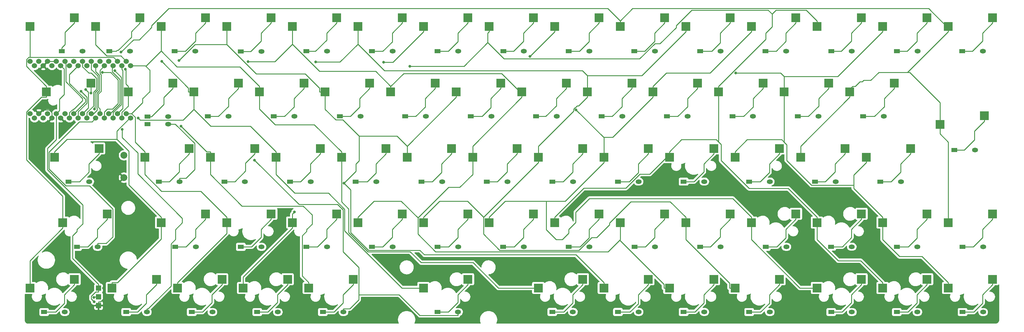
<source format=gbl>
G04 #@! TF.GenerationSoftware,KiCad,Pcbnew,(6.0.5)*
G04 #@! TF.CreationDate,2022-06-06T23:57:28+09:00*
G04 #@! TF.ProjectId,MHKB,4d484b42-2e6b-4696-9361-645f70636258,1.0*
G04 #@! TF.SameCoordinates,Original*
G04 #@! TF.FileFunction,Copper,L2,Bot*
G04 #@! TF.FilePolarity,Positive*
%FSLAX46Y46*%
G04 Gerber Fmt 4.6, Leading zero omitted, Abs format (unit mm)*
G04 Created by KiCad (PCBNEW (6.0.5)) date 2022-06-06 23:57:28*
%MOMM*%
%LPD*%
G01*
G04 APERTURE LIST*
G04 #@! TA.AperFunction,SMDPad,CuDef*
%ADD10R,2.550000X2.500000*%
G04 #@! TD*
G04 #@! TA.AperFunction,ComponentPad*
%ADD11R,1.778000X1.300000*%
G04 #@! TD*
G04 #@! TA.AperFunction,ComponentPad*
%ADD12O,1.778000X1.300000*%
G04 #@! TD*
G04 #@! TA.AperFunction,ComponentPad*
%ADD13C,2.000000*%
G04 #@! TD*
G04 #@! TA.AperFunction,SMDPad,CuDef*
%ADD14R,1.524000X1.524000*%
G04 #@! TD*
G04 #@! TA.AperFunction,ComponentPad*
%ADD15C,1.524000*%
G04 #@! TD*
G04 #@! TA.AperFunction,ViaPad*
%ADD16C,0.800000*%
G04 #@! TD*
G04 #@! TA.AperFunction,Conductor*
%ADD17C,0.250000*%
G04 #@! TD*
G04 APERTURE END LIST*
D10*
X38486000Y-56062000D03*
X51413000Y-53522000D03*
D11*
X42965000Y-44220000D03*
D12*
X48965000Y-44220000D03*
D11*
X56748000Y-44252000D03*
D12*
X62748000Y-44252000D03*
D11*
X75748000Y-44252000D03*
D12*
X81748000Y-44252000D03*
D11*
X94980000Y-44310000D03*
D12*
X100980000Y-44310000D03*
D11*
X114020000Y-44280000D03*
D12*
X120020000Y-44280000D03*
D11*
X133090000Y-44280000D03*
D12*
X139090000Y-44280000D03*
D11*
X152130000Y-44250000D03*
D12*
X158130000Y-44250000D03*
D11*
X171200000Y-44250000D03*
D12*
X177200000Y-44250000D03*
D11*
X190240000Y-44250000D03*
D12*
X196240000Y-44250000D03*
D11*
X209250000Y-44250000D03*
D12*
X215250000Y-44250000D03*
D11*
X228350000Y-44250000D03*
D12*
X234350000Y-44250000D03*
D11*
X247390000Y-44250000D03*
D12*
X253390000Y-44250000D03*
D11*
X266460000Y-44250000D03*
D12*
X272460000Y-44250000D03*
D11*
X285530000Y-44250000D03*
D12*
X291530000Y-44250000D03*
D11*
X304540000Y-44250000D03*
D12*
X310540000Y-44250000D03*
D11*
X67835000Y-63340000D03*
D12*
X73835000Y-63340000D03*
D11*
X85430000Y-63252000D03*
D12*
X91430000Y-63252000D03*
D11*
X104540000Y-63252000D03*
D12*
X110540000Y-63252000D03*
D11*
X123748000Y-63252000D03*
D12*
X129748000Y-63252000D03*
D11*
X142748000Y-63252000D03*
D12*
X148748000Y-63252000D03*
D11*
X161748000Y-63252000D03*
D12*
X167748000Y-63252000D03*
D11*
X180748000Y-63252000D03*
D12*
X186748000Y-63252000D03*
D11*
X199748000Y-63252000D03*
D12*
X205748000Y-63252000D03*
D11*
X218748000Y-63252000D03*
D12*
X224748000Y-63252000D03*
D11*
X237748000Y-63252000D03*
D12*
X243748000Y-63252000D03*
D11*
X256748000Y-63252000D03*
D12*
X262748000Y-63252000D03*
D11*
X275748000Y-63252000D03*
D12*
X281748000Y-63252000D03*
D11*
X71170000Y-82230000D03*
D12*
X77170000Y-82230000D03*
D11*
X90180000Y-82230000D03*
D12*
X96180000Y-82230000D03*
D11*
X109280000Y-82230000D03*
D12*
X115280000Y-82230000D03*
D11*
X128350000Y-82230000D03*
D12*
X134350000Y-82230000D03*
D11*
X147420000Y-82230000D03*
D12*
X153420000Y-82230000D03*
D11*
X166430000Y-82230000D03*
D12*
X172430000Y-82230000D03*
D11*
X185470000Y-82230000D03*
D12*
X191470000Y-82230000D03*
D11*
X204510000Y-82230000D03*
D12*
X210510000Y-82230000D03*
D11*
X223580000Y-82230000D03*
D12*
X229580000Y-82230000D03*
D11*
X242620000Y-82230000D03*
D12*
X248620000Y-82230000D03*
D11*
X261748000Y-82252000D03*
D12*
X267748000Y-82252000D03*
D11*
X280748000Y-82252000D03*
D12*
X286748000Y-82252000D03*
D11*
X75900000Y-101230000D03*
D12*
X81900000Y-101230000D03*
D11*
X94970000Y-101230000D03*
D12*
X100970000Y-101230000D03*
D11*
X114000000Y-101230000D03*
D12*
X120000000Y-101230000D03*
D11*
X133090000Y-101230000D03*
D12*
X139090000Y-101230000D03*
D11*
X152130000Y-101230000D03*
D12*
X158130000Y-101230000D03*
D11*
X171170000Y-101230000D03*
D12*
X177170000Y-101230000D03*
D11*
X190240000Y-101230000D03*
D12*
X196240000Y-101230000D03*
D11*
X209310000Y-101230000D03*
D12*
X215310000Y-101230000D03*
D11*
X228350000Y-101270000D03*
D12*
X234350000Y-101270000D03*
D11*
X247420000Y-101230000D03*
D12*
X253420000Y-101230000D03*
D11*
X266430000Y-101200000D03*
D12*
X272430000Y-101200000D03*
D11*
X285500000Y-101230000D03*
D12*
X291500000Y-101230000D03*
D11*
X304570000Y-101230000D03*
D12*
X310570000Y-101230000D03*
D11*
X37840000Y-120220000D03*
D12*
X43840000Y-120220000D03*
D11*
X61680000Y-120220000D03*
D12*
X67680000Y-120220000D03*
D11*
X80720000Y-120220000D03*
D12*
X86720000Y-120220000D03*
D11*
X99730000Y-120220000D03*
D12*
X105730000Y-120220000D03*
D11*
X118800000Y-120220000D03*
D12*
X124800000Y-120220000D03*
D11*
X185430000Y-120190000D03*
D12*
X191430000Y-120190000D03*
D11*
X204510000Y-120190000D03*
D12*
X210510000Y-120190000D03*
D11*
X223580000Y-120190000D03*
D12*
X229580000Y-120190000D03*
D11*
X242620000Y-120220000D03*
D12*
X248620000Y-120220000D03*
D11*
X266460000Y-120220000D03*
D12*
X272460000Y-120220000D03*
D11*
X285500000Y-120220000D03*
D12*
X291500000Y-120220000D03*
D11*
X304600000Y-120220000D03*
D12*
X310600000Y-120220000D03*
D11*
X67840000Y-65460000D03*
D12*
X73840000Y-65460000D03*
D11*
X44940000Y-82230000D03*
D12*
X50940000Y-82230000D03*
D11*
X47360000Y-101230000D03*
D12*
X53360000Y-101230000D03*
D11*
X152070000Y-120220000D03*
D12*
X158070000Y-120220000D03*
D11*
X302220000Y-73030000D03*
D12*
X308220000Y-73030000D03*
D10*
X33723000Y-37012000D03*
X46650000Y-34472000D03*
X52773000Y-37012000D03*
X65700000Y-34472000D03*
X71823000Y-37012000D03*
X84750000Y-34472000D03*
X90873000Y-37012000D03*
X103800000Y-34472000D03*
X109923000Y-37012000D03*
X122850000Y-34472000D03*
X128973000Y-37012000D03*
X141900000Y-34472000D03*
X148023000Y-37012000D03*
X160950000Y-34472000D03*
X167073000Y-37012000D03*
X180000000Y-34472000D03*
X186123000Y-37012000D03*
X199050000Y-34472000D03*
X205173000Y-37012000D03*
X218100000Y-34472000D03*
X224223000Y-37012000D03*
X237150000Y-34472000D03*
X243273000Y-37012000D03*
X256200000Y-34472000D03*
X262323000Y-37012000D03*
X275250000Y-34472000D03*
X281373000Y-37012000D03*
X294300000Y-34472000D03*
X300423000Y-37012000D03*
X313350000Y-34472000D03*
X62298000Y-56062000D03*
X75225000Y-53522000D03*
X81348000Y-56062000D03*
X94275000Y-53522000D03*
X100398000Y-56062000D03*
X113325000Y-53522000D03*
X119448000Y-56062000D03*
X132375000Y-53522000D03*
X138498000Y-56062000D03*
X151425000Y-53522000D03*
X157548000Y-56062000D03*
X170475000Y-53522000D03*
X176598000Y-56062000D03*
X189525000Y-53522000D03*
X195648000Y-56062000D03*
X208575000Y-53522000D03*
X214698000Y-56062000D03*
X227625000Y-53522000D03*
X233748000Y-56062000D03*
X246675000Y-53522000D03*
X252798000Y-56062000D03*
X265725000Y-53522000D03*
X271848000Y-56062000D03*
X284775000Y-53522000D03*
X67060500Y-75112000D03*
X79987500Y-72572000D03*
X86110500Y-75112000D03*
X99037500Y-72572000D03*
X105160500Y-75112000D03*
X118087500Y-72572000D03*
X124210500Y-75112000D03*
X137137500Y-72572000D03*
X143260500Y-75112000D03*
X156187500Y-72572000D03*
X162310500Y-75112000D03*
X175237500Y-72572000D03*
X181360500Y-75112000D03*
X194287500Y-72572000D03*
X200410500Y-75112000D03*
X213337500Y-72572000D03*
X219460500Y-75112000D03*
X232387500Y-72572000D03*
X238510500Y-75112000D03*
X251437500Y-72572000D03*
X257560500Y-75112000D03*
X270487500Y-72572000D03*
X276610500Y-75112000D03*
X289537500Y-72572000D03*
X71823000Y-94162000D03*
X84750000Y-91622000D03*
X90873000Y-94162000D03*
X103800000Y-91622000D03*
X109923000Y-94162000D03*
X122850000Y-91622000D03*
X128973000Y-94162000D03*
X141900000Y-91622000D03*
X148023000Y-94162000D03*
X160950000Y-91622000D03*
X167073000Y-94162000D03*
X180000000Y-91622000D03*
X186123000Y-94162000D03*
X199050000Y-91622000D03*
X205173000Y-94162000D03*
X218100000Y-91622000D03*
X224223000Y-94162000D03*
X237150000Y-91622000D03*
X243273000Y-94162000D03*
X256200000Y-91622000D03*
X262323000Y-94162000D03*
X275250000Y-91622000D03*
X281373000Y-94162000D03*
X294300000Y-91622000D03*
X300423000Y-94162000D03*
X313350000Y-91622000D03*
X33723000Y-113212000D03*
X46650000Y-110672000D03*
X57535500Y-113212000D03*
X70462500Y-110672000D03*
X76585500Y-113212000D03*
X89512500Y-110672000D03*
X95635500Y-113212000D03*
X108562500Y-110672000D03*
X114685500Y-113212000D03*
X127612500Y-110672000D03*
X181360500Y-113212000D03*
X194287500Y-110672000D03*
X200410500Y-113212000D03*
X213337500Y-110672000D03*
X219460500Y-113212000D03*
X232387500Y-110672000D03*
X238510500Y-113212000D03*
X251437500Y-110672000D03*
X262323000Y-113212000D03*
X275250000Y-110672000D03*
X281373000Y-113212000D03*
X294300000Y-110672000D03*
X300423000Y-113212000D03*
X313350000Y-110672000D03*
X40867000Y-75112000D03*
X53794000Y-72572000D03*
X43248000Y-94162000D03*
X56175000Y-91622000D03*
X148023000Y-113212000D03*
X160950000Y-110672000D03*
X298041500Y-65587000D03*
X310968500Y-63047000D03*
D13*
X61040000Y-74580000D03*
X61040000Y-81080000D03*
D14*
X53650000Y-118340000D03*
X53650000Y-115800000D03*
X53650000Y-113260000D03*
D15*
X33785000Y-62421100D03*
X35055000Y-48507500D03*
X36325000Y-62421100D03*
X37595000Y-48507500D03*
X38865000Y-62421100D03*
X40135000Y-48507500D03*
X42675000Y-48507500D03*
X41405000Y-62421100D03*
X43945000Y-62421100D03*
X45215000Y-48507500D03*
X46485000Y-62421100D03*
X47755000Y-48507500D03*
X50295000Y-48507500D03*
X49025000Y-62421100D03*
X52835000Y-48507500D03*
X51565000Y-62421100D03*
X55375000Y-48507500D03*
X54105000Y-62421100D03*
X56645000Y-62421100D03*
X57915000Y-48507500D03*
X60455000Y-48507500D03*
X59185000Y-62421100D03*
X62995000Y-48507500D03*
X61725000Y-62421100D03*
X61725000Y-47201100D03*
X62995000Y-63747500D03*
X59185000Y-47201100D03*
X60455000Y-63747500D03*
X57915000Y-63747500D03*
X56645000Y-47201100D03*
X54105000Y-47201100D03*
X55375000Y-63747500D03*
X52835000Y-63747500D03*
X51565000Y-47201100D03*
X50295000Y-63747500D03*
X49025000Y-47201100D03*
X46485000Y-47201100D03*
X47755000Y-63747500D03*
X43945000Y-47201100D03*
X45215000Y-63747500D03*
X41405000Y-47201100D03*
X42675000Y-63747500D03*
X40135000Y-63747500D03*
X38865000Y-47201100D03*
X36325000Y-47201100D03*
X37595000Y-63747500D03*
X33785000Y-47201100D03*
X35055000Y-63747500D03*
D16*
X136428900Y-47465100D03*
X192362000Y-61369400D03*
X54769200Y-50454800D03*
X60495400Y-66991600D03*
X52496500Y-61114000D03*
X60191300Y-44538000D03*
X178946200Y-45755000D03*
X238689000Y-50596300D03*
X49880600Y-55399400D03*
X144038500Y-48634000D03*
X116709800Y-47375700D03*
X97081600Y-47318000D03*
X124941700Y-82648800D03*
X110560800Y-91044400D03*
X77023900Y-46942800D03*
X65133500Y-63747500D03*
X71981100Y-47201100D03*
X61417300Y-49503300D03*
X77573300Y-66069800D03*
X55044100Y-113260000D03*
X52260900Y-115934300D03*
X52355900Y-117226000D03*
X51460900Y-56475200D03*
X58375000Y-49953600D03*
X98977500Y-75977400D03*
X48554462Y-55942064D03*
D17*
X45998300Y-61333700D02*
X46225400Y-61333700D01*
X45215000Y-63747500D02*
X45215000Y-62117000D01*
X48964550Y-58012468D02*
X44127600Y-53175518D01*
X45215000Y-62117000D02*
X45998300Y-61333700D01*
X44127600Y-53175518D02*
X44127600Y-47383700D01*
X46225400Y-61333700D02*
X46532579Y-61026521D01*
X46532579Y-61026521D02*
X46575271Y-61026521D01*
X46575271Y-61026521D02*
X48964550Y-58637242D01*
X48964550Y-58637242D02*
X48964550Y-58012468D01*
X44127600Y-47383700D02*
X43945000Y-47201100D01*
X47755000Y-48507500D02*
X45200000Y-51062500D01*
X45200000Y-51062500D02*
X45200000Y-53612200D01*
X49800960Y-59105140D02*
X46485000Y-62421100D01*
X45200000Y-53612200D02*
X49800960Y-58213160D01*
X49800960Y-58213160D02*
X49800960Y-59105140D01*
X48554462Y-55942064D02*
X50250480Y-57638082D01*
X50250480Y-57638082D02*
X50250480Y-59362320D01*
X50250480Y-59362320D02*
X47755000Y-61857800D01*
X47755000Y-61857800D02*
X47755000Y-63747500D01*
X50700000Y-60746100D02*
X50700000Y-56218800D01*
X49025000Y-62421100D02*
X50700000Y-60746100D01*
X50700000Y-56218800D02*
X49880600Y-55399400D01*
X50295000Y-62154540D02*
X50295000Y-63747500D01*
X52210180Y-60239360D02*
X50295000Y-62154540D01*
X52210180Y-60180180D02*
X52210180Y-60239360D01*
X52209300Y-60179300D02*
X52210180Y-60180180D01*
X52209300Y-56157382D02*
X52209300Y-60179300D01*
X53013400Y-55353282D02*
X52209300Y-56157382D01*
X53013400Y-52135600D02*
X53013400Y-55353282D01*
X51490800Y-50613000D02*
X53013400Y-52135600D01*
X50809800Y-50613000D02*
X51490800Y-50613000D01*
X49025000Y-48828200D02*
X50809800Y-50613000D01*
X49025000Y-47201100D02*
X49025000Y-48828200D01*
X42270000Y-61556100D02*
X41405000Y-62421100D01*
X42270000Y-58203974D02*
X42270000Y-61556100D01*
X43640000Y-54420000D02*
X43640000Y-56833974D01*
X43615100Y-54395100D02*
X43640000Y-54420000D01*
X43640000Y-56833974D02*
X42270000Y-58203974D01*
X43615100Y-49447600D02*
X43615100Y-54395100D01*
X42675000Y-48507500D02*
X43615100Y-49447600D01*
X124800000Y-119244700D02*
X124800000Y-120220000D01*
X129233800Y-116606200D02*
X126595300Y-119244700D01*
X129233800Y-115176600D02*
X129233800Y-116606200D01*
X126595300Y-119244700D02*
X124800000Y-119244700D01*
X53650000Y-112172700D02*
X53650000Y-113260000D01*
X46122400Y-104645100D02*
X53650000Y-112172700D01*
X46122400Y-98000600D02*
X46122400Y-104645100D01*
X47402400Y-96720600D02*
X46122400Y-98000600D01*
X47402400Y-96176400D02*
X47402400Y-96720600D01*
X38816300Y-78826300D02*
X49040000Y-89050000D01*
X49040000Y-89050000D02*
X49040000Y-94538800D01*
X38816300Y-72567900D02*
X38816300Y-78826300D01*
X41405000Y-69979200D02*
X38816300Y-72567900D01*
X49040000Y-94538800D02*
X47402400Y-96176400D01*
X41405000Y-62421100D02*
X41405000Y-69979200D01*
X59030000Y-83090000D02*
X61040000Y-81080000D01*
X55044100Y-108208300D02*
X59030000Y-104222400D01*
X55044100Y-113260000D02*
X55044100Y-108208300D01*
X59030000Y-104222400D02*
X59030000Y-83090000D01*
X86110500Y-80163400D02*
X86110500Y-75112000D01*
X95281420Y-89334320D02*
X86110500Y-80163400D01*
X113114320Y-89334320D02*
X95281420Y-89334320D01*
X115670000Y-91890000D02*
X113114320Y-89334320D01*
X115670000Y-94583800D02*
X115670000Y-91890000D01*
X112785600Y-109736800D02*
X112785600Y-97977400D01*
X114685500Y-111636700D02*
X112785600Y-109736800D01*
X112785600Y-97977400D02*
X114077400Y-96685600D01*
X114077400Y-96176400D02*
X115670000Y-94583800D01*
X114685500Y-113212000D02*
X114685500Y-111636700D01*
X114077400Y-96685600D02*
X114077400Y-96176400D01*
X142244700Y-50740000D02*
X138498000Y-54486700D01*
X170770000Y-50740000D02*
X142244700Y-50740000D01*
X176598000Y-56568000D02*
X170770000Y-50740000D01*
X136670300Y-49880000D02*
X128973000Y-42182700D01*
X194207200Y-49880000D02*
X136670300Y-49880000D01*
X195648000Y-51320800D02*
X194207200Y-49880000D01*
X162310500Y-80109500D02*
X162310500Y-75112000D01*
X158563800Y-83856200D02*
X162310500Y-80109500D01*
X155341400Y-83856200D02*
X158563800Y-83856200D01*
X146396300Y-92801300D02*
X155341400Y-83856200D01*
X128364900Y-77126400D02*
X128364900Y-79225600D01*
X129365400Y-76125900D02*
X128364900Y-77126400D01*
X128364900Y-79225600D02*
X124941700Y-82648800D01*
X129365400Y-68975400D02*
X129365400Y-76125900D01*
X129360000Y-68970000D02*
X129365400Y-68975400D01*
X129330000Y-69010000D02*
X140345700Y-69010000D01*
X140345700Y-69010000D02*
X143260500Y-71924800D01*
X129320000Y-69000000D02*
X129330000Y-69010000D01*
X124616511Y-64226511D02*
X129365400Y-68975400D01*
X122534489Y-64226511D02*
X124616511Y-64226511D01*
X119448000Y-56062000D02*
X119448000Y-61140022D01*
X119448000Y-61140022D02*
X122534489Y-64226511D01*
X141515000Y-87920000D02*
X146396300Y-92801300D01*
X128973000Y-92586700D02*
X133639700Y-87920000D01*
X133639700Y-87920000D02*
X141515000Y-87920000D01*
X128973000Y-94162000D02*
X128973000Y-92586700D01*
X224223000Y-92586700D02*
X224223000Y-94162000D01*
X219706300Y-88070000D02*
X224223000Y-92586700D01*
X208270200Y-88070000D02*
X219706300Y-88070000D01*
X202085100Y-94255100D02*
X208270200Y-88070000D01*
X196864000Y-98535100D02*
X198342300Y-98535100D01*
X193193800Y-102205300D02*
X196864000Y-98535100D01*
X198342300Y-98535100D02*
X202085100Y-94792300D01*
X202085100Y-94792300D02*
X202085100Y-94255100D01*
X170146200Y-102205300D02*
X193193800Y-102205300D01*
X165472700Y-92575100D02*
X165472700Y-97531800D01*
X165472700Y-97531800D02*
X170146200Y-102205300D01*
X237856300Y-87170000D02*
X243273000Y-92586700D01*
X243273000Y-92586700D02*
X243273000Y-94162000D01*
X196250000Y-87170000D02*
X237856300Y-87170000D01*
X192250000Y-91170000D02*
X196250000Y-87170000D01*
X192250000Y-94090000D02*
X192250000Y-91170000D01*
X188319800Y-99120200D02*
X190210000Y-97230000D01*
X171749700Y-87910000D02*
X183710000Y-87910000D01*
X167073000Y-92586700D02*
X171749700Y-87910000D01*
X167073000Y-94162000D02*
X167073000Y-92586700D01*
X183710000Y-96240000D02*
X186590200Y-99120200D01*
X183710000Y-87910000D02*
X183710000Y-96240000D01*
X186590200Y-99120200D02*
X188319800Y-99120200D01*
X190210000Y-96130000D02*
X192250000Y-94090000D01*
X190210000Y-97230000D02*
X190210000Y-96130000D01*
X206795100Y-84140000D02*
X194569700Y-84140000D01*
X210891400Y-80043700D02*
X206795100Y-84140000D01*
X213741100Y-80043700D02*
X210891400Y-80043700D01*
X194569700Y-84140000D02*
X186123000Y-92586700D01*
X219460500Y-74324300D02*
X213741100Y-80043700D01*
X186123000Y-92586700D02*
X186123000Y-94162000D01*
X148023000Y-92586700D02*
X148023000Y-94162000D01*
X152689700Y-87920000D02*
X148023000Y-92586700D01*
X160817600Y-87920000D02*
X152689700Y-87920000D01*
X165472700Y-92575100D02*
X160817600Y-87920000D01*
X233067800Y-70020000D02*
X222977200Y-70020000D01*
X222977200Y-70020000D02*
X219460500Y-73536700D01*
X219460500Y-73536700D02*
X219460500Y-74324300D01*
X233748000Y-70700200D02*
X233067800Y-70020000D01*
X242027200Y-70020000D02*
X252071400Y-70020000D01*
X238510500Y-73536700D02*
X242027200Y-70020000D01*
X252071400Y-70020000D02*
X252798000Y-70746600D01*
X238510500Y-75112000D02*
X238510500Y-73536700D01*
X248149520Y-32289520D02*
X249290000Y-33430000D01*
X221427800Y-36810200D02*
X225948480Y-32289520D01*
X216733900Y-42045500D02*
X221427800Y-37351600D01*
X215258600Y-42045500D02*
X216733900Y-42045500D01*
X210818200Y-46485900D02*
X215258600Y-42045500D01*
X171416000Y-46485900D02*
X210818200Y-46485900D01*
X166667700Y-41737600D02*
X171416000Y-46485900D01*
X221427800Y-37351600D02*
X221427800Y-36810200D01*
X225948480Y-32289520D02*
X248149520Y-32289520D01*
X262323000Y-35436700D02*
X262323000Y-37012000D01*
X250430000Y-32310000D02*
X259196300Y-32310000D01*
X249330000Y-33410000D02*
X250430000Y-32310000D01*
X249330000Y-37123800D02*
X249330000Y-33410000D01*
X247427400Y-40807300D02*
X247427400Y-39026400D01*
X259196300Y-32310000D02*
X262323000Y-35436700D01*
X233748000Y-54486700D02*
X247427400Y-40807300D01*
X247427400Y-39026400D02*
X249330000Y-37123800D01*
X233748000Y-56062000D02*
X233748000Y-54486700D01*
X208769700Y-31840000D02*
X205173000Y-35436700D01*
X294745000Y-31840000D02*
X208769700Y-31840000D01*
X300423000Y-37518000D02*
X294745000Y-31840000D01*
X201526300Y-31790000D02*
X205173000Y-35436700D01*
X69027800Y-36801600D02*
X74039400Y-31790000D01*
X74039400Y-31790000D02*
X201526300Y-31790000D01*
X65455600Y-40912300D02*
X69027800Y-37340100D01*
X69027800Y-37340100D02*
X69027800Y-36801600D01*
X63817000Y-40912300D02*
X65455600Y-40912300D01*
X60191300Y-44538000D02*
X63817000Y-40912300D01*
X280290100Y-50389900D02*
X288620400Y-50389900D01*
X274784300Y-53125700D02*
X275477800Y-53125700D01*
X273423300Y-54486700D02*
X274784300Y-53125700D01*
X275477800Y-53125700D02*
X275854800Y-52748700D01*
X271848000Y-55274300D02*
X272635600Y-54486700D01*
X275854800Y-52748700D02*
X277931300Y-52748700D01*
X271848000Y-56062000D02*
X271848000Y-55274300D01*
X272635600Y-54486700D02*
X273423300Y-54486700D01*
X277931300Y-52748700D02*
X280290100Y-50389900D01*
X289229900Y-50389900D02*
X288620400Y-50389900D01*
X298041500Y-59201500D02*
X289229900Y-50389900D01*
X298041500Y-65587000D02*
X298041500Y-59201500D01*
X53360000Y-100254700D02*
X53360000Y-101230000D01*
X55835300Y-100254700D02*
X53360000Y-100254700D01*
X57775400Y-98314600D02*
X55835300Y-100254700D01*
X44187400Y-83481100D02*
X51048500Y-83481100D01*
X48080500Y-64834900D02*
X39266700Y-73648700D01*
X39266700Y-73648700D02*
X39266700Y-78560400D01*
X39266700Y-78560400D02*
X44187400Y-83481100D01*
X51048500Y-83481100D02*
X57775400Y-90208000D01*
X51747600Y-64834900D02*
X48080500Y-64834900D01*
X52835000Y-63747500D02*
X51747600Y-64834900D01*
X57775400Y-90208000D02*
X57775400Y-98314600D01*
X60495400Y-69383100D02*
X60495400Y-66991600D01*
X65035800Y-73923500D02*
X60495400Y-69383100D01*
X65035800Y-80012800D02*
X65035800Y-73923500D01*
X77950000Y-92927000D02*
X65035800Y-80012800D01*
X77950000Y-94203800D02*
X77950000Y-92927000D01*
X75960000Y-96193800D02*
X77950000Y-94203800D01*
X74685600Y-100344400D02*
X75960000Y-99070000D01*
X75960000Y-99070000D02*
X75960000Y-96193800D01*
X74685600Y-112640057D02*
X74685600Y-100344400D01*
X70213879Y-117076521D02*
X70249136Y-117076521D01*
X68045700Y-119244700D02*
X70213879Y-117076521D01*
X67680000Y-119244700D02*
X68045700Y-119244700D01*
X70249136Y-117076521D02*
X74685600Y-112640057D01*
X67680000Y-120220000D02*
X67680000Y-119244700D01*
X81587900Y-78742100D02*
X81587900Y-71120600D01*
X81587900Y-71120600D02*
X75927300Y-65460000D01*
X79075300Y-81254700D02*
X81587900Y-78742100D01*
X77170000Y-81254700D02*
X79075300Y-81254700D01*
X77170000Y-82230000D02*
X77170000Y-81254700D01*
X75927300Y-65460000D02*
X73840000Y-65460000D01*
X57678104Y-61120000D02*
X56200000Y-61120000D01*
X55370000Y-61950000D02*
X55375000Y-61955000D01*
X59349929Y-59448175D02*
X57678104Y-61120000D01*
X59349929Y-52645647D02*
X59349929Y-59448175D01*
X56200000Y-61120000D02*
X55370000Y-61950000D01*
X57159082Y-50454800D02*
X59349929Y-52645647D01*
X54769200Y-50454800D02*
X57159082Y-50454800D01*
X55375000Y-61955000D02*
X55375000Y-63747500D01*
X59799449Y-52459449D02*
X59799449Y-59634373D01*
X57640300Y-50300300D02*
X59799449Y-52459449D01*
X57012722Y-62421100D02*
X56645000Y-62421100D01*
X57640300Y-48782200D02*
X57640300Y-50300300D01*
X57915000Y-48507500D02*
X57640300Y-48782200D01*
X59799449Y-59634373D02*
X57012722Y-62421100D01*
X60248969Y-51827569D02*
X58375000Y-49953600D01*
X60248969Y-59820571D02*
X60248969Y-51827569D01*
X57915000Y-62154540D02*
X60248969Y-59820571D01*
X57915000Y-63747500D02*
X57915000Y-62154540D01*
X60455000Y-49565614D02*
X60455000Y-48507500D01*
X60698489Y-60907611D02*
X60698489Y-49809103D01*
X59185000Y-62421100D02*
X60698489Y-60907611D01*
X60698489Y-49809103D02*
X60455000Y-49565614D01*
X66452400Y-58076400D02*
X66452400Y-59207200D01*
X66452400Y-59207200D02*
X63238500Y-62421100D01*
X68520000Y-49776200D02*
X68520000Y-56008800D01*
X68520000Y-56008800D02*
X66452400Y-58076400D01*
X67367700Y-48623900D02*
X68520000Y-49776200D01*
X62704600Y-63747500D02*
X62995000Y-63747500D01*
X58940000Y-69916500D02*
X58940000Y-67512100D01*
X58940000Y-67512100D02*
X62704600Y-63747500D01*
X59722100Y-70698600D02*
X58940000Y-69916500D01*
X40867000Y-73536700D02*
X40867000Y-75112000D01*
X44513700Y-69890000D02*
X40867000Y-73536700D01*
X58913500Y-69890000D02*
X44513700Y-69890000D01*
X59722100Y-70698600D02*
X58913500Y-69890000D01*
X231270300Y-50590000D02*
X243273000Y-38587300D01*
X218594700Y-50590000D02*
X231270300Y-50590000D01*
X214698000Y-54486700D02*
X218594700Y-50590000D01*
X214698000Y-56062000D02*
X214698000Y-54486700D01*
X243273000Y-38587300D02*
X243273000Y-37012000D01*
X189187800Y-87910000D02*
X183670000Y-87910000D01*
X183670000Y-87910000D02*
X183660000Y-87900000D01*
X200410500Y-76687300D02*
X189187800Y-87910000D01*
X200410500Y-75112000D02*
X200410500Y-76687300D01*
X52835000Y-50183200D02*
X52835000Y-48507500D01*
X53916500Y-51264700D02*
X52835000Y-50183200D01*
X53916500Y-55722800D02*
X53916500Y-51264700D01*
X53110100Y-56529200D02*
X53916500Y-55722800D01*
X53110100Y-60701800D02*
X53110100Y-56529200D01*
X53221800Y-60813500D02*
X53110100Y-60701800D01*
X53221800Y-61414500D02*
X53221800Y-60813500D01*
X52215200Y-62421100D02*
X53221800Y-61414500D01*
X51565000Y-62421100D02*
X52215200Y-62421100D01*
X243273000Y-99145700D02*
X243273000Y-94162000D01*
X257339300Y-113212000D02*
X243273000Y-99145700D01*
X262323000Y-113212000D02*
X257339300Y-113212000D01*
X148023000Y-37012000D02*
X148023000Y-38587300D01*
X214698000Y-56062000D02*
X214698000Y-57637300D01*
X200410500Y-75112000D02*
X200410500Y-73536700D01*
X139145200Y-47465100D02*
X136428900Y-47465100D01*
X148023000Y-38587300D02*
X139145200Y-47465100D01*
X200410500Y-69333200D02*
X200410500Y-73536700D01*
X200325800Y-69333200D02*
X200410500Y-69333200D01*
X192362000Y-61369400D02*
X200325800Y-69333200D01*
X203002100Y-69333200D02*
X214698000Y-57637300D01*
X200410500Y-69333200D02*
X203002100Y-69333200D01*
X51565000Y-49570200D02*
X51565000Y-47201100D01*
X53466100Y-51471300D02*
X51565000Y-49570200D01*
X53466100Y-55536300D02*
X53466100Y-51471300D01*
X52659700Y-56342700D02*
X53466100Y-55536300D01*
X52659700Y-60950800D02*
X52659700Y-56342700D01*
X52496500Y-61114000D02*
X52659700Y-60950800D01*
X298041500Y-68328300D02*
X298041500Y-65587000D01*
X300423000Y-70709800D02*
X298041500Y-68328300D01*
X300423000Y-94162000D02*
X300423000Y-70709800D01*
X257560500Y-71924800D02*
X257560500Y-75112000D01*
X271848000Y-57637300D02*
X257560500Y-71924800D01*
X271848000Y-56062000D02*
X271848000Y-57637300D01*
X288620400Y-50389900D02*
X300423000Y-38587300D01*
X205173000Y-37012000D02*
X205173000Y-35436700D01*
X300423000Y-37012000D02*
X300423000Y-37518000D01*
X300423000Y-37518000D02*
X300423000Y-38587300D01*
X300423000Y-113212000D02*
X300423000Y-111636700D01*
X276610500Y-75112000D02*
X276610500Y-76687300D01*
X281373000Y-99106400D02*
X281373000Y-94162000D01*
X286308200Y-104041600D02*
X281373000Y-99106400D01*
X292827900Y-104041600D02*
X286308200Y-104041600D01*
X300423000Y-111636700D02*
X292827900Y-104041600D01*
X281373000Y-94162000D02*
X281373000Y-92586700D01*
X252798000Y-56062000D02*
X252798000Y-57637300D01*
X272982300Y-84196000D02*
X272982300Y-83239900D01*
X281373000Y-92586700D02*
X272982300Y-84196000D01*
X272982300Y-80315500D02*
X276610500Y-76687300D01*
X272982300Y-83239900D02*
X272982300Y-80315500D01*
X252798000Y-70746600D02*
X252798000Y-57637300D01*
X260698400Y-83239900D02*
X272982300Y-83239900D01*
X253523400Y-76064900D02*
X260698400Y-83239900D01*
X253523400Y-71472000D02*
X253523400Y-76064900D01*
X252798000Y-70746600D02*
X253523400Y-71472000D01*
X186113900Y-38587300D02*
X178946200Y-45755000D01*
X186123000Y-38587300D02*
X186113900Y-38587300D01*
X186123000Y-37012000D02*
X186123000Y-38587300D01*
X252798000Y-56062000D02*
X252798000Y-54486700D01*
X281373000Y-37012000D02*
X281373000Y-38587300D01*
X252798000Y-54486700D02*
X252798000Y-51607700D01*
X268352600Y-51607700D02*
X281373000Y-38587300D01*
X252798000Y-51607700D02*
X268352600Y-51607700D01*
X251786600Y-50596300D02*
X238689000Y-50596300D01*
X252798000Y-51607700D02*
X251786600Y-50596300D01*
X281373000Y-113212000D02*
X281373000Y-111636700D01*
X233748000Y-56062000D02*
X233748000Y-57637300D01*
X262323000Y-99095100D02*
X262323000Y-94162000D01*
X268519200Y-105291300D02*
X262323000Y-99095100D01*
X275027600Y-105291300D02*
X268519200Y-105291300D01*
X281373000Y-111636700D02*
X275027600Y-105291300D01*
X262323000Y-94162000D02*
X262323000Y-92586700D01*
X233748000Y-70700200D02*
X233748000Y-57637300D01*
X234477600Y-71429800D02*
X233748000Y-70700200D01*
X234477600Y-76104700D02*
X234477600Y-71429800D01*
X242594700Y-84221800D02*
X234477600Y-76104700D01*
X253958100Y-84221800D02*
X242594700Y-84221800D01*
X262323000Y-92586700D02*
X253958100Y-84221800D01*
X219460500Y-75112000D02*
X219460500Y-74324300D01*
X167073000Y-37012000D02*
X167073000Y-38587300D01*
X159771300Y-48634000D02*
X166667700Y-41737600D01*
X144038500Y-48634000D02*
X159771300Y-48634000D01*
X166667700Y-38992600D02*
X166667700Y-41737600D01*
X167073000Y-38587300D02*
X166667700Y-38992600D01*
X181360500Y-75112000D02*
X181360500Y-76687300D01*
X128973000Y-37012000D02*
X128973000Y-38587300D01*
X54043900Y-49838600D02*
X55375000Y-48507500D01*
X54043900Y-50755200D02*
X54043900Y-49838600D01*
X54395800Y-51107100D02*
X54043900Y-50755200D01*
X54395800Y-55896700D02*
X54395800Y-51107100D01*
X53560500Y-56732000D02*
X54395800Y-55896700D01*
X53560500Y-60515300D02*
X53560500Y-56732000D01*
X54105000Y-61059800D02*
X53560500Y-60515300D01*
X54105000Y-62421100D02*
X54105000Y-61059800D01*
X195648000Y-56062000D02*
X195648000Y-57637300D01*
X195648000Y-56062000D02*
X195648000Y-54486700D01*
X238510500Y-113212000D02*
X236910200Y-113212000D01*
X224223000Y-99142600D02*
X224223000Y-94162000D01*
X236910200Y-111829800D02*
X224223000Y-99142600D01*
X236910200Y-113212000D02*
X236910200Y-111829800D01*
X165472700Y-92575100D02*
X181360500Y-76687300D01*
X211489500Y-51320800D02*
X195648000Y-51320800D01*
X224223000Y-38587300D02*
X211489500Y-51320800D01*
X195648000Y-54486700D02*
X195648000Y-51320800D01*
X224223000Y-37012000D02*
X224223000Y-38587300D01*
X181360500Y-71924800D02*
X181360500Y-75112000D01*
X191636700Y-61648600D02*
X181360500Y-71924800D01*
X191636700Y-61069000D02*
X191636700Y-61648600D01*
X192061600Y-60644100D02*
X191636700Y-61069000D01*
X192225000Y-60644100D02*
X192061600Y-60644100D01*
X192225000Y-60617700D02*
X192225000Y-60644100D01*
X192649900Y-60192800D02*
X192225000Y-60617700D01*
X193092500Y-60192800D02*
X192649900Y-60192800D01*
X195648000Y-57637300D02*
X193092500Y-60192800D01*
X123780000Y-47375700D02*
X128973000Y-42182700D01*
X116709800Y-47375700D02*
X123780000Y-47375700D01*
X128973000Y-42182700D02*
X128973000Y-38587300D01*
X205173000Y-94162000D02*
X205173000Y-95737300D01*
X219460500Y-113212000D02*
X217860200Y-113212000D01*
X217860200Y-112146000D02*
X204995400Y-99281100D01*
X217860200Y-113212000D02*
X217860200Y-112146000D01*
X205173000Y-99103500D02*
X205173000Y-95737300D01*
X204995400Y-99281100D02*
X205173000Y-99103500D01*
X146396300Y-97506300D02*
X146396300Y-92801300D01*
X151545800Y-102655800D02*
X146396300Y-97506300D01*
X201620700Y-102655800D02*
X151545800Y-102655800D01*
X204995400Y-99281100D02*
X201620700Y-102655800D01*
X138498000Y-56062000D02*
X138498000Y-54486700D01*
X162310500Y-75112000D02*
X162310500Y-73536700D01*
X162310500Y-71924800D02*
X162310500Y-73536700D01*
X176598000Y-57637300D02*
X162310500Y-71924800D01*
X176598000Y-56062000D02*
X176598000Y-56568000D01*
X176598000Y-56568000D02*
X176598000Y-57637300D01*
X104831300Y-47318000D02*
X109923000Y-42226300D01*
X97081600Y-47318000D02*
X104831300Y-47318000D01*
X109923000Y-37012000D02*
X109923000Y-42226300D01*
X134142900Y-50131600D02*
X138498000Y-54486700D01*
X117828300Y-50131600D02*
X134142900Y-50131600D01*
X109923000Y-42226300D02*
X117828300Y-50131600D01*
X90873000Y-37012000D02*
X90873000Y-38587300D01*
X119448000Y-56062000D02*
X117847700Y-56062000D01*
X143260500Y-75112000D02*
X143260500Y-73536700D01*
X200410500Y-113212000D02*
X200410500Y-111636700D01*
X126913100Y-84620200D02*
X124941700Y-82648800D01*
X126913100Y-97056600D02*
X126913100Y-84620200D01*
X132061800Y-102205300D02*
X126913100Y-97056600D01*
X146959900Y-102205300D02*
X132061800Y-102205300D01*
X148310900Y-103556300D02*
X146959900Y-102205300D01*
X192330100Y-103556300D02*
X148310900Y-103556300D01*
X200410500Y-111636700D02*
X192330100Y-103556300D01*
X157548000Y-56062000D02*
X157548000Y-57637300D01*
X143260500Y-71924800D02*
X157548000Y-57637300D01*
X143260500Y-71924800D02*
X143260500Y-73536700D01*
X81689300Y-42277400D02*
X90873000Y-42277400D01*
X77023900Y-46942800D02*
X81689300Y-42277400D01*
X90873000Y-38587300D02*
X90873000Y-42277400D01*
X117847700Y-54993100D02*
X117847700Y-56062000D01*
X113708200Y-50853600D02*
X117847700Y-54993100D01*
X99449200Y-50853600D02*
X113708200Y-50853600D01*
X90873000Y-42277400D02*
X99449200Y-50853600D01*
X109923000Y-91682200D02*
X109923000Y-94162000D01*
X110560800Y-91044400D02*
X109923000Y-91682200D01*
X95635500Y-110024800D02*
X95635500Y-113212000D01*
X109923000Y-95737300D02*
X95635500Y-110024800D01*
X109923000Y-94162000D02*
X109923000Y-95737300D01*
X76585500Y-113212000D02*
X76585500Y-111636700D01*
X90873000Y-97349200D02*
X90873000Y-94162000D01*
X76585500Y-111636700D02*
X90873000Y-97349200D01*
X90873000Y-94162000D02*
X90873000Y-92586700D01*
X124210500Y-74324300D02*
X124210500Y-73536700D01*
X124210500Y-74324300D02*
X124210500Y-75112000D01*
X169797100Y-113212000D02*
X181360500Y-113212000D01*
X162422500Y-105837400D02*
X169797100Y-113212000D01*
X147366800Y-105837400D02*
X162422500Y-105837400D01*
X144185100Y-102655700D02*
X147366800Y-105837400D01*
X131875200Y-102655700D02*
X144185100Y-102655700D01*
X126321800Y-97102300D02*
X131875200Y-102655700D01*
X126321800Y-90190600D02*
X126321800Y-97102300D01*
X124210500Y-88079300D02*
X126321800Y-90190600D01*
X124210500Y-75112000D02*
X124210500Y-88079300D01*
X71823000Y-37012000D02*
X71823000Y-38587300D01*
X100398000Y-61114000D02*
X100398000Y-56062000D01*
X104922800Y-65638800D02*
X100398000Y-61114000D01*
X116312600Y-65638800D02*
X104922800Y-65638800D01*
X124210500Y-73536700D02*
X116312600Y-65638800D01*
X100398000Y-56062000D02*
X100398000Y-54486700D01*
X67060500Y-75112000D02*
X67060500Y-73536700D01*
X61725000Y-62421100D02*
X63238500Y-62421100D01*
X64287100Y-63469700D02*
X63238500Y-62421100D01*
X64287100Y-70763300D02*
X64287100Y-63469700D01*
X67060500Y-73536700D02*
X64287100Y-70763300D01*
X67251300Y-48507500D02*
X67367700Y-48623900D01*
X62995000Y-48507500D02*
X67251300Y-48507500D01*
X76453700Y-48799300D02*
X71823000Y-44168600D01*
X94710600Y-48799300D02*
X76453700Y-48799300D01*
X100398000Y-54486700D02*
X94710600Y-48799300D01*
X67367700Y-48623900D02*
X71823000Y-44168600D01*
X71823000Y-44168600D02*
X71823000Y-38587300D01*
X67060500Y-80188900D02*
X67060500Y-75112000D01*
X71953200Y-85081600D02*
X67060500Y-80188900D01*
X83367900Y-85081600D02*
X71953200Y-85081600D01*
X90873000Y-92586700D02*
X83367900Y-85081600D01*
X105160500Y-75112000D02*
X105160500Y-73536700D01*
X86252000Y-66089200D02*
X81348000Y-61185200D01*
X97713000Y-66089200D02*
X86252000Y-66089200D01*
X105160500Y-73536700D02*
X97713000Y-66089200D01*
X57535500Y-113212000D02*
X57535500Y-111636700D01*
X141794600Y-113212000D02*
X148023000Y-113212000D01*
X125139200Y-96556600D02*
X141794600Y-113212000D01*
X125139200Y-90280900D02*
X125139200Y-96556600D01*
X120453000Y-85594700D02*
X125139200Y-90280900D01*
X110642800Y-85594700D02*
X120453000Y-85594700D01*
X105160500Y-80112400D02*
X110642800Y-85594700D01*
X105160500Y-75112000D02*
X105160500Y-80112400D01*
X65727200Y-64341200D02*
X65133500Y-63747500D01*
X78192000Y-64341200D02*
X65727200Y-64341200D01*
X81348000Y-61185200D02*
X78192000Y-64341200D01*
X81348000Y-61185200D02*
X81348000Y-56062000D01*
X79747700Y-54967700D02*
X71981100Y-47201100D01*
X79747700Y-56062000D02*
X79747700Y-54967700D01*
X81348000Y-56062000D02*
X79747700Y-56062000D01*
X59110800Y-111636700D02*
X57535500Y-111636700D01*
X71823000Y-98924500D02*
X59110800Y-111636700D01*
X71823000Y-94162000D02*
X71823000Y-98924500D01*
X71823000Y-94162000D02*
X71823000Y-92586700D01*
X52773000Y-42346900D02*
X52773000Y-37012000D01*
X56036900Y-45610800D02*
X52773000Y-42346900D01*
X60134700Y-45610800D02*
X56036900Y-45610800D01*
X61725000Y-47201100D02*
X60134700Y-45610800D01*
X62416500Y-73393000D02*
X59722100Y-70698600D01*
X62416500Y-83180200D02*
X62416500Y-73393000D01*
X71823000Y-92586700D02*
X62416500Y-83180200D01*
X62298000Y-56806900D02*
X62298000Y-57637300D01*
X60455000Y-62068200D02*
X60455000Y-63747500D01*
X62298000Y-60225200D02*
X60455000Y-62068200D01*
X62298000Y-57637300D02*
X62298000Y-60225200D01*
X62298000Y-56806900D02*
X62298000Y-56062000D01*
X62298000Y-56062000D02*
X62298000Y-54486700D01*
X33723000Y-37012000D02*
X33723000Y-38587300D01*
X38486000Y-56062000D02*
X38486000Y-54486700D01*
X38486000Y-56062000D02*
X38486000Y-57637300D01*
X85040200Y-73536700D02*
X77573300Y-66069800D01*
X86110500Y-73536700D02*
X85040200Y-73536700D01*
X86110500Y-75112000D02*
X86110500Y-73536700D01*
X61618800Y-49704800D02*
X61417300Y-49503300D01*
X61618800Y-53807500D02*
X61618800Y-49704800D01*
X62298000Y-54486700D02*
X61618800Y-53807500D01*
X33723000Y-46061200D02*
X33723000Y-38587300D01*
X32686200Y-48686900D02*
X38486000Y-54486700D01*
X32686200Y-46709100D02*
X32686200Y-48686900D01*
X33334100Y-46061200D02*
X32686200Y-46709100D01*
X33723000Y-46061200D02*
X33334100Y-46061200D01*
X37009200Y-57637300D02*
X38486000Y-57637300D01*
X32697600Y-61948900D02*
X37009200Y-57637300D01*
X32697600Y-75931000D02*
X32697600Y-61948900D01*
X43248000Y-86481400D02*
X32697600Y-75931000D01*
X43248000Y-94162000D02*
X43248000Y-86481400D01*
X33723000Y-105262300D02*
X33723000Y-113212000D01*
X43248000Y-95737300D02*
X33723000Y-105262300D01*
X43248000Y-94162000D02*
X43248000Y-95737300D01*
X58045100Y-46061200D02*
X33723000Y-46061200D01*
X59185000Y-47201100D02*
X58045100Y-46061200D01*
X38865000Y-47201100D02*
X41405000Y-47201100D01*
X38865000Y-47237500D02*
X38865000Y-47201100D01*
X37595000Y-48507500D02*
X38865000Y-47237500D01*
X53650000Y-118340000D02*
X53650000Y-117252700D01*
X54193700Y-117252700D02*
X53650000Y-117252700D01*
X55044100Y-116402300D02*
X54193700Y-117252700D01*
X55044100Y-113260000D02*
X55044100Y-116402300D01*
X37432400Y-61313700D02*
X36325000Y-62421100D01*
X39314500Y-61313700D02*
X37432400Y-61313700D01*
X40135000Y-62134200D02*
X39314500Y-61313700D01*
X40135000Y-63747500D02*
X40135000Y-62134200D01*
X52428400Y-115934300D02*
X52562700Y-115800000D01*
X52260900Y-115934300D02*
X52428400Y-115934300D01*
X53650000Y-115800000D02*
X52562700Y-115800000D01*
X53650000Y-113260000D02*
X53650000Y-114347300D01*
X51535500Y-116405600D02*
X52355900Y-117226000D01*
X51535500Y-115632300D02*
X51535500Y-116405600D01*
X52820500Y-114347300D02*
X51535500Y-115632300D01*
X53650000Y-114347300D02*
X52820500Y-114347300D01*
X310968000Y-64622300D02*
X310968000Y-63834600D01*
X308057000Y-67533600D02*
X310968000Y-64622300D01*
X308057000Y-70102800D02*
X308057000Y-67533600D01*
X305130000Y-73030000D02*
X308057000Y-70102800D01*
X302220000Y-73030000D02*
X305130000Y-73030000D01*
X310968000Y-63834600D02*
X310968000Y-63047000D01*
X310968500Y-63834100D02*
X310968500Y-63047000D01*
X310968000Y-63834600D02*
X310968500Y-63834100D01*
X160950000Y-112247000D02*
X160950000Y-110672000D01*
X158039000Y-115159000D02*
X160950000Y-112247000D01*
X158039000Y-117391000D02*
X158039000Y-115159000D01*
X155210000Y-120220000D02*
X158039000Y-117391000D01*
X152070000Y-120220000D02*
X155210000Y-120220000D01*
X56175000Y-93197300D02*
X56175000Y-91622000D01*
X53263700Y-96108600D02*
X56175000Y-93197300D01*
X53263700Y-98436300D02*
X53263700Y-96108600D01*
X50470000Y-101230000D02*
X53263700Y-98436300D01*
X47360000Y-101230000D02*
X50470000Y-101230000D01*
X53794000Y-74147300D02*
X53794000Y-72572000D01*
X50882700Y-77058600D02*
X53794000Y-74147300D01*
X50882700Y-79477300D02*
X50882700Y-77058600D01*
X48130000Y-82230000D02*
X50882700Y-79477300D01*
X44940000Y-82230000D02*
X48130000Y-82230000D01*
X51413000Y-53522000D02*
X51413000Y-55097300D01*
X51413000Y-56427300D02*
X51460900Y-56475200D01*
X51413000Y-55097300D02*
X51413000Y-56427300D01*
X313350000Y-112247000D02*
X313350000Y-110672000D01*
X310439000Y-115159000D02*
X313350000Y-112247000D01*
X310439000Y-117641000D02*
X310439000Y-115159000D01*
X307860000Y-120220000D02*
X310439000Y-117641000D01*
X304600000Y-120220000D02*
X307860000Y-120220000D01*
X294300000Y-112247000D02*
X294300000Y-110672000D01*
X291389000Y-115159000D02*
X294300000Y-112247000D01*
X291389000Y-117571000D02*
X291389000Y-115159000D01*
X288740000Y-120220000D02*
X291389000Y-117571000D01*
X285500000Y-120220000D02*
X288740000Y-120220000D01*
X275250000Y-112247000D02*
X275250000Y-110672000D01*
X272339000Y-115159000D02*
X275250000Y-112247000D01*
X272339000Y-117501000D02*
X272339000Y-115159000D01*
X269620000Y-120220000D02*
X272339000Y-117501000D01*
X266460000Y-120220000D02*
X269620000Y-120220000D01*
X251438000Y-112247000D02*
X251438000Y-111459500D01*
X248526000Y-115159000D02*
X251438000Y-112247000D01*
X248526000Y-117654000D02*
X248526000Y-115159000D01*
X245960000Y-120220000D02*
X248526000Y-117654000D01*
X242620000Y-120220000D02*
X245960000Y-120220000D01*
X251438000Y-111459500D02*
X251438000Y-110672000D01*
X251437500Y-111459000D02*
X251437500Y-110672000D01*
X251438000Y-111459500D02*
X251437500Y-111459000D01*
X232388000Y-112247000D02*
X232388000Y-111459500D01*
X229476000Y-115159000D02*
X232388000Y-112247000D01*
X229476000Y-117594000D02*
X229476000Y-115159000D01*
X226880000Y-120190000D02*
X229476000Y-117594000D01*
X223580000Y-120190000D02*
X226880000Y-120190000D01*
X232388000Y-111459500D02*
X232388000Y-110672000D01*
X232387500Y-111459000D02*
X232387500Y-110672000D01*
X232388000Y-111459500D02*
X232387500Y-111459000D01*
X213338000Y-112247000D02*
X213338000Y-111459500D01*
X210426000Y-115159000D02*
X213338000Y-112247000D01*
X210426000Y-117784000D02*
X210426000Y-115159000D01*
X208020000Y-120190000D02*
X210426000Y-117784000D01*
X204510000Y-120190000D02*
X208020000Y-120190000D01*
X213338000Y-111459500D02*
X213338000Y-110672000D01*
X213337500Y-111459000D02*
X213337500Y-110672000D01*
X213338000Y-111459500D02*
X213337500Y-111459000D01*
X194288000Y-112247000D02*
X194288000Y-111459500D01*
X191376000Y-115159000D02*
X194288000Y-112247000D01*
X191376000Y-117604000D02*
X191376000Y-115159000D01*
X188790000Y-120190000D02*
X191376000Y-117604000D01*
X185430000Y-120190000D02*
X188790000Y-120190000D01*
X194288000Y-111459500D02*
X194288000Y-110672000D01*
X194287500Y-111459000D02*
X194287500Y-110672000D01*
X194288000Y-111459500D02*
X194287500Y-111459000D01*
X140962400Y-115176600D02*
X129233800Y-115176600D01*
X146981100Y-121195300D02*
X140962400Y-115176600D01*
X158070000Y-121195300D02*
X146981100Y-121195300D01*
X129233800Y-107233200D02*
X129233800Y-115176600D01*
X124688900Y-102688300D02*
X129233800Y-107233200D01*
X124688900Y-90467600D02*
X124688900Y-102688300D01*
X123106100Y-88884800D02*
X124688900Y-90467600D01*
X111884900Y-88884800D02*
X123106100Y-88884800D01*
X98977500Y-75977400D02*
X111884900Y-88884800D01*
X158070000Y-120220000D02*
X158070000Y-121195300D01*
X127612000Y-112247000D02*
X127612000Y-111459500D01*
X124701000Y-115159000D02*
X127612000Y-112247000D01*
X124701000Y-117539000D02*
X124701000Y-115159000D01*
X122020000Y-120220000D02*
X124701000Y-117539000D01*
X118800000Y-120220000D02*
X122020000Y-120220000D01*
X127612000Y-111459500D02*
X127612000Y-110672000D01*
X127612500Y-111459000D02*
X127612500Y-110672000D01*
X127612000Y-111459500D02*
X127612500Y-111459000D01*
X108562000Y-112247000D02*
X108562000Y-111459500D01*
X105651000Y-115159000D02*
X108562000Y-112247000D01*
X105651000Y-117379000D02*
X105651000Y-115159000D01*
X102810000Y-120220000D02*
X105651000Y-117379000D01*
X99730000Y-120220000D02*
X102810000Y-120220000D01*
X108562000Y-111459500D02*
X108562000Y-110672000D01*
X108562500Y-111459000D02*
X108562500Y-110672000D01*
X108562000Y-111459500D02*
X108562500Y-111459000D01*
X89512500Y-112247000D02*
X89512500Y-110672000D01*
X86601200Y-115159000D02*
X89512500Y-112247000D01*
X86601200Y-117459000D02*
X86601200Y-115159000D01*
X83840000Y-120220000D02*
X86601200Y-117459000D01*
X80720000Y-120220000D02*
X83840000Y-120220000D01*
X70462500Y-112247000D02*
X70462500Y-110672000D01*
X67551200Y-115159000D02*
X70462500Y-112247000D01*
X67551200Y-117639000D02*
X67551200Y-115159000D01*
X64970000Y-120220000D02*
X67551200Y-117639000D01*
X61680000Y-120220000D02*
X64970000Y-120220000D01*
X46650000Y-112247000D02*
X46650000Y-110672000D01*
X43738700Y-115159000D02*
X46650000Y-112247000D01*
X43738700Y-117641000D02*
X43738700Y-115159000D01*
X41160000Y-120220000D02*
X43738700Y-117641000D01*
X37840000Y-120220000D02*
X41160000Y-120220000D01*
X313350000Y-93197300D02*
X313350000Y-91622000D01*
X310439000Y-96108600D02*
X313350000Y-93197300D01*
X310439000Y-98481300D02*
X310439000Y-96108600D01*
X307690000Y-101230000D02*
X310439000Y-98481300D01*
X304570000Y-101230000D02*
X307690000Y-101230000D01*
X294300000Y-93197300D02*
X294300000Y-91622000D01*
X291389000Y-96108600D02*
X294300000Y-93197300D01*
X291389000Y-98661300D02*
X291389000Y-96108600D01*
X288820000Y-101230000D02*
X291389000Y-98661300D01*
X285500000Y-101230000D02*
X288820000Y-101230000D01*
X275250000Y-93197300D02*
X275250000Y-91622000D01*
X272339000Y-96108600D02*
X275250000Y-93197300D01*
X272339000Y-98541300D02*
X272339000Y-96108600D01*
X269680000Y-101200000D02*
X272339000Y-98541300D01*
X266430000Y-101200000D02*
X269680000Y-101200000D01*
X256200000Y-93197300D02*
X256200000Y-91622000D01*
X253289000Y-96108600D02*
X256200000Y-93197300D01*
X253289000Y-98621300D02*
X253289000Y-96108600D01*
X250680000Y-101230000D02*
X253289000Y-98621300D01*
X247420000Y-101230000D02*
X250680000Y-101230000D01*
X237150000Y-93197300D02*
X237150000Y-91622000D01*
X234239000Y-96108600D02*
X237150000Y-93197300D01*
X234239000Y-98351300D02*
X234239000Y-96108600D01*
X231320000Y-101270000D02*
X234239000Y-98351300D01*
X228350000Y-101270000D02*
X231320000Y-101270000D01*
X218100000Y-93197300D02*
X218100000Y-91622000D01*
X215189000Y-96108600D02*
X218100000Y-93197300D01*
X215189000Y-98491300D02*
X215189000Y-96108600D01*
X212450000Y-101230000D02*
X215189000Y-98491300D01*
X209310000Y-101230000D02*
X212450000Y-101230000D01*
X199050000Y-93197300D02*
X199050000Y-91622000D01*
X196139000Y-96108600D02*
X199050000Y-93197300D01*
X196139000Y-98621300D02*
X196139000Y-96108600D01*
X193530000Y-101230000D02*
X196139000Y-98621300D01*
X190240000Y-101230000D02*
X193530000Y-101230000D01*
X180000000Y-93197300D02*
X180000000Y-91622000D01*
X177089000Y-96108600D02*
X180000000Y-93197300D01*
X177089000Y-98491300D02*
X177089000Y-96108600D01*
X174350000Y-101230000D02*
X177089000Y-98491300D01*
X171170000Y-101230000D02*
X174350000Y-101230000D01*
X160950000Y-93197300D02*
X160950000Y-91622000D01*
X158039000Y-96108600D02*
X160950000Y-93197300D01*
X158039000Y-98481300D02*
X158039000Y-96108600D01*
X155290000Y-101230000D02*
X158039000Y-98481300D01*
X152130000Y-101230000D02*
X155290000Y-101230000D01*
X141900000Y-93197300D02*
X141900000Y-91622000D01*
X138989000Y-96108600D02*
X141900000Y-93197300D01*
X138989000Y-98461300D02*
X138989000Y-96108600D01*
X136220000Y-101230000D02*
X138989000Y-98461300D01*
X133090000Y-101230000D02*
X136220000Y-101230000D01*
X122850000Y-93197300D02*
X122850000Y-91622000D01*
X119939000Y-96108600D02*
X122850000Y-93197300D01*
X119939000Y-98541300D02*
X119939000Y-96108600D01*
X117250000Y-101230000D02*
X119939000Y-98541300D01*
X114000000Y-101230000D02*
X117250000Y-101230000D01*
X103800000Y-93197300D02*
X103800000Y-91622000D01*
X100889000Y-96108600D02*
X103800000Y-93197300D01*
X100889000Y-98471300D02*
X100889000Y-96108600D01*
X98130000Y-101230000D02*
X100889000Y-98471300D01*
X94970000Y-101230000D02*
X98130000Y-101230000D01*
X84750000Y-93197300D02*
X84750000Y-91622000D01*
X81838700Y-96108600D02*
X84750000Y-93197300D01*
X81838700Y-98411300D02*
X81838700Y-96108600D01*
X79020000Y-101230000D02*
X81838700Y-98411300D01*
X75900000Y-101230000D02*
X79020000Y-101230000D01*
X289538000Y-74147300D02*
X289538000Y-73359600D01*
X286626000Y-77058600D02*
X289538000Y-74147300D01*
X286626000Y-79433800D02*
X286626000Y-77058600D01*
X283808000Y-82252000D02*
X286626000Y-79433800D01*
X280748000Y-82252000D02*
X283808000Y-82252000D01*
X289538000Y-73359600D02*
X289538000Y-72572000D01*
X289537500Y-73359100D02*
X289537500Y-72572000D01*
X289538000Y-73359600D02*
X289537500Y-73359100D01*
X270488000Y-74147300D02*
X270488000Y-73359600D01*
X267576000Y-77058600D02*
X270488000Y-74147300D01*
X267576000Y-79423800D02*
X267576000Y-77058600D01*
X264748000Y-82252000D02*
X267576000Y-79423800D01*
X261748000Y-82252000D02*
X264748000Y-82252000D01*
X270488000Y-73359600D02*
X270488000Y-72572000D01*
X270487500Y-73359100D02*
X270487500Y-72572000D01*
X270488000Y-73359600D02*
X270487500Y-73359100D01*
X251438000Y-74147300D02*
X251438000Y-73359600D01*
X248526000Y-77058600D02*
X251438000Y-74147300D01*
X248526000Y-79543800D02*
X248526000Y-77058600D01*
X245840000Y-82230000D02*
X248526000Y-79543800D01*
X242620000Y-82230000D02*
X245840000Y-82230000D01*
X251438000Y-73359600D02*
X251438000Y-72572000D01*
X251437500Y-73359100D02*
X251437500Y-72572000D01*
X251438000Y-73359600D02*
X251437500Y-73359100D01*
X232388000Y-74147300D02*
X232388000Y-73359600D01*
X229476000Y-77058600D02*
X232388000Y-74147300D01*
X229476000Y-79373800D02*
X229476000Y-77058600D01*
X226620000Y-82230000D02*
X229476000Y-79373800D01*
X223580000Y-82230000D02*
X226620000Y-82230000D01*
X232388000Y-73359600D02*
X232388000Y-72572000D01*
X232387500Y-73359100D02*
X232387500Y-72572000D01*
X232388000Y-73359600D02*
X232387500Y-73359100D01*
X213338000Y-74147300D02*
X213338000Y-73359600D01*
X210426000Y-77058600D02*
X213338000Y-74147300D01*
X210426000Y-79603800D02*
X210426000Y-77058600D01*
X207800000Y-82230000D02*
X210426000Y-79603800D01*
X204510000Y-82230000D02*
X207800000Y-82230000D01*
X213338000Y-73359600D02*
X213338000Y-72572000D01*
X213337500Y-73359100D02*
X213337500Y-72572000D01*
X213338000Y-73359600D02*
X213337500Y-73359100D01*
X194288000Y-74147300D02*
X194288000Y-73359600D01*
X191376000Y-77058600D02*
X194288000Y-74147300D01*
X191376000Y-79433800D02*
X191376000Y-77058600D01*
X188580000Y-82230000D02*
X191376000Y-79433800D01*
X185470000Y-82230000D02*
X188580000Y-82230000D01*
X194288000Y-73359600D02*
X194288000Y-72572000D01*
X194287500Y-73359100D02*
X194287500Y-72572000D01*
X194288000Y-73359600D02*
X194287500Y-73359100D01*
X175238000Y-74147300D02*
X175238000Y-73359600D01*
X172326000Y-77058600D02*
X175238000Y-74147300D01*
X172326000Y-79403800D02*
X172326000Y-77058600D01*
X169500000Y-82230000D02*
X172326000Y-79403800D01*
X166430000Y-82230000D02*
X169500000Y-82230000D01*
X175238000Y-73359600D02*
X175238000Y-72572000D01*
X175237500Y-73359100D02*
X175237500Y-72572000D01*
X175238000Y-73359600D02*
X175237500Y-73359100D01*
X156188000Y-74147300D02*
X156188000Y-73359600D01*
X153276000Y-77058600D02*
X156188000Y-74147300D01*
X153276000Y-79563800D02*
X153276000Y-77058600D01*
X150610000Y-82230000D02*
X153276000Y-79563800D01*
X147420000Y-82230000D02*
X150610000Y-82230000D01*
X156188000Y-73359600D02*
X156188000Y-72572000D01*
X156187500Y-73359100D02*
X156187500Y-72572000D01*
X156188000Y-73359600D02*
X156187500Y-73359100D01*
X137138000Y-74147300D02*
X137138000Y-73359600D01*
X134226000Y-77058600D02*
X137138000Y-74147300D01*
X134226000Y-79743800D02*
X134226000Y-77058600D01*
X131740000Y-82230000D02*
X134226000Y-79743800D01*
X128350000Y-82230000D02*
X131740000Y-82230000D01*
X137138000Y-73359600D02*
X137138000Y-72572000D01*
X137137500Y-73359100D02*
X137137500Y-72572000D01*
X137138000Y-73359600D02*
X137137500Y-73359100D01*
X118088000Y-74147300D02*
X118088000Y-73359600D01*
X115176000Y-77058600D02*
X118088000Y-74147300D01*
X115176000Y-79403800D02*
X115176000Y-77058600D01*
X112350000Y-82230000D02*
X115176000Y-79403800D01*
X109280000Y-82230000D02*
X112350000Y-82230000D01*
X118088000Y-73359600D02*
X118088000Y-72572000D01*
X118087500Y-73359100D02*
X118087500Y-72572000D01*
X118088000Y-73359600D02*
X118087500Y-73359100D01*
X99037500Y-74147300D02*
X99037500Y-72572000D01*
X96343100Y-76841700D02*
X99037500Y-74147300D01*
X96343100Y-79156900D02*
X96343100Y-76841700D01*
X93270000Y-82230000D02*
X96343100Y-79156900D01*
X90180000Y-82230000D02*
X93270000Y-82230000D01*
X79987500Y-74147300D02*
X79987500Y-72572000D01*
X77076200Y-77058600D02*
X79987500Y-74147300D01*
X77076200Y-79363800D02*
X77076200Y-77058600D01*
X74210000Y-82230000D02*
X77076200Y-79363800D01*
X71170000Y-82230000D02*
X74210000Y-82230000D01*
X284775000Y-55097300D02*
X284775000Y-53522000D01*
X281864000Y-58008600D02*
X284775000Y-55097300D01*
X281864000Y-60436300D02*
X281864000Y-58008600D01*
X279048000Y-63252000D02*
X281864000Y-60436300D01*
X275748000Y-63252000D02*
X279048000Y-63252000D01*
X265725000Y-55097300D02*
X265725000Y-53522000D01*
X262814000Y-58008600D02*
X265725000Y-55097300D01*
X262814000Y-60266300D02*
X262814000Y-58008600D01*
X259828000Y-63252000D02*
X262814000Y-60266300D01*
X256748000Y-63252000D02*
X259828000Y-63252000D01*
X246675000Y-55097300D02*
X246675000Y-53522000D01*
X243764000Y-58008600D02*
X246675000Y-55097300D01*
X243764000Y-60476300D02*
X243764000Y-58008600D01*
X240988000Y-63252000D02*
X243764000Y-60476300D01*
X237748000Y-63252000D02*
X240988000Y-63252000D01*
X227625000Y-55097300D02*
X227625000Y-53522000D01*
X224714000Y-58008600D02*
X227625000Y-55097300D01*
X224714000Y-60386300D02*
X224714000Y-58008600D01*
X221848000Y-63252000D02*
X224714000Y-60386300D01*
X218748000Y-63252000D02*
X221848000Y-63252000D01*
X208575000Y-55097300D02*
X208575000Y-53522000D01*
X205664000Y-58008600D02*
X208575000Y-55097300D01*
X205664000Y-60436300D02*
X205664000Y-58008600D01*
X202848000Y-63252000D02*
X205664000Y-60436300D01*
X199748000Y-63252000D02*
X202848000Y-63252000D01*
X189525000Y-55097300D02*
X189525000Y-53522000D01*
X186614000Y-58008600D02*
X189525000Y-55097300D01*
X186614000Y-60196300D02*
X186614000Y-58008600D01*
X183558000Y-63252000D02*
X186614000Y-60196300D01*
X180748000Y-63252000D02*
X183558000Y-63252000D01*
X170475000Y-55097300D02*
X170475000Y-53522000D01*
X167564000Y-58008600D02*
X170475000Y-55097300D01*
X167564000Y-60716300D02*
X167564000Y-58008600D01*
X165028000Y-63252000D02*
X167564000Y-60716300D01*
X161748000Y-63252000D02*
X165028000Y-63252000D01*
X151425000Y-55097300D02*
X151425000Y-53522000D01*
X148514000Y-58008600D02*
X151425000Y-55097300D01*
X148514000Y-60496300D02*
X148514000Y-58008600D01*
X145758000Y-63252000D02*
X148514000Y-60496300D01*
X142748000Y-63252000D02*
X145758000Y-63252000D01*
X132375000Y-55097300D02*
X132375000Y-53522000D01*
X129464000Y-58008600D02*
X132375000Y-55097300D01*
X129464000Y-60546300D02*
X129464000Y-58008600D01*
X126758000Y-63252000D02*
X129464000Y-60546300D01*
X123748000Y-63252000D02*
X126758000Y-63252000D01*
X113325000Y-55097300D02*
X113325000Y-53522000D01*
X110414000Y-58008600D02*
X113325000Y-55097300D01*
X110414000Y-60486300D02*
X110414000Y-58008600D01*
X107648000Y-63252000D02*
X110414000Y-60486300D01*
X104540000Y-63252000D02*
X107648000Y-63252000D01*
X94275000Y-55097300D02*
X94275000Y-53522000D01*
X91363700Y-58008600D02*
X94275000Y-55097300D01*
X91363700Y-60316300D02*
X91363700Y-58008600D01*
X88428000Y-63252000D02*
X91363700Y-60316300D01*
X85430000Y-63252000D02*
X88428000Y-63252000D01*
X75225000Y-53522000D02*
X75225000Y-55097300D01*
X67835000Y-63340000D02*
X69049300Y-63340000D01*
X72622000Y-57700300D02*
X75225000Y-55097300D01*
X72622000Y-59767300D02*
X72622000Y-57700300D01*
X69049300Y-63340000D02*
X72622000Y-59767300D01*
X313350000Y-36047300D02*
X313350000Y-34472000D01*
X310439000Y-38958600D02*
X313350000Y-36047300D01*
X310439000Y-41321300D02*
X310439000Y-38958600D01*
X307510000Y-44250000D02*
X310439000Y-41321300D01*
X304540000Y-44250000D02*
X307510000Y-44250000D01*
X294300000Y-36047300D02*
X294300000Y-34472000D01*
X291389000Y-38958600D02*
X294300000Y-36047300D01*
X291389000Y-41381300D02*
X291389000Y-38958600D01*
X288520000Y-44250000D02*
X291389000Y-41381300D01*
X285530000Y-44250000D02*
X288520000Y-44250000D01*
X275250000Y-36047300D02*
X275250000Y-34472000D01*
X272339000Y-38958600D02*
X275250000Y-36047300D01*
X272339000Y-41281300D02*
X272339000Y-38958600D01*
X269370000Y-44250000D02*
X272339000Y-41281300D01*
X266460000Y-44250000D02*
X269370000Y-44250000D01*
X256200000Y-36047300D02*
X256200000Y-34472000D01*
X253289000Y-38958600D02*
X256200000Y-36047300D01*
X253289000Y-41411300D02*
X253289000Y-38958600D01*
X250450000Y-44250000D02*
X253289000Y-41411300D01*
X247390000Y-44250000D02*
X250450000Y-44250000D01*
X237150000Y-36047300D02*
X237150000Y-34472000D01*
X234239000Y-38958600D02*
X237150000Y-36047300D01*
X234239000Y-41781300D02*
X234239000Y-38958600D01*
X231770000Y-44250000D02*
X234239000Y-41781300D01*
X228350000Y-44250000D02*
X231770000Y-44250000D01*
X218100000Y-36047300D02*
X218100000Y-34472000D01*
X215189000Y-38958600D02*
X218100000Y-36047300D01*
X215189000Y-41351300D02*
X215189000Y-38958600D01*
X212290000Y-44250000D02*
X215189000Y-41351300D01*
X209250000Y-44250000D02*
X212290000Y-44250000D01*
X199050000Y-36047300D02*
X199050000Y-34472000D01*
X196139000Y-38958600D02*
X199050000Y-36047300D01*
X196139000Y-41421300D02*
X196139000Y-38958600D01*
X193310000Y-44250000D02*
X196139000Y-41421300D01*
X190240000Y-44250000D02*
X193310000Y-44250000D01*
X180000000Y-36047300D02*
X180000000Y-34472000D01*
X177089000Y-38958600D02*
X180000000Y-36047300D01*
X177089000Y-41381300D02*
X177089000Y-38958600D01*
X174220000Y-44250000D02*
X177089000Y-41381300D01*
X171200000Y-44250000D02*
X174220000Y-44250000D01*
X160950000Y-36047300D02*
X160950000Y-34472000D01*
X158039000Y-38958600D02*
X160950000Y-36047300D01*
X158039000Y-41451300D02*
X158039000Y-38958600D01*
X155240000Y-44250000D02*
X158039000Y-41451300D01*
X152130000Y-44250000D02*
X155240000Y-44250000D01*
X141900000Y-36047300D02*
X141900000Y-34472000D01*
X138989000Y-38958600D02*
X141900000Y-36047300D01*
X138989000Y-41511300D02*
X138989000Y-38958600D01*
X136220000Y-44280000D02*
X138989000Y-41511300D01*
X133090000Y-44280000D02*
X136220000Y-44280000D01*
X122850000Y-36047300D02*
X122850000Y-34472000D01*
X119939000Y-38958600D02*
X122850000Y-36047300D01*
X119939000Y-41011300D02*
X119939000Y-38958600D01*
X116670000Y-44280000D02*
X119939000Y-41011300D01*
X114020000Y-44280000D02*
X116670000Y-44280000D01*
X103800000Y-36047300D02*
X103800000Y-34472000D01*
X100889000Y-38958600D02*
X103800000Y-36047300D01*
X100889000Y-41261300D02*
X100889000Y-38958600D01*
X97840000Y-44310000D02*
X100889000Y-41261300D01*
X94980000Y-44310000D02*
X97840000Y-44310000D01*
X84750000Y-36047300D02*
X84750000Y-34472000D01*
X81838700Y-38958600D02*
X84750000Y-36047300D01*
X81838700Y-41321300D02*
X81838700Y-38958600D01*
X78908000Y-44252000D02*
X81838700Y-41321300D01*
X75748000Y-44252000D02*
X78908000Y-44252000D01*
X58764200Y-44252000D02*
X56748000Y-44252000D01*
X58985500Y-44030700D02*
X58764200Y-44252000D01*
X59319300Y-44030700D02*
X58985500Y-44030700D01*
X63175900Y-40174100D02*
X59319300Y-44030700D01*
X63175900Y-38571400D02*
X63175900Y-40174100D01*
X65700000Y-36047300D02*
X63175900Y-38571400D01*
X65700000Y-34472000D02*
X65700000Y-36047300D01*
X43940300Y-42269400D02*
X42965000Y-43244700D01*
X43940300Y-38757000D02*
X43940300Y-42269400D01*
X46650000Y-36047300D02*
X43940300Y-38757000D01*
X46650000Y-34472000D02*
X46650000Y-36047300D01*
X42965000Y-44220000D02*
X42965000Y-43244700D01*
G04 #@! TA.AperFunction,Conductor*
G36*
X58667026Y-70543502D02*
G01*
X58688001Y-70560405D01*
X58995828Y-70868233D01*
X59302329Y-71174734D01*
X59302344Y-71174748D01*
X60989900Y-72862305D01*
X61023926Y-72924617D01*
X61018861Y-72995433D01*
X60976314Y-73052268D01*
X60910691Y-73077012D01*
X60890468Y-73078604D01*
X60803289Y-73085465D01*
X60798482Y-73086619D01*
X60798476Y-73086620D01*
X60659207Y-73120056D01*
X60572406Y-73140895D01*
X60567835Y-73142788D01*
X60567833Y-73142789D01*
X60357611Y-73229865D01*
X60357607Y-73229867D01*
X60353037Y-73231760D01*
X60348817Y-73234346D01*
X60154798Y-73353241D01*
X60154792Y-73353245D01*
X60150584Y-73355824D01*
X60025165Y-73462942D01*
X59974846Y-73505919D01*
X59970031Y-73510031D01*
X59815824Y-73690584D01*
X59813245Y-73694792D01*
X59813241Y-73694798D01*
X59738182Y-73817283D01*
X59691760Y-73893037D01*
X59689867Y-73897607D01*
X59689865Y-73897611D01*
X59604004Y-74104900D01*
X59600895Y-74112406D01*
X59587539Y-74168039D01*
X59548624Y-74330131D01*
X59545465Y-74343289D01*
X59526835Y-74580000D01*
X59545465Y-74816711D01*
X59546619Y-74821518D01*
X59546620Y-74821524D01*
X59574994Y-74939710D01*
X59600895Y-75047594D01*
X59602788Y-75052165D01*
X59602789Y-75052167D01*
X59668951Y-75211896D01*
X59691760Y-75266963D01*
X59694346Y-75271183D01*
X59813241Y-75465202D01*
X59813245Y-75465208D01*
X59815824Y-75469416D01*
X59970031Y-75649969D01*
X60150584Y-75804176D01*
X60154792Y-75806755D01*
X60154798Y-75806759D01*
X60348817Y-75925654D01*
X60353037Y-75928240D01*
X60357607Y-75930133D01*
X60357611Y-75930135D01*
X60567833Y-76017211D01*
X60572406Y-76019105D01*
X60637606Y-76034758D01*
X60798476Y-76073380D01*
X60798482Y-76073381D01*
X60803289Y-76074535D01*
X61040000Y-76093165D01*
X61276711Y-76074535D01*
X61281518Y-76073381D01*
X61281524Y-76073380D01*
X61442394Y-76034758D01*
X61507594Y-76019105D01*
X61512161Y-76017213D01*
X61512168Y-76017211D01*
X61608782Y-75977192D01*
X61679372Y-75969603D01*
X61742859Y-76001383D01*
X61779086Y-76062441D01*
X61783000Y-76093601D01*
X61783000Y-79566940D01*
X61762998Y-79635061D01*
X61709342Y-79681554D01*
X61639068Y-79691658D01*
X61608783Y-79683349D01*
X61512017Y-79643268D01*
X61502627Y-79640217D01*
X61281446Y-79587115D01*
X61271699Y-79585572D01*
X61044930Y-79567725D01*
X61035070Y-79567725D01*
X60808301Y-79585572D01*
X60798554Y-79587115D01*
X60577373Y-79640217D01*
X60567988Y-79643266D01*
X60357837Y-79730313D01*
X60349042Y-79734795D01*
X60181555Y-79837432D01*
X60172093Y-79847890D01*
X60175876Y-79856666D01*
X61310115Y-80990905D01*
X61344141Y-81053217D01*
X61339076Y-81124032D01*
X61310115Y-81169095D01*
X60178920Y-82300290D01*
X60172160Y-82312670D01*
X60177887Y-82320320D01*
X60349042Y-82425205D01*
X60357837Y-82429687D01*
X60567988Y-82516734D01*
X60577373Y-82519783D01*
X60798554Y-82572885D01*
X60808301Y-82574428D01*
X61035070Y-82592275D01*
X61044930Y-82592275D01*
X61271699Y-82574428D01*
X61281446Y-82572885D01*
X61502627Y-82519783D01*
X61512017Y-82516732D01*
X61608783Y-82476651D01*
X61679372Y-82469062D01*
X61742859Y-82500842D01*
X61779086Y-82561900D01*
X61783000Y-82593060D01*
X61783000Y-83101433D01*
X61782473Y-83112616D01*
X61780798Y-83120109D01*
X61781047Y-83128035D01*
X61781047Y-83128036D01*
X61782938Y-83188186D01*
X61783000Y-83192145D01*
X61783000Y-83220056D01*
X61783497Y-83223990D01*
X61783497Y-83223991D01*
X61783505Y-83224056D01*
X61784438Y-83235893D01*
X61785827Y-83280089D01*
X61790638Y-83296648D01*
X61791478Y-83299539D01*
X61795487Y-83318900D01*
X61796715Y-83328616D01*
X61798026Y-83338997D01*
X61800945Y-83346368D01*
X61800945Y-83346370D01*
X61814304Y-83380112D01*
X61818149Y-83391342D01*
X61823715Y-83410500D01*
X61830482Y-83433793D01*
X61834515Y-83440612D01*
X61834517Y-83440617D01*
X61840793Y-83451228D01*
X61849488Y-83468976D01*
X61856948Y-83487817D01*
X61861610Y-83494233D01*
X61861610Y-83494234D01*
X61882936Y-83523587D01*
X61889452Y-83533507D01*
X61911958Y-83571562D01*
X61926279Y-83585883D01*
X61939119Y-83600916D01*
X61951028Y-83617307D01*
X61974325Y-83636580D01*
X61985105Y-83645498D01*
X61993884Y-83653488D01*
X70534026Y-92193631D01*
X70568052Y-92255943D01*
X70562987Y-92326758D01*
X70520440Y-92383594D01*
X70458541Y-92407989D01*
X70452772Y-92408616D01*
X70437684Y-92410255D01*
X70301295Y-92461385D01*
X70184739Y-92548739D01*
X70097385Y-92665295D01*
X70046255Y-92801684D01*
X70039500Y-92863866D01*
X70039500Y-95460134D01*
X70046255Y-95522316D01*
X70097385Y-95658705D01*
X70184739Y-95775261D01*
X70301295Y-95862615D01*
X70437684Y-95913745D01*
X70499866Y-95920500D01*
X71063500Y-95920500D01*
X71131621Y-95940502D01*
X71178114Y-95994158D01*
X71189500Y-96046500D01*
X71189500Y-98609906D01*
X71169498Y-98678027D01*
X71152595Y-98699001D01*
X64965049Y-104886546D01*
X64902737Y-104920572D01*
X64831922Y-104915507D01*
X64775086Y-104872960D01*
X64750949Y-104813247D01*
X64728940Y-104639025D01*
X64650443Y-104333298D01*
X64608240Y-104226705D01*
X64535702Y-104043495D01*
X64535700Y-104043490D01*
X64534247Y-104039821D01*
X64531521Y-104034862D01*
X64384093Y-103766693D01*
X64384091Y-103766690D01*
X64382184Y-103763221D01*
X64196654Y-103507860D01*
X64014919Y-103314332D01*
X63983297Y-103280658D01*
X63983296Y-103280657D01*
X63980582Y-103277767D01*
X63924664Y-103231507D01*
X63835056Y-103157377D01*
X63737375Y-103076568D01*
X63470869Y-102907438D01*
X63467290Y-102905754D01*
X63467283Y-102905750D01*
X63188856Y-102774733D01*
X63188852Y-102774731D01*
X63185266Y-102773044D01*
X62885072Y-102675505D01*
X62575020Y-102616359D01*
X62338838Y-102601500D01*
X62181162Y-102601500D01*
X61944980Y-102616359D01*
X61634928Y-102675505D01*
X61334734Y-102773044D01*
X61331148Y-102774731D01*
X61331144Y-102774733D01*
X61052717Y-102905750D01*
X61052710Y-102905754D01*
X61049131Y-102907438D01*
X60782625Y-103076568D01*
X60684944Y-103157377D01*
X60595337Y-103231507D01*
X60539418Y-103277767D01*
X60536704Y-103280657D01*
X60536703Y-103280658D01*
X60505081Y-103314332D01*
X60323346Y-103507860D01*
X60137816Y-103763221D01*
X60135909Y-103766690D01*
X60135907Y-103766693D01*
X59988479Y-104034862D01*
X59985753Y-104039821D01*
X59984300Y-104043490D01*
X59984298Y-104043495D01*
X59911760Y-104226705D01*
X59869557Y-104333298D01*
X59791060Y-104639025D01*
X59751500Y-104952179D01*
X59751500Y-105267821D01*
X59791060Y-105580975D01*
X59869557Y-105886702D01*
X59871010Y-105890371D01*
X59871010Y-105890372D01*
X59982027Y-106170767D01*
X59985753Y-106180179D01*
X59987659Y-106183647D01*
X59987660Y-106183648D01*
X60134409Y-106450581D01*
X60137816Y-106456779D01*
X60209903Y-106555998D01*
X60319503Y-106706850D01*
X60323346Y-106712140D01*
X60443788Y-106840397D01*
X60523783Y-106925583D01*
X60539418Y-106942233D01*
X60542469Y-106944757D01*
X60542470Y-106944758D01*
X60635924Y-107022070D01*
X60782625Y-107143432D01*
X61049131Y-107312562D01*
X61052710Y-107314246D01*
X61052717Y-107314250D01*
X61331144Y-107445267D01*
X61331148Y-107445269D01*
X61334734Y-107446956D01*
X61634928Y-107544495D01*
X61944980Y-107603641D01*
X61951513Y-107604052D01*
X61952201Y-107604302D01*
X61952859Y-107604385D01*
X61952840Y-107604534D01*
X62018244Y-107628291D01*
X62061276Y-107684760D01*
X62066948Y-107755530D01*
X62032697Y-107818898D01*
X58885300Y-110966295D01*
X58822988Y-111000321D01*
X58796205Y-111003200D01*
X57607293Y-111003200D01*
X57583684Y-111000968D01*
X57583381Y-111000910D01*
X57583377Y-111000910D01*
X57575594Y-110999425D01*
X57519549Y-111002951D01*
X57511638Y-111003200D01*
X57495644Y-111003200D01*
X57479770Y-111005206D01*
X57471910Y-111005948D01*
X57444451Y-111007676D01*
X57423763Y-111008977D01*
X57423762Y-111008977D01*
X57415850Y-111009475D01*
X57408309Y-111011925D01*
X57408013Y-111012021D01*
X57384869Y-111017194D01*
X57384565Y-111017232D01*
X57384560Y-111017233D01*
X57376703Y-111018226D01*
X57369338Y-111021142D01*
X57369334Y-111021143D01*
X57324489Y-111038899D01*
X57317070Y-111041571D01*
X57263625Y-111058936D01*
X57256929Y-111063186D01*
X57256928Y-111063186D01*
X57256669Y-111063350D01*
X57235542Y-111074115D01*
X57235254Y-111074229D01*
X57235249Y-111074232D01*
X57227883Y-111077148D01*
X57221475Y-111081804D01*
X57221469Y-111081807D01*
X57182448Y-111110158D01*
X57175911Y-111114601D01*
X57128482Y-111144700D01*
X57123057Y-111150477D01*
X57123055Y-111150479D01*
X57122841Y-111150707D01*
X57105054Y-111166388D01*
X57104809Y-111166566D01*
X57104807Y-111166568D01*
X57098393Y-111171228D01*
X57093339Y-111177337D01*
X57093338Y-111177338D01*
X57062597Y-111214496D01*
X57057366Y-111220430D01*
X57024342Y-111255598D01*
X57024341Y-111255600D01*
X57018914Y-111261379D01*
X57015094Y-111268328D01*
X57014945Y-111268599D01*
X57001619Y-111288206D01*
X57001420Y-111288446D01*
X57001416Y-111288453D01*
X56996367Y-111294556D01*
X56992993Y-111301727D01*
X56972453Y-111345376D01*
X56968859Y-111352429D01*
X56949193Y-111388201D01*
X56898848Y-111438260D01*
X56838779Y-111453500D01*
X56212366Y-111453500D01*
X56150184Y-111460255D01*
X56013795Y-111511385D01*
X55897239Y-111598739D01*
X55809885Y-111715295D01*
X55758755Y-111851684D01*
X55752000Y-111913866D01*
X55752000Y-114510134D01*
X55758755Y-114572316D01*
X55809885Y-114708705D01*
X55897239Y-114825261D01*
X56013795Y-114912615D01*
X56150184Y-114963745D01*
X56212366Y-114970500D01*
X58092916Y-114970500D01*
X58161037Y-114990502D01*
X58207530Y-115044158D01*
X58217634Y-115114432D01*
X58207911Y-115147915D01*
X58205613Y-115152078D01*
X58185874Y-115207819D01*
X58127502Y-115372658D01*
X58125555Y-115378155D01*
X58124648Y-115383248D01*
X58124647Y-115383251D01*
X58087422Y-115592235D01*
X58083496Y-115614273D01*
X58083433Y-115619437D01*
X58080653Y-115847005D01*
X58080566Y-115854089D01*
X58116843Y-116091163D01*
X58191354Y-116319129D01*
X58223406Y-116380700D01*
X58293050Y-116514484D01*
X58302097Y-116531864D01*
X58305200Y-116535997D01*
X58305202Y-116536000D01*
X58438261Y-116713217D01*
X58446098Y-116723655D01*
X58473775Y-116750104D01*
X58548636Y-116821642D01*
X58619490Y-116889352D01*
X58817617Y-117024505D01*
X58869381Y-117048533D01*
X59027976Y-117122151D01*
X59035156Y-117125484D01*
X59266268Y-117189576D01*
X59369979Y-117200660D01*
X59458722Y-117210144D01*
X59458730Y-117210144D01*
X59462057Y-117210500D01*
X59601303Y-117210500D01*
X59603876Y-117210288D01*
X59603887Y-117210288D01*
X59774376Y-117196271D01*
X59774382Y-117196270D01*
X59779527Y-117195847D01*
X59895831Y-117166634D01*
X60007125Y-117138679D01*
X60007129Y-117138678D01*
X60012136Y-117137420D01*
X60016866Y-117135364D01*
X60016873Y-117135361D01*
X60227341Y-117043847D01*
X60227344Y-117043845D01*
X60232078Y-117041787D01*
X60236412Y-117038983D01*
X60236416Y-117038981D01*
X60429104Y-116914325D01*
X60429107Y-116914323D01*
X60433447Y-116911515D01*
X60454601Y-116892267D01*
X60607013Y-116753582D01*
X60607014Y-116753580D01*
X60610835Y-116750104D01*
X60614034Y-116746053D01*
X60614038Y-116746049D01*
X60756274Y-116565946D01*
X60759479Y-116561888D01*
X60875387Y-116351922D01*
X60955445Y-116125845D01*
X60956353Y-116120749D01*
X60996598Y-115894816D01*
X60996599Y-115894810D01*
X60997504Y-115889727D01*
X61000284Y-115662175D01*
X61000371Y-115655081D01*
X61000371Y-115655079D01*
X61000434Y-115649911D01*
X60964157Y-115412837D01*
X60951024Y-115372657D01*
X60948873Y-115301694D01*
X60985429Y-115240832D01*
X61049086Y-115209395D01*
X61061999Y-115207819D01*
X61086328Y-115206118D01*
X61086334Y-115206117D01*
X61090712Y-115205811D01*
X61365470Y-115147409D01*
X61369599Y-115145906D01*
X61369603Y-115145905D01*
X61625281Y-115052846D01*
X61625285Y-115052844D01*
X61629426Y-115051337D01*
X61877442Y-114919464D01*
X61981945Y-114843538D01*
X62048814Y-114819679D01*
X62117966Y-114835760D01*
X62167446Y-114886674D01*
X62181545Y-114956257D01*
X62178048Y-114976809D01*
X62160756Y-115044158D01*
X62102349Y-115271637D01*
X62101853Y-115275565D01*
X62101852Y-115275569D01*
X62088893Y-115378155D01*
X62062000Y-115591033D01*
X62062000Y-115912967D01*
X62083866Y-116086051D01*
X62089509Y-116130720D01*
X62102349Y-116232363D01*
X62103335Y-116236202D01*
X62181425Y-116540345D01*
X62181428Y-116540353D01*
X62182411Y-116544183D01*
X62300922Y-116843510D01*
X62456016Y-117125624D01*
X62645244Y-117386074D01*
X62647954Y-117388960D01*
X62647955Y-117388961D01*
X62730666Y-117477039D01*
X62865623Y-117620754D01*
X63009619Y-117739878D01*
X63108825Y-117821948D01*
X63113678Y-117825963D01*
X63270440Y-117925447D01*
X63377791Y-117993574D01*
X63385496Y-117998464D01*
X63389075Y-118000148D01*
X63389082Y-118000152D01*
X63673201Y-118133848D01*
X63673205Y-118133850D01*
X63676791Y-118135537D01*
X63680563Y-118136763D01*
X63680564Y-118136763D01*
X63685596Y-118138398D01*
X63982969Y-118235020D01*
X64299201Y-118295345D01*
X64540088Y-118310500D01*
X64700912Y-118310500D01*
X64941799Y-118295345D01*
X65258031Y-118235020D01*
X65555404Y-118138398D01*
X65560436Y-118136763D01*
X65560437Y-118136763D01*
X65564209Y-118135537D01*
X65567795Y-118133850D01*
X65567799Y-118133848D01*
X65851918Y-118000152D01*
X65851925Y-118000148D01*
X65855504Y-117998464D01*
X65860888Y-117995047D01*
X66096819Y-117845321D01*
X66165053Y-117825708D01*
X66233058Y-117846099D01*
X66279244Y-117900019D01*
X66288946Y-117970350D01*
X66259085Y-118034761D01*
X66253426Y-118040803D01*
X64753016Y-119541099D01*
X64744515Y-119549599D01*
X64682201Y-119583622D01*
X64655423Y-119586500D01*
X63197575Y-119586500D01*
X63129454Y-119566498D01*
X63082961Y-119512842D01*
X63072312Y-119474108D01*
X63072196Y-119473037D01*
X63070745Y-119459684D01*
X63019615Y-119323295D01*
X62932261Y-119206739D01*
X62815705Y-119119385D01*
X62679316Y-119068255D01*
X62617134Y-119061500D01*
X60742866Y-119061500D01*
X60680684Y-119068255D01*
X60544295Y-119119385D01*
X60427739Y-119206739D01*
X60340385Y-119323295D01*
X60289255Y-119459684D01*
X60282500Y-119521866D01*
X60282500Y-120918134D01*
X60289255Y-120980316D01*
X60340385Y-121116705D01*
X60427739Y-121233261D01*
X60544295Y-121320615D01*
X60680684Y-121371745D01*
X60742866Y-121378500D01*
X62617134Y-121378500D01*
X62679316Y-121371745D01*
X62815705Y-121320615D01*
X62932261Y-121233261D01*
X63019615Y-121116705D01*
X63070745Y-120980316D01*
X63072312Y-120965892D01*
X63099554Y-120900330D01*
X63157917Y-120859904D01*
X63197575Y-120853500D01*
X64891243Y-120853500D01*
X64902405Y-120854027D01*
X64909884Y-120855699D01*
X64977960Y-120853562D01*
X64981913Y-120853500D01*
X65009856Y-120853500D01*
X65013788Y-120853003D01*
X65013791Y-120853003D01*
X65013865Y-120852994D01*
X65025690Y-120852064D01*
X65061942Y-120850926D01*
X65061945Y-120850926D01*
X65069865Y-120850677D01*
X65089343Y-120845019D01*
X65108677Y-120841016D01*
X65128797Y-120838474D01*
X65136163Y-120835558D01*
X65136169Y-120835556D01*
X65169887Y-120822206D01*
X65181121Y-120818360D01*
X65215958Y-120808240D01*
X65215962Y-120808238D01*
X65223571Y-120806028D01*
X65241025Y-120795707D01*
X65258769Y-120787015D01*
X65270243Y-120782472D01*
X65270245Y-120782471D01*
X65277617Y-120779552D01*
X65313370Y-120753576D01*
X65323296Y-120747056D01*
X65338688Y-120737954D01*
X65361343Y-120724557D01*
X65375678Y-120710223D01*
X65390707Y-120697388D01*
X65400694Y-120690132D01*
X65400697Y-120690129D01*
X65407107Y-120685472D01*
X65435280Y-120651417D01*
X65443270Y-120642636D01*
X65469081Y-120616827D01*
X66068705Y-120017251D01*
X66131018Y-119983228D01*
X66201833Y-119988296D01*
X66258667Y-120030845D01*
X66283475Y-120097366D01*
X66283785Y-120107999D01*
X66283528Y-120127628D01*
X66281124Y-120311284D01*
X66282103Y-120316981D01*
X66282103Y-120316982D01*
X66314225Y-120503921D01*
X66317181Y-120521126D01*
X66390875Y-120720884D01*
X66499739Y-120903866D01*
X66640125Y-121063946D01*
X66807333Y-121195762D01*
X66812444Y-121198451D01*
X66812447Y-121198453D01*
X66878606Y-121233261D01*
X66995762Y-121294900D01*
X67001283Y-121296614D01*
X67001287Y-121296616D01*
X67171623Y-121349506D01*
X67199102Y-121358039D01*
X67371982Y-121378500D01*
X67973013Y-121378500D01*
X68076718Y-121368971D01*
X68125270Y-121364510D01*
X68125273Y-121364509D01*
X68131024Y-121363981D01*
X68152093Y-121358039D01*
X68330389Y-121307754D01*
X68330391Y-121307753D01*
X68335948Y-121306186D01*
X68341123Y-121303634D01*
X68341128Y-121303632D01*
X68521727Y-121214570D01*
X68526908Y-121212015D01*
X68697509Y-121084622D01*
X68842037Y-120928271D01*
X68955653Y-120748201D01*
X69034551Y-120550441D01*
X69036271Y-120541798D01*
X69074962Y-120347282D01*
X69074962Y-120347280D01*
X69076089Y-120341615D01*
X69076412Y-120316982D01*
X69078211Y-120179493D01*
X69078876Y-120128716D01*
X69072691Y-120092720D01*
X69043797Y-119924564D01*
X69043796Y-119924561D01*
X69042819Y-119918874D01*
X68969125Y-119719116D01*
X68860261Y-119536134D01*
X68856453Y-119531792D01*
X68856451Y-119531789D01*
X68844769Y-119518469D01*
X68839911Y-119512929D01*
X68810034Y-119448528D01*
X68819718Y-119378195D01*
X68845547Y-119340757D01*
X70532104Y-117654200D01*
X70555682Y-117636497D01*
X70556753Y-117636073D01*
X70563162Y-117631417D01*
X70563165Y-117631415D01*
X70592523Y-117610085D01*
X70602443Y-117603569D01*
X70633671Y-117585101D01*
X70633674Y-117585099D01*
X70640498Y-117581063D01*
X70654819Y-117566742D01*
X70669853Y-117553901D01*
X70676169Y-117549312D01*
X70686243Y-117541993D01*
X70714434Y-117507916D01*
X70722424Y-117499137D01*
X74586905Y-113634656D01*
X74649217Y-113600630D01*
X74720032Y-113605695D01*
X74776868Y-113648242D01*
X74801679Y-113714762D01*
X74802000Y-113723751D01*
X74802000Y-114510134D01*
X74808755Y-114572316D01*
X74859885Y-114708705D01*
X74947239Y-114825261D01*
X75063795Y-114912615D01*
X75200184Y-114963745D01*
X75262366Y-114970500D01*
X77142916Y-114970500D01*
X77211037Y-114990502D01*
X77257530Y-115044158D01*
X77267634Y-115114432D01*
X77257911Y-115147915D01*
X77255613Y-115152078D01*
X77235874Y-115207819D01*
X77177502Y-115372658D01*
X77175555Y-115378155D01*
X77174648Y-115383248D01*
X77174647Y-115383251D01*
X77137422Y-115592235D01*
X77133496Y-115614273D01*
X77133433Y-115619437D01*
X77130653Y-115847005D01*
X77130566Y-115854089D01*
X77166843Y-116091163D01*
X77241354Y-116319129D01*
X77273406Y-116380700D01*
X77343050Y-116514484D01*
X77352097Y-116531864D01*
X77355200Y-116535997D01*
X77355202Y-116536000D01*
X77488261Y-116713217D01*
X77496098Y-116723655D01*
X77523775Y-116750104D01*
X77598636Y-116821642D01*
X77669490Y-116889352D01*
X77867617Y-117024505D01*
X77919381Y-117048533D01*
X78077976Y-117122151D01*
X78085156Y-117125484D01*
X78316268Y-117189576D01*
X78419979Y-117200660D01*
X78508722Y-117210144D01*
X78508730Y-117210144D01*
X78512057Y-117210500D01*
X78651303Y-117210500D01*
X78653876Y-117210288D01*
X78653887Y-117210288D01*
X78824376Y-117196271D01*
X78824382Y-117196270D01*
X78829527Y-117195847D01*
X78945831Y-117166634D01*
X79057125Y-117138679D01*
X79057129Y-117138678D01*
X79062136Y-117137420D01*
X79066866Y-117135364D01*
X79066873Y-117135361D01*
X79277341Y-117043847D01*
X79277344Y-117043845D01*
X79282078Y-117041787D01*
X79286412Y-117038983D01*
X79286416Y-117038981D01*
X79479104Y-116914325D01*
X79479107Y-116914323D01*
X79483447Y-116911515D01*
X79504601Y-116892267D01*
X79657013Y-116753582D01*
X79657014Y-116753580D01*
X79660835Y-116750104D01*
X79664034Y-116746053D01*
X79664038Y-116746049D01*
X79806274Y-116565946D01*
X79809479Y-116561888D01*
X79925387Y-116351922D01*
X80005445Y-116125845D01*
X80006353Y-116120749D01*
X80046598Y-115894816D01*
X80046599Y-115894810D01*
X80047504Y-115889727D01*
X80050284Y-115662175D01*
X80050371Y-115655081D01*
X80050371Y-115655079D01*
X80050434Y-115649911D01*
X80014157Y-115412837D01*
X80001024Y-115372657D01*
X79998873Y-115301694D01*
X80035429Y-115240832D01*
X80099086Y-115209395D01*
X80111999Y-115207819D01*
X80136328Y-115206118D01*
X80136334Y-115206117D01*
X80140712Y-115205811D01*
X80415470Y-115147409D01*
X80419599Y-115145906D01*
X80419603Y-115145905D01*
X80675281Y-115052846D01*
X80675285Y-115052844D01*
X80679426Y-115051337D01*
X80927442Y-114919464D01*
X81031945Y-114843538D01*
X81098814Y-114819679D01*
X81167966Y-114835760D01*
X81217446Y-114886674D01*
X81231545Y-114956257D01*
X81228048Y-114976809D01*
X81210756Y-115044158D01*
X81152349Y-115271637D01*
X81151853Y-115275565D01*
X81151852Y-115275569D01*
X81138893Y-115378155D01*
X81112000Y-115591033D01*
X81112000Y-115912967D01*
X81133866Y-116086051D01*
X81139509Y-116130720D01*
X81152349Y-116232363D01*
X81153335Y-116236202D01*
X81231425Y-116540345D01*
X81231428Y-116540353D01*
X81232411Y-116544183D01*
X81350922Y-116843510D01*
X81506016Y-117125624D01*
X81695244Y-117386074D01*
X81697954Y-117388960D01*
X81697955Y-117388961D01*
X81780666Y-117477039D01*
X81915623Y-117620754D01*
X82059619Y-117739878D01*
X82158825Y-117821948D01*
X82163678Y-117825963D01*
X82320440Y-117925447D01*
X82427791Y-117993574D01*
X82435496Y-117998464D01*
X82439075Y-118000148D01*
X82439082Y-118000152D01*
X82723201Y-118133848D01*
X82723205Y-118133850D01*
X82726791Y-118135537D01*
X82730563Y-118136763D01*
X82730564Y-118136763D01*
X82735596Y-118138398D01*
X83032969Y-118235020D01*
X83349201Y-118295345D01*
X83590088Y-118310500D01*
X83750912Y-118310500D01*
X83991799Y-118295345D01*
X84308031Y-118235020D01*
X84605404Y-118138398D01*
X84610436Y-118136763D01*
X84610437Y-118136763D01*
X84614209Y-118135537D01*
X84617795Y-118133850D01*
X84617799Y-118133848D01*
X84743801Y-118074556D01*
X84813955Y-118063650D01*
X84878868Y-118092403D01*
X84917932Y-118151687D01*
X84918743Y-118222679D01*
X84886541Y-118277662D01*
X83623014Y-119541099D01*
X83614513Y-119549599D01*
X83552200Y-119583621D01*
X83525421Y-119586500D01*
X82237575Y-119586500D01*
X82169454Y-119566498D01*
X82122961Y-119512842D01*
X82112312Y-119474108D01*
X82112196Y-119473037D01*
X82110745Y-119459684D01*
X82059615Y-119323295D01*
X81972261Y-119206739D01*
X81855705Y-119119385D01*
X81719316Y-119068255D01*
X81657134Y-119061500D01*
X79782866Y-119061500D01*
X79720684Y-119068255D01*
X79584295Y-119119385D01*
X79467739Y-119206739D01*
X79380385Y-119323295D01*
X79329255Y-119459684D01*
X79322500Y-119521866D01*
X79322500Y-120918134D01*
X79329255Y-120980316D01*
X79380385Y-121116705D01*
X79467739Y-121233261D01*
X79584295Y-121320615D01*
X79720684Y-121371745D01*
X79782866Y-121378500D01*
X81657134Y-121378500D01*
X81719316Y-121371745D01*
X81855705Y-121320615D01*
X81972261Y-121233261D01*
X82059615Y-121116705D01*
X82110745Y-120980316D01*
X82112312Y-120965892D01*
X82139554Y-120900330D01*
X82197917Y-120859904D01*
X82237575Y-120853500D01*
X83761234Y-120853500D01*
X83772404Y-120854027D01*
X83779886Y-120855700D01*
X83847981Y-120853562D01*
X83851934Y-120853500D01*
X83879856Y-120853500D01*
X83883839Y-120852997D01*
X83895677Y-120852065D01*
X83920836Y-120851275D01*
X83931944Y-120850926D01*
X83931946Y-120850926D01*
X83939867Y-120850677D01*
X83947513Y-120848456D01*
X83959336Y-120845022D01*
X83978685Y-120841015D01*
X83980827Y-120840744D01*
X83998797Y-120838474D01*
X84006170Y-120835555D01*
X84039897Y-120822202D01*
X84051130Y-120818356D01*
X84085962Y-120808238D01*
X84085965Y-120808237D01*
X84093572Y-120806027D01*
X84111027Y-120795705D01*
X84128767Y-120787015D01*
X84133452Y-120785160D01*
X84140243Y-120782472D01*
X84140245Y-120782471D01*
X84147617Y-120779552D01*
X84154035Y-120774889D01*
X84154037Y-120774888D01*
X84183374Y-120753574D01*
X84193298Y-120747054D01*
X84193309Y-120747048D01*
X84231344Y-120724556D01*
X84236949Y-120718952D01*
X84245674Y-120710227D01*
X84260702Y-120697390D01*
X84277107Y-120685472D01*
X84305283Y-120651412D01*
X84313272Y-120642633D01*
X84358142Y-120597767D01*
X85145997Y-119809969D01*
X85208310Y-119775947D01*
X85279126Y-119781014D01*
X85335960Y-119823563D01*
X85360768Y-119890084D01*
X85358668Y-119923649D01*
X85328888Y-120073366D01*
X85323911Y-120098385D01*
X85323835Y-120104160D01*
X85323835Y-120104164D01*
X85322849Y-120179493D01*
X85321124Y-120311284D01*
X85322103Y-120316981D01*
X85322103Y-120316982D01*
X85354225Y-120503921D01*
X85357181Y-120521126D01*
X85430875Y-120720884D01*
X85539739Y-120903866D01*
X85680125Y-121063946D01*
X85847333Y-121195762D01*
X85852444Y-121198451D01*
X85852447Y-121198453D01*
X85918606Y-121233261D01*
X86035762Y-121294900D01*
X86041283Y-121296614D01*
X86041287Y-121296616D01*
X86211623Y-121349506D01*
X86239102Y-121358039D01*
X86411982Y-121378500D01*
X87013013Y-121378500D01*
X87116718Y-121368971D01*
X87165270Y-121364510D01*
X87165273Y-121364509D01*
X87171024Y-121363981D01*
X87192093Y-121358039D01*
X87370389Y-121307754D01*
X87370391Y-121307753D01*
X87375948Y-121306186D01*
X87381123Y-121303634D01*
X87381128Y-121303632D01*
X87561727Y-121214570D01*
X87566908Y-121212015D01*
X87737509Y-121084622D01*
X87882037Y-120928271D01*
X87995653Y-120748201D01*
X88074551Y-120550441D01*
X88076271Y-120541798D01*
X88114962Y-120347282D01*
X88114962Y-120347280D01*
X88116089Y-120341615D01*
X88116412Y-120316982D01*
X88118211Y-120179493D01*
X88118876Y-120128716D01*
X88112691Y-120092720D01*
X88083797Y-119924564D01*
X88083796Y-119924561D01*
X88082819Y-119918874D01*
X88009125Y-119719116D01*
X87900261Y-119536134D01*
X87759875Y-119376054D01*
X87592667Y-119244238D01*
X87587556Y-119241549D01*
X87587553Y-119241547D01*
X87440351Y-119164100D01*
X87404238Y-119145100D01*
X87398717Y-119143386D01*
X87398713Y-119143384D01*
X87206421Y-119083676D01*
X87206422Y-119083676D01*
X87200898Y-119081961D01*
X87028018Y-119061500D01*
X86426987Y-119061500D01*
X86341762Y-119069331D01*
X86274730Y-119075490D01*
X86274727Y-119075491D01*
X86268976Y-119076019D01*
X86263417Y-119077587D01*
X86263416Y-119077587D01*
X86232760Y-119086233D01*
X86191953Y-119097742D01*
X86120960Y-119096982D01*
X86061649Y-119057961D01*
X86032849Y-118993068D01*
X86043704Y-118922907D01*
X86068659Y-118887374D01*
X86101271Y-118854765D01*
X86381761Y-118574295D01*
X86993434Y-117962667D01*
X87001735Y-117955115D01*
X87008218Y-117951000D01*
X87054838Y-117901353D01*
X87057594Y-117898510D01*
X87069437Y-117886668D01*
X87077319Y-117878787D01*
X87079811Y-117875575D01*
X87087504Y-117866568D01*
X87117786Y-117834321D01*
X87121604Y-117827376D01*
X87121607Y-117827372D01*
X87127540Y-117816579D01*
X87138395Y-117800055D01*
X87150802Y-117784061D01*
X87154518Y-117775476D01*
X87168371Y-117743465D01*
X87173585Y-117732823D01*
X87194895Y-117694060D01*
X87197471Y-117684030D01*
X87199929Y-117674455D01*
X87206335Y-117655746D01*
X87211227Y-117644443D01*
X87211229Y-117644437D01*
X87214375Y-117637167D01*
X87217352Y-117618378D01*
X87220650Y-117597556D01*
X87221295Y-117593483D01*
X87223702Y-117581864D01*
X87229116Y-117560776D01*
X87234700Y-117539030D01*
X87234700Y-117518786D01*
X87236252Y-117499071D01*
X87238178Y-117486912D01*
X87239419Y-117479080D01*
X87237525Y-117459030D01*
X87235259Y-117435054D01*
X87234700Y-117423201D01*
X87234700Y-116513908D01*
X87254702Y-116445787D01*
X87308358Y-116399294D01*
X87378632Y-116389190D01*
X87443212Y-116418684D01*
X87472463Y-116455728D01*
X87503050Y-116514484D01*
X87512097Y-116531864D01*
X87515200Y-116535997D01*
X87515202Y-116536000D01*
X87648261Y-116713217D01*
X87656098Y-116723655D01*
X87683775Y-116750104D01*
X87758636Y-116821642D01*
X87829490Y-116889352D01*
X88027617Y-117024505D01*
X88079381Y-117048533D01*
X88237976Y-117122151D01*
X88245156Y-117125484D01*
X88476268Y-117189576D01*
X88579979Y-117200660D01*
X88668722Y-117210144D01*
X88668730Y-117210144D01*
X88672057Y-117210500D01*
X88811303Y-117210500D01*
X88813876Y-117210288D01*
X88813887Y-117210288D01*
X88984376Y-117196271D01*
X88984382Y-117196270D01*
X88989527Y-117195847D01*
X89105831Y-117166634D01*
X89217125Y-117138679D01*
X89217129Y-117138678D01*
X89222136Y-117137420D01*
X89226866Y-117135364D01*
X89226873Y-117135361D01*
X89437341Y-117043847D01*
X89437344Y-117043845D01*
X89442078Y-117041787D01*
X89446412Y-117038983D01*
X89446416Y-117038981D01*
X89639104Y-116914325D01*
X89639107Y-116914323D01*
X89643447Y-116911515D01*
X89664601Y-116892267D01*
X89817013Y-116753582D01*
X89817014Y-116753580D01*
X89820835Y-116750104D01*
X89824034Y-116746053D01*
X89824038Y-116746049D01*
X89966274Y-116565946D01*
X89969479Y-116561888D01*
X90085387Y-116351922D01*
X90165445Y-116125845D01*
X90166353Y-116120749D01*
X90206598Y-115894816D01*
X90206599Y-115894810D01*
X90207504Y-115889727D01*
X90210284Y-115662175D01*
X90210371Y-115655081D01*
X90210371Y-115655079D01*
X90210434Y-115649911D01*
X90174157Y-115412837D01*
X90099646Y-115184871D01*
X90030918Y-115052846D01*
X89991292Y-114976725D01*
X89991291Y-114976724D01*
X89988903Y-114972136D01*
X89985248Y-114967267D01*
X89848007Y-114784480D01*
X89848005Y-114784477D01*
X89844902Y-114780345D01*
X89741905Y-114681919D01*
X89675247Y-114618219D01*
X89675246Y-114618218D01*
X89671510Y-114614648D01*
X89624977Y-114582905D01*
X89477662Y-114482414D01*
X89477663Y-114482414D01*
X89473383Y-114479495D01*
X89341430Y-114418244D01*
X89260530Y-114380691D01*
X89260528Y-114380690D01*
X89255844Y-114378516D01*
X89024732Y-114314424D01*
X88921021Y-114303340D01*
X88832278Y-114293856D01*
X88832270Y-114293856D01*
X88828943Y-114293500D01*
X88689697Y-114293500D01*
X88675131Y-114294698D01*
X88605602Y-114280347D01*
X88554868Y-114230682D01*
X88539038Y-114161473D01*
X88563139Y-114094692D01*
X88575700Y-114080037D01*
X89045129Y-113610495D01*
X89904827Y-112750589D01*
X89913059Y-112743098D01*
X89919518Y-112739000D01*
X89966199Y-112689289D01*
X89968924Y-112686478D01*
X89985882Y-112669517D01*
X89985892Y-112669506D01*
X89988685Y-112666712D01*
X89991114Y-112663581D01*
X89991135Y-112663553D01*
X89998848Y-112654522D01*
X90023660Y-112628099D01*
X90029086Y-112622321D01*
X90032907Y-112615372D01*
X90038867Y-112604530D01*
X90049712Y-112588018D01*
X90053941Y-112582565D01*
X90062153Y-112571975D01*
X90065301Y-112564699D01*
X90079694Y-112531430D01*
X90084921Y-112520759D01*
X90098642Y-112495800D01*
X90148987Y-112445741D01*
X90209057Y-112430500D01*
X90835634Y-112430500D01*
X90897816Y-112423745D01*
X91034205Y-112372615D01*
X91150761Y-112285261D01*
X91238115Y-112168705D01*
X91289245Y-112032316D01*
X91296000Y-111970134D01*
X91296000Y-109373866D01*
X91289245Y-109311684D01*
X91238115Y-109175295D01*
X91150761Y-109058739D01*
X91034205Y-108971385D01*
X90897816Y-108920255D01*
X90835634Y-108913500D01*
X88189366Y-108913500D01*
X88127184Y-108920255D01*
X87990795Y-108971385D01*
X87874239Y-109058739D01*
X87868858Y-109065919D01*
X87792271Y-109168109D01*
X87786885Y-109175295D01*
X87785637Y-109178625D01*
X87737308Y-109226844D01*
X87667917Y-109241857D01*
X87596057Y-109212710D01*
X87418523Y-109063740D01*
X87397322Y-109045950D01*
X87397318Y-109045947D01*
X87393950Y-109043121D01*
X87155736Y-108894269D01*
X86899125Y-108780018D01*
X86629110Y-108702593D01*
X86624760Y-108701982D01*
X86624757Y-108701981D01*
X86521810Y-108687513D01*
X86350948Y-108663500D01*
X86140354Y-108663500D01*
X86138168Y-108663653D01*
X86138164Y-108663653D01*
X85934673Y-108677882D01*
X85934668Y-108677883D01*
X85930288Y-108678189D01*
X85655530Y-108736591D01*
X85651401Y-108738094D01*
X85651397Y-108738095D01*
X85395719Y-108831154D01*
X85395715Y-108831156D01*
X85391574Y-108832663D01*
X85143558Y-108964536D01*
X85139999Y-108967122D01*
X85139997Y-108967123D01*
X84934061Y-109116744D01*
X84916308Y-109129642D01*
X84913144Y-109132698D01*
X84913141Y-109132700D01*
X84876474Y-109168109D01*
X84714248Y-109324769D01*
X84673220Y-109377283D01*
X84555942Y-109527393D01*
X84541312Y-109546118D01*
X84539116Y-109549922D01*
X84539111Y-109549929D01*
X84452607Y-109699759D01*
X84400864Y-109789381D01*
X84295638Y-110049824D01*
X84294573Y-110054097D01*
X84294572Y-110054099D01*
X84252567Y-110222573D01*
X84227683Y-110322376D01*
X84227224Y-110326744D01*
X84227223Y-110326749D01*
X84198781Y-110597364D01*
X84198322Y-110601733D01*
X84198475Y-110606121D01*
X84198475Y-110606127D01*
X84198502Y-110606880D01*
X84208125Y-110882458D01*
X84208887Y-110886781D01*
X84208888Y-110886788D01*
X84231889Y-111017232D01*
X84256902Y-111159087D01*
X84343703Y-111426235D01*
X84345631Y-111430188D01*
X84345633Y-111430193D01*
X84400813Y-111543328D01*
X84466840Y-111678702D01*
X84469295Y-111682341D01*
X84469298Y-111682347D01*
X84521338Y-111759499D01*
X84623915Y-111911576D01*
X84626860Y-111914847D01*
X84626861Y-111914848D01*
X84630258Y-111918621D01*
X84811871Y-112120322D01*
X84815233Y-112123143D01*
X84815234Y-112123144D01*
X84829052Y-112134739D01*
X85027050Y-112300879D01*
X85265264Y-112449731D01*
X85368739Y-112495801D01*
X85509558Y-112558498D01*
X85521875Y-112563982D01*
X85526103Y-112565194D01*
X85526102Y-112565194D01*
X85745483Y-112628100D01*
X85791890Y-112641407D01*
X85796240Y-112642018D01*
X85796243Y-112642019D01*
X85899190Y-112656487D01*
X86070052Y-112680500D01*
X86280646Y-112680500D01*
X86282832Y-112680347D01*
X86282836Y-112680347D01*
X86486327Y-112666118D01*
X86486332Y-112666117D01*
X86490712Y-112665811D01*
X86765470Y-112607409D01*
X86769599Y-112605906D01*
X86769603Y-112605905D01*
X87025281Y-112512846D01*
X87025285Y-112512844D01*
X87029426Y-112511337D01*
X87277442Y-112379464D01*
X87294282Y-112367229D01*
X87501129Y-112216947D01*
X87501132Y-112216944D01*
X87504692Y-112214358D01*
X87509982Y-112209250D01*
X87551967Y-112168705D01*
X87587826Y-112134076D01*
X87650721Y-112101145D01*
X87721438Y-112107445D01*
X87777522Y-112150977D01*
X87784213Y-112161577D01*
X87786885Y-112168705D01*
X87874239Y-112285261D01*
X87990795Y-112372615D01*
X88127184Y-112423745D01*
X88147245Y-112425924D01*
X88147951Y-112426001D01*
X88213513Y-112453243D01*
X88253939Y-112511606D01*
X88256394Y-112582560D01*
X88223449Y-112640349D01*
X87258336Y-113605695D01*
X86208936Y-114655348D01*
X86208878Y-114655406D01*
X86200641Y-114662902D01*
X86194182Y-114667000D01*
X86186915Y-114674739D01*
X86186420Y-114675266D01*
X86184103Y-114676627D01*
X86182642Y-114677836D01*
X86182447Y-114677600D01*
X86125208Y-114711232D01*
X86054268Y-114708395D01*
X85996124Y-114667656D01*
X85984154Y-114649715D01*
X85981826Y-114645479D01*
X85856273Y-114417100D01*
X85836893Y-114381848D01*
X85836891Y-114381845D01*
X85834984Y-114378376D01*
X85645756Y-114117926D01*
X85425377Y-113883246D01*
X85201838Y-113698318D01*
X85180371Y-113680559D01*
X85180363Y-113680553D01*
X85177322Y-113678037D01*
X84916077Y-113512246D01*
X84908851Y-113507660D01*
X84908850Y-113507660D01*
X84905504Y-113505536D01*
X84901925Y-113503852D01*
X84901918Y-113503848D01*
X84617799Y-113370152D01*
X84617795Y-113370150D01*
X84614209Y-113368463D01*
X84308031Y-113268980D01*
X83991799Y-113208655D01*
X83750912Y-113193500D01*
X83590088Y-113193500D01*
X83349201Y-113208655D01*
X83032969Y-113268980D01*
X82726791Y-113368463D01*
X82723205Y-113370150D01*
X82723201Y-113370152D01*
X82439082Y-113503848D01*
X82439075Y-113503852D01*
X82435496Y-113505536D01*
X82432150Y-113507660D01*
X82432149Y-113507660D01*
X82424923Y-113512246D01*
X82163678Y-113678037D01*
X82018782Y-113797905D01*
X81953547Y-113825914D01*
X81883522Y-113814207D01*
X81830943Y-113766500D01*
X81812502Y-113697941D01*
X81816212Y-113670337D01*
X81842253Y-113565893D01*
X81842254Y-113565888D01*
X81843317Y-113561624D01*
X81849390Y-113503848D01*
X81872219Y-113286636D01*
X81872219Y-113286633D01*
X81872678Y-113282267D01*
X81872525Y-113277873D01*
X81863029Y-113005939D01*
X81863028Y-113005933D01*
X81862875Y-113001542D01*
X81814098Y-112724913D01*
X81727297Y-112457765D01*
X81725106Y-112453271D01*
X81662769Y-112325463D01*
X81604160Y-112205298D01*
X81601705Y-112201659D01*
X81601702Y-112201653D01*
X81527877Y-112092204D01*
X81447085Y-111972424D01*
X81442444Y-111967269D01*
X81262066Y-111766940D01*
X81259129Y-111763678D01*
X81245192Y-111751983D01*
X81143976Y-111667053D01*
X81043950Y-111583121D01*
X80805736Y-111434269D01*
X80586041Y-111336454D01*
X80553139Y-111321805D01*
X80553137Y-111321804D01*
X80549125Y-111320018D01*
X80312492Y-111252165D01*
X80283337Y-111243805D01*
X80283336Y-111243805D01*
X80279110Y-111242593D01*
X80274760Y-111241982D01*
X80274757Y-111241981D01*
X80152648Y-111224820D01*
X80000948Y-111203500D01*
X79790354Y-111203500D01*
X79788168Y-111203653D01*
X79788164Y-111203653D01*
X79584673Y-111217882D01*
X79584668Y-111217883D01*
X79580288Y-111218189D01*
X79305530Y-111276591D01*
X79301401Y-111278094D01*
X79301397Y-111278095D01*
X79045719Y-111371154D01*
X79045715Y-111371156D01*
X79041574Y-111372663D01*
X78793558Y-111504536D01*
X78789999Y-111507122D01*
X78789997Y-111507123D01*
X78654016Y-111605919D01*
X78566308Y-111669642D01*
X78563144Y-111672698D01*
X78563141Y-111672700D01*
X78535480Y-111699412D01*
X78503245Y-111730542D01*
X78500837Y-111732867D01*
X78437941Y-111765799D01*
X78367224Y-111759499D01*
X78311460Y-111716215D01*
X78311115Y-111715295D01*
X78223761Y-111598739D01*
X78107205Y-111511385D01*
X77970816Y-111460255D01*
X77953976Y-111458426D01*
X77949958Y-111457989D01*
X77884397Y-111430746D01*
X77843971Y-111372382D01*
X77841517Y-111301428D01*
X77874473Y-111243631D01*
X91265247Y-97852857D01*
X91273537Y-97845313D01*
X91280018Y-97841200D01*
X91326659Y-97791532D01*
X91329413Y-97788691D01*
X91349134Y-97768970D01*
X91351612Y-97765775D01*
X91359318Y-97756753D01*
X91384158Y-97730301D01*
X91389586Y-97724521D01*
X91399346Y-97706768D01*
X91410199Y-97690245D01*
X91414546Y-97684641D01*
X91422613Y-97674241D01*
X91440176Y-97633657D01*
X91445383Y-97623027D01*
X91466695Y-97584260D01*
X91468666Y-97576584D01*
X91469413Y-97574697D01*
X91513088Y-97518724D01*
X91580091Y-97495249D01*
X91649150Y-97511726D01*
X91687323Y-97545429D01*
X91690872Y-97550156D01*
X91771266Y-97657230D01*
X91783598Y-97673655D01*
X91839848Y-97727409D01*
X91952879Y-97835423D01*
X91956990Y-97839352D01*
X91961262Y-97842266D01*
X91961263Y-97842267D01*
X91979184Y-97854492D01*
X92155117Y-97974505D01*
X92221002Y-98005088D01*
X92365476Y-98072151D01*
X92372656Y-98075484D01*
X92549191Y-98124441D01*
X92577225Y-98132215D01*
X92603768Y-98139576D01*
X92690977Y-98148896D01*
X92796222Y-98160144D01*
X92796230Y-98160144D01*
X92799557Y-98160500D01*
X92938803Y-98160500D01*
X92941376Y-98160288D01*
X92941387Y-98160288D01*
X93111876Y-98146271D01*
X93111882Y-98146270D01*
X93117027Y-98145847D01*
X93233331Y-98116634D01*
X93344625Y-98088679D01*
X93344629Y-98088678D01*
X93349636Y-98087420D01*
X93354366Y-98085364D01*
X93354373Y-98085361D01*
X93564841Y-97993847D01*
X93564844Y-97993845D01*
X93569578Y-97991787D01*
X93573912Y-97988983D01*
X93573916Y-97988981D01*
X93766604Y-97864325D01*
X93766607Y-97864323D01*
X93770947Y-97861515D01*
X93778666Y-97854492D01*
X93944513Y-97703582D01*
X93944514Y-97703580D01*
X93948335Y-97700104D01*
X93951534Y-97696053D01*
X93951538Y-97696049D01*
X94091580Y-97518724D01*
X94096979Y-97511888D01*
X94212887Y-97301922D01*
X94283426Y-97102726D01*
X94291219Y-97080720D01*
X94291220Y-97080716D01*
X94292945Y-97075845D01*
X94293853Y-97070749D01*
X94334098Y-96844816D01*
X94334099Y-96844810D01*
X94335004Y-96839727D01*
X94337934Y-96599911D01*
X94301657Y-96362837D01*
X94288524Y-96322657D01*
X94286373Y-96251694D01*
X94322929Y-96190832D01*
X94386586Y-96159395D01*
X94399499Y-96157819D01*
X94423828Y-96156118D01*
X94423834Y-96156117D01*
X94428212Y-96155811D01*
X94702970Y-96097409D01*
X94707099Y-96095906D01*
X94707103Y-96095905D01*
X94962781Y-96002846D01*
X94962785Y-96002844D01*
X94966926Y-96001337D01*
X95214942Y-95869464D01*
X95282373Y-95820473D01*
X95319446Y-95793538D01*
X95386314Y-95769679D01*
X95455466Y-95785760D01*
X95504946Y-95836674D01*
X95519045Y-95906257D01*
X95515548Y-95926809D01*
X95502307Y-95978379D01*
X95439849Y-96221637D01*
X95439353Y-96225565D01*
X95439352Y-96225569D01*
X95426393Y-96328155D01*
X95399500Y-96541033D01*
X95399500Y-96862967D01*
X95421183Y-97034605D01*
X95438675Y-97173067D01*
X95439849Y-97182363D01*
X95455648Y-97243895D01*
X95518925Y-97490345D01*
X95518928Y-97490353D01*
X95519911Y-97494183D01*
X95638422Y-97793510D01*
X95793516Y-98075624D01*
X95904859Y-98228875D01*
X95975981Y-98326765D01*
X95982744Y-98336074D01*
X95985454Y-98338960D01*
X95985455Y-98338961D01*
X96053194Y-98411096D01*
X96203123Y-98570754D01*
X96367528Y-98706762D01*
X96444368Y-98770329D01*
X96451178Y-98775963D01*
X96611528Y-98877724D01*
X96716840Y-98944557D01*
X96722996Y-98948464D01*
X96726575Y-98950148D01*
X96726582Y-98950152D01*
X97010701Y-99083848D01*
X97010705Y-99083850D01*
X97014291Y-99085537D01*
X97018063Y-99086763D01*
X97018064Y-99086763D01*
X97111100Y-99116992D01*
X97320469Y-99185020D01*
X97636701Y-99245345D01*
X97877588Y-99260500D01*
X98038412Y-99260500D01*
X98279299Y-99245345D01*
X98595531Y-99185020D01*
X98804900Y-99116992D01*
X98897936Y-99086763D01*
X98897937Y-99086763D01*
X98901709Y-99085537D01*
X98905295Y-99083850D01*
X98905299Y-99083848D01*
X99149478Y-98968946D01*
X99219632Y-98958040D01*
X99284545Y-98986793D01*
X99323609Y-99046077D01*
X99324420Y-99117069D01*
X99292217Y-99172053D01*
X98254233Y-100209924D01*
X97904519Y-100559600D01*
X97842204Y-100593622D01*
X97815428Y-100596500D01*
X96487575Y-100596500D01*
X96419454Y-100576498D01*
X96372961Y-100522842D01*
X96362312Y-100484108D01*
X96361598Y-100477540D01*
X96360745Y-100469684D01*
X96309615Y-100333295D01*
X96222261Y-100216739D01*
X96105705Y-100129385D01*
X95969316Y-100078255D01*
X95907134Y-100071500D01*
X94032866Y-100071500D01*
X93970684Y-100078255D01*
X93834295Y-100129385D01*
X93717739Y-100216739D01*
X93630385Y-100333295D01*
X93579255Y-100469684D01*
X93572500Y-100531866D01*
X93572500Y-101928134D01*
X93579255Y-101990316D01*
X93630385Y-102126705D01*
X93717739Y-102243261D01*
X93834295Y-102330615D01*
X93970684Y-102381745D01*
X94032866Y-102388500D01*
X95907134Y-102388500D01*
X95969316Y-102381745D01*
X96105705Y-102330615D01*
X96222261Y-102243261D01*
X96309615Y-102126705D01*
X96360745Y-101990316D01*
X96362312Y-101975892D01*
X96389554Y-101910330D01*
X96447917Y-101869904D01*
X96487575Y-101863500D01*
X98051242Y-101863500D01*
X98062398Y-101864027D01*
X98069874Y-101865698D01*
X98137959Y-101863562D01*
X98141910Y-101863500D01*
X98169856Y-101863500D01*
X98173788Y-101863003D01*
X98173791Y-101863003D01*
X98173857Y-101862995D01*
X98185684Y-101862065D01*
X98221929Y-101860928D01*
X98221932Y-101860928D01*
X98229855Y-101860679D01*
X98249331Y-101855022D01*
X98268678Y-101851016D01*
X98272534Y-101850529D01*
X98288797Y-101848474D01*
X98296168Y-101845556D01*
X98329881Y-101832208D01*
X98341117Y-101828361D01*
X98375947Y-101818244D01*
X98375949Y-101818243D01*
X98383561Y-101816032D01*
X98390385Y-101811997D01*
X98390390Y-101811995D01*
X98401018Y-101805710D01*
X98418761Y-101797017D01*
X98437617Y-101789552D01*
X98468638Y-101767014D01*
X98473361Y-101763583D01*
X98483285Y-101757064D01*
X98514510Y-101738599D01*
X98514511Y-101738598D01*
X98521335Y-101734563D01*
X98535674Y-101720225D01*
X98550701Y-101707391D01*
X98560692Y-101700133D01*
X98560696Y-101700130D01*
X98560697Y-101700129D01*
X98567107Y-101695472D01*
X98577246Y-101683216D01*
X98595276Y-101661422D01*
X98603269Y-101652638D01*
X99386060Y-100869932D01*
X99448374Y-100835910D01*
X99519190Y-100840979D01*
X99576023Y-100883528D01*
X99600830Y-100950050D01*
X99598730Y-100983610D01*
X99573911Y-101108385D01*
X99573835Y-101114160D01*
X99573835Y-101114164D01*
X99573438Y-101144498D01*
X99571124Y-101321284D01*
X99572103Y-101326981D01*
X99572103Y-101326982D01*
X99604225Y-101513921D01*
X99607181Y-101531126D01*
X99680875Y-101730884D01*
X99744016Y-101837014D01*
X99772896Y-101885555D01*
X99789739Y-101913866D01*
X99930125Y-102073946D01*
X100097333Y-102205762D01*
X100102444Y-102208451D01*
X100102447Y-102208453D01*
X100178834Y-102248642D01*
X100285762Y-102304900D01*
X100291283Y-102306614D01*
X100291287Y-102306616D01*
X100459415Y-102358821D01*
X100489102Y-102368039D01*
X100661982Y-102388500D01*
X101263013Y-102388500D01*
X101366718Y-102378971D01*
X101415270Y-102374510D01*
X101415273Y-102374509D01*
X101421024Y-102373981D01*
X101442093Y-102368039D01*
X101620389Y-102317754D01*
X101620391Y-102317753D01*
X101625948Y-102316186D01*
X101631123Y-102313634D01*
X101631128Y-102313632D01*
X101811727Y-102224570D01*
X101816908Y-102222015D01*
X101987509Y-102094622D01*
X102132037Y-101938271D01*
X102245653Y-101758201D01*
X102324551Y-101560441D01*
X102325930Y-101553512D01*
X102364962Y-101357282D01*
X102364962Y-101357280D01*
X102366089Y-101351615D01*
X102366412Y-101326982D01*
X102368427Y-101173018D01*
X102368876Y-101138716D01*
X102362691Y-101102720D01*
X102333797Y-100934564D01*
X102333796Y-100934561D01*
X102332819Y-100928874D01*
X102259125Y-100729116D01*
X102150261Y-100546134D01*
X102009875Y-100386054D01*
X101842667Y-100254238D01*
X101837556Y-100251549D01*
X101837553Y-100251547D01*
X101708814Y-100183814D01*
X101654238Y-100155100D01*
X101648717Y-100153386D01*
X101648713Y-100153384D01*
X101456421Y-100093676D01*
X101456422Y-100093676D01*
X101450898Y-100091961D01*
X101278018Y-100071500D01*
X100676987Y-100071500D01*
X100591990Y-100079310D01*
X100524730Y-100085490D01*
X100524727Y-100085491D01*
X100518976Y-100086019D01*
X100497755Y-100092004D01*
X100426764Y-100091243D01*
X100367453Y-100052221D01*
X100338654Y-99987328D01*
X100349510Y-99917167D01*
X100374465Y-99881634D01*
X100374702Y-99881398D01*
X100778593Y-99477551D01*
X101281229Y-98974970D01*
X101289527Y-98967419D01*
X101296018Y-98963300D01*
X101301949Y-98956985D01*
X101334310Y-98922523D01*
X101342619Y-98913675D01*
X101345374Y-98910832D01*
X101362309Y-98893899D01*
X101365112Y-98891096D01*
X101367539Y-98887968D01*
X101367551Y-98887954D01*
X101367609Y-98887879D01*
X101375311Y-98878861D01*
X101393867Y-98859101D01*
X101405586Y-98846621D01*
X101415335Y-98828888D01*
X101426187Y-98812367D01*
X101438596Y-98796371D01*
X101456163Y-98755783D01*
X101461381Y-98745132D01*
X101478876Y-98713308D01*
X101478878Y-98713304D01*
X101482695Y-98706360D01*
X101484665Y-98698687D01*
X101484667Y-98698682D01*
X101487727Y-98686762D01*
X101494135Y-98668046D01*
X101499023Y-98656753D01*
X101499024Y-98656749D01*
X101502171Y-98649478D01*
X101508065Y-98612282D01*
X101509092Y-98605800D01*
X101511497Y-98594187D01*
X101520528Y-98559011D01*
X101520528Y-98559010D01*
X101522500Y-98551330D01*
X101522500Y-98531098D01*
X101524052Y-98511380D01*
X101524524Y-98508401D01*
X101527219Y-98491392D01*
X101523059Y-98447359D01*
X101522500Y-98435510D01*
X101522500Y-97464484D01*
X101542502Y-97396363D01*
X101596158Y-97349870D01*
X101666432Y-97339766D01*
X101731012Y-97369260D01*
X101760263Y-97406304D01*
X101790550Y-97464484D01*
X101799597Y-97481864D01*
X101802700Y-97485997D01*
X101802702Y-97486000D01*
X101937172Y-97665097D01*
X101943598Y-97673655D01*
X101999848Y-97727409D01*
X102112879Y-97835423D01*
X102116990Y-97839352D01*
X102121262Y-97842266D01*
X102121263Y-97842267D01*
X102139184Y-97854492D01*
X102315117Y-97974505D01*
X102381002Y-98005088D01*
X102525476Y-98072151D01*
X102532656Y-98075484D01*
X102709191Y-98124441D01*
X102737225Y-98132215D01*
X102763768Y-98139576D01*
X102850977Y-98148896D01*
X102956222Y-98160144D01*
X102956230Y-98160144D01*
X102959557Y-98160500D01*
X103098803Y-98160500D01*
X103101376Y-98160288D01*
X103101387Y-98160288D01*
X103271876Y-98146271D01*
X103271882Y-98146270D01*
X103277027Y-98145847D01*
X103393331Y-98116634D01*
X103504625Y-98088679D01*
X103504629Y-98088678D01*
X103509636Y-98087420D01*
X103514366Y-98085364D01*
X103514373Y-98085361D01*
X103724841Y-97993847D01*
X103724844Y-97993845D01*
X103729578Y-97991787D01*
X103733912Y-97988983D01*
X103733916Y-97988981D01*
X103926604Y-97864325D01*
X103926607Y-97864323D01*
X103930947Y-97861515D01*
X103938666Y-97854492D01*
X104104513Y-97703582D01*
X104104514Y-97703580D01*
X104108335Y-97700104D01*
X104111534Y-97696053D01*
X104111538Y-97696049D01*
X104251580Y-97518724D01*
X104256979Y-97511888D01*
X104372887Y-97301922D01*
X104443426Y-97102726D01*
X104451219Y-97080720D01*
X104451220Y-97080716D01*
X104452945Y-97075845D01*
X104453853Y-97070749D01*
X104494098Y-96844816D01*
X104494099Y-96844810D01*
X104495004Y-96839727D01*
X104497934Y-96599911D01*
X104461657Y-96362837D01*
X104387146Y-96134871D01*
X104317779Y-96001618D01*
X104278792Y-95926725D01*
X104278791Y-95926724D01*
X104276403Y-95922136D01*
X104271805Y-95916011D01*
X104135507Y-95734480D01*
X104135505Y-95734477D01*
X104132402Y-95730345D01*
X103959010Y-95564648D01*
X103760883Y-95429495D01*
X103628930Y-95368244D01*
X103548030Y-95330691D01*
X103548028Y-95330690D01*
X103543344Y-95328516D01*
X103312232Y-95264424D01*
X103208521Y-95253340D01*
X103119778Y-95243856D01*
X103119770Y-95243856D01*
X103116443Y-95243500D01*
X102977197Y-95243500D01*
X102962751Y-95244688D01*
X102893221Y-95230336D01*
X102842488Y-95180671D01*
X102826658Y-95111462D01*
X102850760Y-95044681D01*
X102863326Y-95030021D01*
X104192284Y-93700926D01*
X104200549Y-93693406D01*
X104207018Y-93689300D01*
X104220528Y-93674913D01*
X104253659Y-93639632D01*
X104256409Y-93636794D01*
X104273356Y-93619845D01*
X104276156Y-93617045D01*
X104278616Y-93613873D01*
X104286331Y-93604839D01*
X104311159Y-93578400D01*
X104316586Y-93572621D01*
X104326354Y-93554852D01*
X104337207Y-93538329D01*
X104344770Y-93528578D01*
X104349630Y-93522312D01*
X104367178Y-93481755D01*
X104372398Y-93471099D01*
X104376935Y-93462846D01*
X104386307Y-93445799D01*
X104436649Y-93395742D01*
X104496721Y-93380500D01*
X105123134Y-93380500D01*
X105185316Y-93373745D01*
X105321705Y-93322615D01*
X105438261Y-93235261D01*
X105525615Y-93118705D01*
X105576745Y-92982316D01*
X105583500Y-92920134D01*
X105583500Y-90323866D01*
X105576745Y-90261684D01*
X105573973Y-90254288D01*
X105573971Y-90254282D01*
X105530397Y-90138049D01*
X105525214Y-90067242D01*
X105559135Y-90004873D01*
X105621391Y-89970744D01*
X105648379Y-89967820D01*
X110152422Y-89967820D01*
X110220543Y-89987822D01*
X110267036Y-90041478D01*
X110277140Y-90111752D01*
X110247646Y-90176332D01*
X110203671Y-90208927D01*
X110110078Y-90250597D01*
X110110076Y-90250598D01*
X110104048Y-90253282D01*
X110098707Y-90257162D01*
X110098706Y-90257163D01*
X110069702Y-90278236D01*
X109949547Y-90365534D01*
X109945126Y-90370444D01*
X109945125Y-90370445D01*
X109828545Y-90499921D01*
X109821760Y-90507456D01*
X109726273Y-90672844D01*
X109667258Y-90854472D01*
X109666568Y-90861033D01*
X109666568Y-90861035D01*
X109663420Y-90890989D01*
X109650923Y-91009896D01*
X109649893Y-91019692D01*
X109622880Y-91085349D01*
X109613678Y-91095617D01*
X109530747Y-91178548D01*
X109522461Y-91186088D01*
X109515982Y-91190200D01*
X109510557Y-91195977D01*
X109469357Y-91239851D01*
X109466602Y-91242693D01*
X109446865Y-91262430D01*
X109444385Y-91265627D01*
X109436682Y-91274647D01*
X109406414Y-91306879D01*
X109402595Y-91313825D01*
X109402593Y-91313828D01*
X109396652Y-91324634D01*
X109385801Y-91341153D01*
X109373386Y-91357159D01*
X109370241Y-91364428D01*
X109370238Y-91364432D01*
X109355826Y-91397737D01*
X109350609Y-91408387D01*
X109329305Y-91447140D01*
X109327334Y-91454815D01*
X109327334Y-91454816D01*
X109324267Y-91466762D01*
X109317863Y-91485466D01*
X109309819Y-91504055D01*
X109308580Y-91511878D01*
X109308577Y-91511888D01*
X109302901Y-91547724D01*
X109300495Y-91559344D01*
X109289500Y-91602170D01*
X109289500Y-91622424D01*
X109287949Y-91642134D01*
X109284780Y-91662143D01*
X109285526Y-91670035D01*
X109288941Y-91706161D01*
X109289500Y-91718019D01*
X109289500Y-92277500D01*
X109269498Y-92345621D01*
X109215842Y-92392114D01*
X109163500Y-92403500D01*
X108599866Y-92403500D01*
X108537684Y-92410255D01*
X108401295Y-92461385D01*
X108284739Y-92548739D01*
X108197385Y-92665295D01*
X108146255Y-92801684D01*
X108139500Y-92863866D01*
X108139500Y-95460134D01*
X108146255Y-95522316D01*
X108197385Y-95658705D01*
X108284739Y-95775261D01*
X108401295Y-95862615D01*
X108537684Y-95913745D01*
X108552772Y-95915384D01*
X108558541Y-95916011D01*
X108624103Y-95943255D01*
X108664528Y-96001618D01*
X108666982Y-96072573D01*
X108634026Y-96130369D01*
X95243247Y-109521148D01*
X95234961Y-109528688D01*
X95228482Y-109532800D01*
X95223057Y-109538577D01*
X95181857Y-109582451D01*
X95179102Y-109585293D01*
X95159365Y-109605030D01*
X95156885Y-109608227D01*
X95149182Y-109617247D01*
X95118914Y-109649479D01*
X95115095Y-109656425D01*
X95115093Y-109656428D01*
X95109152Y-109667234D01*
X95098301Y-109683753D01*
X95085886Y-109699759D01*
X95082741Y-109707028D01*
X95082738Y-109707032D01*
X95068326Y-109740337D01*
X95063109Y-109750987D01*
X95041805Y-109789740D01*
X95039834Y-109797415D01*
X95039834Y-109797416D01*
X95036767Y-109809362D01*
X95030363Y-109828066D01*
X95026632Y-109836689D01*
X95022319Y-109846655D01*
X95021080Y-109854478D01*
X95021077Y-109854488D01*
X95015401Y-109890324D01*
X95012995Y-109901944D01*
X95002000Y-109944770D01*
X95002000Y-109965024D01*
X95000449Y-109984734D01*
X94997280Y-110004743D01*
X95001156Y-110045741D01*
X95001441Y-110048761D01*
X95002000Y-110060619D01*
X95002000Y-111327500D01*
X94981998Y-111395621D01*
X94928342Y-111442114D01*
X94876000Y-111453500D01*
X94312366Y-111453500D01*
X94250184Y-111460255D01*
X94113795Y-111511385D01*
X93997239Y-111598739D01*
X93909885Y-111715295D01*
X93858755Y-111851684D01*
X93852000Y-111913866D01*
X93852000Y-114510134D01*
X93858755Y-114572316D01*
X93909885Y-114708705D01*
X93997239Y-114825261D01*
X94113795Y-114912615D01*
X94250184Y-114963745D01*
X94312366Y-114970500D01*
X96192916Y-114970500D01*
X96261037Y-114990502D01*
X96307530Y-115044158D01*
X96317634Y-115114432D01*
X96307911Y-115147915D01*
X96305613Y-115152078D01*
X96285874Y-115207819D01*
X96227502Y-115372658D01*
X96225555Y-115378155D01*
X96224648Y-115383248D01*
X96224647Y-115383251D01*
X96187422Y-115592235D01*
X96183496Y-115614273D01*
X96183433Y-115619437D01*
X96180653Y-115847005D01*
X96180566Y-115854089D01*
X96216843Y-116091163D01*
X96291354Y-116319129D01*
X96323406Y-116380700D01*
X96393050Y-116514484D01*
X96402097Y-116531864D01*
X96405200Y-116535997D01*
X96405202Y-116536000D01*
X96538261Y-116713217D01*
X96546098Y-116723655D01*
X96573775Y-116750104D01*
X96648636Y-116821642D01*
X96719490Y-116889352D01*
X96917617Y-117024505D01*
X96969381Y-117048533D01*
X97127976Y-117122151D01*
X97135156Y-117125484D01*
X97366268Y-117189576D01*
X97469979Y-117200660D01*
X97558722Y-117210144D01*
X97558730Y-117210144D01*
X97562057Y-117210500D01*
X97701303Y-117210500D01*
X97703876Y-117210288D01*
X97703887Y-117210288D01*
X97874376Y-117196271D01*
X97874382Y-117196270D01*
X97879527Y-117195847D01*
X97995831Y-117166634D01*
X98107125Y-117138679D01*
X98107129Y-117138678D01*
X98112136Y-117137420D01*
X98116866Y-117135364D01*
X98116873Y-117135361D01*
X98327341Y-117043847D01*
X98327344Y-117043845D01*
X98332078Y-117041787D01*
X98336412Y-117038983D01*
X98336416Y-117038981D01*
X98529104Y-116914325D01*
X98529107Y-116914323D01*
X98533447Y-116911515D01*
X98554601Y-116892267D01*
X98707013Y-116753582D01*
X98707014Y-116753580D01*
X98710835Y-116750104D01*
X98714034Y-116746053D01*
X98714038Y-116746049D01*
X98856274Y-116565946D01*
X98859479Y-116561888D01*
X98975387Y-116351922D01*
X99055445Y-116125845D01*
X99056353Y-116120749D01*
X99096598Y-115894816D01*
X99096599Y-115894810D01*
X99097504Y-115889727D01*
X99100284Y-115662175D01*
X99100371Y-115655081D01*
X99100371Y-115655079D01*
X99100434Y-115649911D01*
X99064157Y-115412837D01*
X99051024Y-115372657D01*
X99048873Y-115301694D01*
X99085429Y-115240832D01*
X99149086Y-115209395D01*
X99161999Y-115207819D01*
X99186328Y-115206118D01*
X99186334Y-115206117D01*
X99190712Y-115205811D01*
X99465470Y-115147409D01*
X99469599Y-115145906D01*
X99469603Y-115145905D01*
X99725281Y-115052846D01*
X99725285Y-115052844D01*
X99729426Y-115051337D01*
X99977442Y-114919464D01*
X100081945Y-114843538D01*
X100148814Y-114819679D01*
X100217966Y-114835760D01*
X100267446Y-114886674D01*
X100281545Y-114956257D01*
X100278048Y-114976809D01*
X100260756Y-115044158D01*
X100202349Y-115271637D01*
X100201853Y-115275565D01*
X100201852Y-115275569D01*
X100188893Y-115378155D01*
X100162000Y-115591033D01*
X100162000Y-115912967D01*
X100183866Y-116086051D01*
X100189509Y-116130720D01*
X100202349Y-116232363D01*
X100203335Y-116236202D01*
X100281425Y-116540345D01*
X100281428Y-116540353D01*
X100282411Y-116544183D01*
X100400922Y-116843510D01*
X100556016Y-117125624D01*
X100745244Y-117386074D01*
X100747954Y-117388960D01*
X100747955Y-117388961D01*
X100830666Y-117477039D01*
X100965623Y-117620754D01*
X101109619Y-117739878D01*
X101208825Y-117821948D01*
X101213678Y-117825963D01*
X101370440Y-117925447D01*
X101477791Y-117993574D01*
X101485496Y-117998464D01*
X101489075Y-118000148D01*
X101489082Y-118000152D01*
X101773201Y-118133848D01*
X101773205Y-118133850D01*
X101776791Y-118135537D01*
X101780563Y-118136763D01*
X101780564Y-118136763D01*
X101785596Y-118138398D01*
X102082969Y-118235020D01*
X102399201Y-118295345D01*
X102640088Y-118310500D01*
X102800912Y-118310500D01*
X103041799Y-118295345D01*
X103358031Y-118235020D01*
X103553748Y-118171428D01*
X103660344Y-118136793D01*
X103731312Y-118134766D01*
X103792109Y-118171428D01*
X103823435Y-118235140D01*
X103815342Y-118305674D01*
X103788376Y-118345719D01*
X102584500Y-119549595D01*
X102522188Y-119583621D01*
X102495405Y-119586500D01*
X101247575Y-119586500D01*
X101179454Y-119566498D01*
X101132961Y-119512842D01*
X101122312Y-119474108D01*
X101122196Y-119473037D01*
X101120745Y-119459684D01*
X101069615Y-119323295D01*
X100982261Y-119206739D01*
X100865705Y-119119385D01*
X100729316Y-119068255D01*
X100667134Y-119061500D01*
X98792866Y-119061500D01*
X98730684Y-119068255D01*
X98594295Y-119119385D01*
X98477739Y-119206739D01*
X98390385Y-119323295D01*
X98339255Y-119459684D01*
X98332500Y-119521866D01*
X98332500Y-120918134D01*
X98339255Y-120980316D01*
X98390385Y-121116705D01*
X98477739Y-121233261D01*
X98594295Y-121320615D01*
X98730684Y-121371745D01*
X98792866Y-121378500D01*
X100667134Y-121378500D01*
X100729316Y-121371745D01*
X100865705Y-121320615D01*
X100982261Y-121233261D01*
X101069615Y-121116705D01*
X101120745Y-120980316D01*
X101122312Y-120965892D01*
X101149554Y-120900330D01*
X101207917Y-120859904D01*
X101247575Y-120853500D01*
X102731233Y-120853500D01*
X102742416Y-120854027D01*
X102749909Y-120855702D01*
X102757835Y-120855453D01*
X102757836Y-120855453D01*
X102817986Y-120853562D01*
X102821945Y-120853500D01*
X102849856Y-120853500D01*
X102853791Y-120853003D01*
X102853856Y-120852995D01*
X102865693Y-120852062D01*
X102897951Y-120851048D01*
X102901970Y-120850922D01*
X102909889Y-120850673D01*
X102929343Y-120845021D01*
X102948700Y-120841013D01*
X102960930Y-120839468D01*
X102960931Y-120839468D01*
X102968797Y-120838474D01*
X102976168Y-120835555D01*
X102976170Y-120835555D01*
X103009912Y-120822196D01*
X103021142Y-120818351D01*
X103055983Y-120808229D01*
X103055984Y-120808229D01*
X103063593Y-120806018D01*
X103070412Y-120801985D01*
X103070417Y-120801983D01*
X103081028Y-120795707D01*
X103098776Y-120787012D01*
X103117617Y-120779552D01*
X103153387Y-120753564D01*
X103163307Y-120747048D01*
X103194535Y-120728580D01*
X103194538Y-120728578D01*
X103201362Y-120724542D01*
X103215683Y-120710221D01*
X103230717Y-120697380D01*
X103240694Y-120690131D01*
X103247107Y-120685472D01*
X103275298Y-120651395D01*
X103283288Y-120642616D01*
X104168143Y-119757761D01*
X104230455Y-119723735D01*
X104301270Y-119728800D01*
X104358106Y-119771347D01*
X104382917Y-119837867D01*
X104378049Y-119882642D01*
X104377589Y-119884196D01*
X104375449Y-119889559D01*
X104374323Y-119895219D01*
X104374322Y-119895223D01*
X104338077Y-120077441D01*
X104333911Y-120098385D01*
X104333835Y-120104160D01*
X104333835Y-120104164D01*
X104332849Y-120179493D01*
X104331124Y-120311284D01*
X104332103Y-120316981D01*
X104332103Y-120316982D01*
X104364225Y-120503921D01*
X104367181Y-120521126D01*
X104440875Y-120720884D01*
X104549739Y-120903866D01*
X104690125Y-121063946D01*
X104857333Y-121195762D01*
X104862444Y-121198451D01*
X104862447Y-121198453D01*
X104928606Y-121233261D01*
X105045762Y-121294900D01*
X105051283Y-121296614D01*
X105051287Y-121296616D01*
X105221623Y-121349506D01*
X105249102Y-121358039D01*
X105421982Y-121378500D01*
X106023013Y-121378500D01*
X106126718Y-121368971D01*
X106175270Y-121364510D01*
X106175273Y-121364509D01*
X106181024Y-121363981D01*
X106202093Y-121358039D01*
X106380389Y-121307754D01*
X106380391Y-121307753D01*
X106385948Y-121306186D01*
X106391123Y-121303634D01*
X106391128Y-121303632D01*
X106571727Y-121214570D01*
X106576908Y-121212015D01*
X106747509Y-121084622D01*
X106892037Y-120928271D01*
X107005653Y-120748201D01*
X107084551Y-120550441D01*
X107086271Y-120541798D01*
X107124962Y-120347282D01*
X107124962Y-120347280D01*
X107126089Y-120341615D01*
X107126412Y-120316982D01*
X107128211Y-120179493D01*
X107128876Y-120128716D01*
X107122691Y-120092720D01*
X107093797Y-119924564D01*
X107093796Y-119924561D01*
X107092819Y-119918874D01*
X107019125Y-119719116D01*
X106910261Y-119536134D01*
X106769875Y-119376054D01*
X106602667Y-119244238D01*
X106597556Y-119241549D01*
X106597553Y-119241547D01*
X106450351Y-119164100D01*
X106414238Y-119145100D01*
X106408717Y-119143386D01*
X106408713Y-119143384D01*
X106216421Y-119083676D01*
X106216422Y-119083676D01*
X106210898Y-119081961D01*
X106038018Y-119061500D01*
X105436987Y-119061500D01*
X105351762Y-119069331D01*
X105284730Y-119075490D01*
X105284727Y-119075491D01*
X105278976Y-119076019D01*
X105273414Y-119077588D01*
X105273412Y-119077588D01*
X105146059Y-119113505D01*
X105075067Y-119112745D01*
X105015755Y-119073724D01*
X104986956Y-119008831D01*
X104997812Y-118938669D01*
X105022762Y-118903143D01*
X106043253Y-117882652D01*
X106051539Y-117875112D01*
X106058018Y-117871000D01*
X106068504Y-117859834D01*
X106104643Y-117821349D01*
X106107398Y-117818507D01*
X106127135Y-117798770D01*
X106129615Y-117795573D01*
X106137320Y-117786551D01*
X106137426Y-117786438D01*
X106167586Y-117754321D01*
X106171405Y-117747375D01*
X106171407Y-117747372D01*
X106177348Y-117736566D01*
X106188199Y-117720047D01*
X106193585Y-117713103D01*
X106200614Y-117704041D01*
X106203759Y-117696772D01*
X106203762Y-117696768D01*
X106218174Y-117663463D01*
X106223391Y-117652813D01*
X106244695Y-117614060D01*
X106249733Y-117594437D01*
X106256137Y-117575734D01*
X106261033Y-117564420D01*
X106261033Y-117564419D01*
X106264181Y-117557145D01*
X106265420Y-117549322D01*
X106265423Y-117549312D01*
X106271099Y-117513476D01*
X106273505Y-117501856D01*
X106282528Y-117466711D01*
X106282528Y-117466710D01*
X106284500Y-117459030D01*
X106284500Y-117438776D01*
X106286051Y-117419065D01*
X106287980Y-117406886D01*
X106289220Y-117399057D01*
X106285059Y-117355038D01*
X106284500Y-117343181D01*
X106284500Y-116513524D01*
X106304502Y-116445403D01*
X106358158Y-116398910D01*
X106428432Y-116388806D01*
X106493012Y-116418300D01*
X106522262Y-116455342D01*
X106562097Y-116531864D01*
X106565200Y-116535997D01*
X106565202Y-116536000D01*
X106698261Y-116713217D01*
X106706098Y-116723655D01*
X106733775Y-116750104D01*
X106808636Y-116821642D01*
X106879490Y-116889352D01*
X107077617Y-117024505D01*
X107129381Y-117048533D01*
X107287976Y-117122151D01*
X107295156Y-117125484D01*
X107526268Y-117189576D01*
X107629979Y-117200660D01*
X107718722Y-117210144D01*
X107718730Y-117210144D01*
X107722057Y-117210500D01*
X107861303Y-117210500D01*
X107863876Y-117210288D01*
X107863887Y-117210288D01*
X108034376Y-117196271D01*
X108034382Y-117196270D01*
X108039527Y-117195847D01*
X108155831Y-117166634D01*
X108267125Y-117138679D01*
X108267129Y-117138678D01*
X108272136Y-117137420D01*
X108276866Y-117135364D01*
X108276873Y-117135361D01*
X108487341Y-117043847D01*
X108487344Y-117043845D01*
X108492078Y-117041787D01*
X108496412Y-117038983D01*
X108496416Y-117038981D01*
X108689104Y-116914325D01*
X108689107Y-116914323D01*
X108693447Y-116911515D01*
X108714601Y-116892267D01*
X108867013Y-116753582D01*
X108867014Y-116753580D01*
X108870835Y-116750104D01*
X108874034Y-116746053D01*
X108874038Y-116746049D01*
X109016274Y-116565946D01*
X109019479Y-116561888D01*
X109135387Y-116351922D01*
X109215445Y-116125845D01*
X109216353Y-116120749D01*
X109256598Y-115894816D01*
X109256599Y-115894810D01*
X109257504Y-115889727D01*
X109260284Y-115662175D01*
X109260371Y-115655081D01*
X109260371Y-115655079D01*
X109260434Y-115649911D01*
X109224157Y-115412837D01*
X109149646Y-115184871D01*
X109080918Y-115052846D01*
X109041292Y-114976725D01*
X109041291Y-114976724D01*
X109038903Y-114972136D01*
X109035248Y-114967267D01*
X108898007Y-114784480D01*
X108898005Y-114784477D01*
X108894902Y-114780345D01*
X108791905Y-114681919D01*
X108725247Y-114618219D01*
X108725246Y-114618218D01*
X108721510Y-114614648D01*
X108674977Y-114582905D01*
X108527662Y-114482414D01*
X108527663Y-114482414D01*
X108523383Y-114479495D01*
X108391430Y-114418244D01*
X108310530Y-114380691D01*
X108310528Y-114380690D01*
X108305844Y-114378516D01*
X108074732Y-114314424D01*
X107971021Y-114303340D01*
X107882278Y-114293856D01*
X107882270Y-114293856D01*
X107878943Y-114293500D01*
X107739697Y-114293500D01*
X107724743Y-114294730D01*
X107655214Y-114280379D01*
X107604479Y-114230714D01*
X107588649Y-114161505D01*
X107612750Y-114094724D01*
X107625306Y-114080074D01*
X108954354Y-112750570D01*
X108962573Y-112743091D01*
X108969018Y-112739000D01*
X109015694Y-112689294D01*
X109018402Y-112686500D01*
X109038207Y-112666688D01*
X109040628Y-112663566D01*
X109040634Y-112663559D01*
X109040643Y-112663547D01*
X109048369Y-112654499D01*
X109060089Y-112642019D01*
X109078586Y-112622321D01*
X109088377Y-112604512D01*
X109099217Y-112588008D01*
X109106812Y-112578213D01*
X109106816Y-112578206D01*
X109111670Y-112571946D01*
X109129205Y-112531406D01*
X109134425Y-112520750D01*
X109140738Y-112509267D01*
X109148142Y-112495799D01*
X109198485Y-112445741D01*
X109258556Y-112430500D01*
X109885634Y-112430500D01*
X109947816Y-112423745D01*
X110084205Y-112372615D01*
X110200761Y-112285261D01*
X110288115Y-112168705D01*
X110339245Y-112032316D01*
X110346000Y-111970134D01*
X110346000Y-109373866D01*
X110339245Y-109311684D01*
X110288115Y-109175295D01*
X110200761Y-109058739D01*
X110084205Y-108971385D01*
X109947816Y-108920255D01*
X109885634Y-108913500D01*
X107239366Y-108913500D01*
X107177184Y-108920255D01*
X107040795Y-108971385D01*
X106924239Y-109058739D01*
X106918858Y-109065919D01*
X106842271Y-109168109D01*
X106836885Y-109175295D01*
X106835637Y-109178625D01*
X106787308Y-109226844D01*
X106717917Y-109241857D01*
X106646057Y-109212710D01*
X106468523Y-109063740D01*
X106447322Y-109045950D01*
X106447318Y-109045947D01*
X106443950Y-109043121D01*
X106205736Y-108894269D01*
X105949125Y-108780018D01*
X105679110Y-108702593D01*
X105674760Y-108701982D01*
X105674757Y-108701981D01*
X105571810Y-108687513D01*
X105400948Y-108663500D01*
X105190354Y-108663500D01*
X105188168Y-108663653D01*
X105188164Y-108663653D01*
X104984673Y-108677882D01*
X104984668Y-108677883D01*
X104980288Y-108678189D01*
X104705530Y-108736591D01*
X104701401Y-108738094D01*
X104701397Y-108738095D01*
X104445719Y-108831154D01*
X104445715Y-108831156D01*
X104441574Y-108832663D01*
X104193558Y-108964536D01*
X104189999Y-108967122D01*
X104189997Y-108967123D01*
X103984061Y-109116744D01*
X103966308Y-109129642D01*
X103963144Y-109132698D01*
X103963141Y-109132700D01*
X103926474Y-109168109D01*
X103764248Y-109324769D01*
X103723220Y-109377283D01*
X103605942Y-109527393D01*
X103591312Y-109546118D01*
X103589116Y-109549922D01*
X103589111Y-109549929D01*
X103502607Y-109699759D01*
X103450864Y-109789381D01*
X103345638Y-110049824D01*
X103344573Y-110054097D01*
X103344572Y-110054099D01*
X103302567Y-110222573D01*
X103277683Y-110322376D01*
X103277224Y-110326744D01*
X103277223Y-110326749D01*
X103248781Y-110597364D01*
X103248322Y-110601733D01*
X103248475Y-110606121D01*
X103248475Y-110606127D01*
X103248502Y-110606880D01*
X103258125Y-110882458D01*
X103258887Y-110886781D01*
X103258888Y-110886788D01*
X103281889Y-111017232D01*
X103306902Y-111159087D01*
X103393703Y-111426235D01*
X103395631Y-111430188D01*
X103395633Y-111430193D01*
X103450813Y-111543328D01*
X103516840Y-111678702D01*
X103519295Y-111682341D01*
X103519298Y-111682347D01*
X103571338Y-111759499D01*
X103673915Y-111911576D01*
X103676860Y-111914847D01*
X103676861Y-111914848D01*
X103680258Y-111918621D01*
X103861871Y-112120322D01*
X103865233Y-112123143D01*
X103865234Y-112123144D01*
X103879052Y-112134739D01*
X104077050Y-112300879D01*
X104315264Y-112449731D01*
X104418739Y-112495801D01*
X104559558Y-112558498D01*
X104571875Y-112563982D01*
X104576103Y-112565194D01*
X104576102Y-112565194D01*
X104795483Y-112628100D01*
X104841890Y-112641407D01*
X104846240Y-112642018D01*
X104846243Y-112642019D01*
X104949190Y-112656487D01*
X105120052Y-112680500D01*
X105330646Y-112680500D01*
X105332832Y-112680347D01*
X105332836Y-112680347D01*
X105536327Y-112666118D01*
X105536332Y-112666117D01*
X105540712Y-112665811D01*
X105815470Y-112607409D01*
X105819599Y-112605906D01*
X105819603Y-112605905D01*
X106075281Y-112512846D01*
X106075285Y-112512844D01*
X106079426Y-112511337D01*
X106327442Y-112379464D01*
X106344282Y-112367229D01*
X106551129Y-112216947D01*
X106551132Y-112216944D01*
X106554692Y-112214358D01*
X106559982Y-112209250D01*
X106601967Y-112168705D01*
X106637826Y-112134076D01*
X106700721Y-112101145D01*
X106771438Y-112107445D01*
X106827522Y-112150977D01*
X106834213Y-112161577D01*
X106836885Y-112168705D01*
X106924239Y-112285261D01*
X107040795Y-112372615D01*
X107177184Y-112423745D01*
X107185037Y-112424598D01*
X107185041Y-112424599D01*
X107194874Y-112425667D01*
X107197575Y-112425960D01*
X107263138Y-112453200D01*
X107303565Y-112511562D01*
X107306022Y-112582516D01*
X107273081Y-112640303D01*
X105268594Y-114645479D01*
X105258646Y-114655430D01*
X105250427Y-114662909D01*
X105243982Y-114667000D01*
X105238559Y-114672775D01*
X105238553Y-114672780D01*
X105236342Y-114675135D01*
X105234151Y-114676422D01*
X105232447Y-114677832D01*
X105232219Y-114677557D01*
X105175128Y-114711098D01*
X105104189Y-114708258D01*
X105046046Y-114667516D01*
X105034080Y-114649580D01*
X105031826Y-114645479D01*
X104906273Y-114417100D01*
X104886893Y-114381848D01*
X104886891Y-114381845D01*
X104884984Y-114378376D01*
X104695756Y-114117926D01*
X104475377Y-113883246D01*
X104251838Y-113698318D01*
X104230371Y-113680559D01*
X104230363Y-113680553D01*
X104227322Y-113678037D01*
X103966077Y-113512246D01*
X103958851Y-113507660D01*
X103958850Y-113507660D01*
X103955504Y-113505536D01*
X103951925Y-113503852D01*
X103951918Y-113503848D01*
X103667799Y-113370152D01*
X103667795Y-113370150D01*
X103664209Y-113368463D01*
X103358031Y-113268980D01*
X103041799Y-113208655D01*
X102800912Y-113193500D01*
X102640088Y-113193500D01*
X102399201Y-113208655D01*
X102082969Y-113268980D01*
X101776791Y-113368463D01*
X101773205Y-113370150D01*
X101773201Y-113370152D01*
X101489082Y-113503848D01*
X101489075Y-113503852D01*
X101485496Y-113505536D01*
X101482150Y-113507660D01*
X101482149Y-113507660D01*
X101474923Y-113512246D01*
X101213678Y-113678037D01*
X101068782Y-113797905D01*
X101003547Y-113825914D01*
X100933522Y-113814207D01*
X100880943Y-113766500D01*
X100862502Y-113697941D01*
X100866212Y-113670337D01*
X100892253Y-113565893D01*
X100892254Y-113565888D01*
X100893317Y-113561624D01*
X100899390Y-113503848D01*
X100922219Y-113286636D01*
X100922219Y-113286633D01*
X100922678Y-113282267D01*
X100922525Y-113277873D01*
X100913029Y-113005939D01*
X100913028Y-113005933D01*
X100912875Y-113001542D01*
X100864098Y-112724913D01*
X100777297Y-112457765D01*
X100775106Y-112453271D01*
X100712769Y-112325463D01*
X100654160Y-112205298D01*
X100651705Y-112201659D01*
X100651702Y-112201653D01*
X100577877Y-112092204D01*
X100497085Y-111972424D01*
X100492444Y-111967269D01*
X100312066Y-111766940D01*
X100309129Y-111763678D01*
X100295192Y-111751983D01*
X100193976Y-111667053D01*
X100093950Y-111583121D01*
X99855736Y-111434269D01*
X99636041Y-111336454D01*
X99603139Y-111321805D01*
X99603137Y-111321804D01*
X99599125Y-111320018D01*
X99362492Y-111252165D01*
X99333337Y-111243805D01*
X99333336Y-111243805D01*
X99329110Y-111242593D01*
X99324760Y-111241982D01*
X99324757Y-111241981D01*
X99202648Y-111224820D01*
X99050948Y-111203500D01*
X98840354Y-111203500D01*
X98838168Y-111203653D01*
X98838164Y-111203653D01*
X98634673Y-111217882D01*
X98634668Y-111217883D01*
X98630288Y-111218189D01*
X98355530Y-111276591D01*
X98351401Y-111278094D01*
X98351397Y-111278095D01*
X98095719Y-111371154D01*
X98095715Y-111371156D01*
X98091574Y-111372663D01*
X97843558Y-111504536D01*
X97839999Y-111507122D01*
X97839997Y-111507123D01*
X97704016Y-111605919D01*
X97616308Y-111669642D01*
X97613144Y-111672698D01*
X97613141Y-111672700D01*
X97585480Y-111699412D01*
X97553245Y-111730542D01*
X97550837Y-111732867D01*
X97487941Y-111765799D01*
X97417224Y-111759499D01*
X97361460Y-111716215D01*
X97361115Y-111715295D01*
X97273761Y-111598739D01*
X97157205Y-111511385D01*
X97020816Y-111460255D01*
X96958634Y-111453500D01*
X96395000Y-111453500D01*
X96326879Y-111433498D01*
X96280386Y-111379842D01*
X96269000Y-111327500D01*
X96269000Y-110339394D01*
X96289002Y-110271273D01*
X96305905Y-110250299D01*
X110291390Y-96264814D01*
X110353702Y-96230788D01*
X110424517Y-96235853D01*
X110481353Y-96278400D01*
X110506164Y-96344920D01*
X110504532Y-96376002D01*
X110496126Y-96423196D01*
X110475136Y-96541033D01*
X110470996Y-96564273D01*
X110470704Y-96588192D01*
X110468825Y-96742005D01*
X110468066Y-96804089D01*
X110504343Y-97041163D01*
X110578854Y-97269129D01*
X110593386Y-97297044D01*
X110680550Y-97464484D01*
X110689597Y-97481864D01*
X110692700Y-97485997D01*
X110692702Y-97486000D01*
X110827172Y-97665097D01*
X110833598Y-97673655D01*
X110889848Y-97727409D01*
X111002879Y-97835423D01*
X111006990Y-97839352D01*
X111011262Y-97842266D01*
X111011263Y-97842267D01*
X111029184Y-97854492D01*
X111205117Y-97974505D01*
X111271002Y-98005088D01*
X111415476Y-98072151D01*
X111422656Y-98075484D01*
X111599191Y-98124441D01*
X111627225Y-98132215D01*
X111653768Y-98139576D01*
X111740977Y-98148896D01*
X111846222Y-98160144D01*
X111846230Y-98160144D01*
X111849557Y-98160500D01*
X111988803Y-98160500D01*
X112015775Y-98158282D01*
X112085304Y-98172634D01*
X112136038Y-98222298D01*
X112152100Y-98283858D01*
X112152100Y-109658033D01*
X112151573Y-109669216D01*
X112149898Y-109676709D01*
X112150147Y-109684635D01*
X112150147Y-109684636D01*
X112152038Y-109744786D01*
X112152100Y-109748745D01*
X112152100Y-109776656D01*
X112152597Y-109780590D01*
X112152597Y-109780591D01*
X112152605Y-109780656D01*
X112153538Y-109792493D01*
X112154927Y-109836689D01*
X112160098Y-109854488D01*
X112160578Y-109856139D01*
X112164587Y-109875500D01*
X112167126Y-109895597D01*
X112170045Y-109902968D01*
X112170045Y-109902970D01*
X112183404Y-109936712D01*
X112187249Y-109947942D01*
X112199582Y-109990393D01*
X112203615Y-109997212D01*
X112203617Y-109997217D01*
X112209893Y-110007828D01*
X112218588Y-110025576D01*
X112226048Y-110044417D01*
X112230710Y-110050833D01*
X112230710Y-110050834D01*
X112252036Y-110080187D01*
X112258552Y-110090107D01*
X112281058Y-110128162D01*
X112295379Y-110142483D01*
X112308219Y-110157516D01*
X112320128Y-110173907D01*
X112326234Y-110178958D01*
X112354205Y-110202098D01*
X112362984Y-110210088D01*
X113396527Y-111243631D01*
X113430553Y-111305943D01*
X113425488Y-111376758D01*
X113382941Y-111433594D01*
X113321042Y-111457989D01*
X113317024Y-111458426D01*
X113300184Y-111460255D01*
X113163795Y-111511385D01*
X113047239Y-111598739D01*
X112959885Y-111715295D01*
X112908755Y-111851684D01*
X112902000Y-111913866D01*
X112902000Y-114510134D01*
X112908755Y-114572316D01*
X112959885Y-114708705D01*
X113047239Y-114825261D01*
X113163795Y-114912615D01*
X113300184Y-114963745D01*
X113362366Y-114970500D01*
X115242916Y-114970500D01*
X115311037Y-114990502D01*
X115357530Y-115044158D01*
X115367634Y-115114432D01*
X115357911Y-115147915D01*
X115355613Y-115152078D01*
X115335874Y-115207819D01*
X115277502Y-115372658D01*
X115275555Y-115378155D01*
X115274648Y-115383248D01*
X115274647Y-115383251D01*
X115237422Y-115592235D01*
X115233496Y-115614273D01*
X115233433Y-115619437D01*
X115230653Y-115847005D01*
X115230566Y-115854089D01*
X115266843Y-116091163D01*
X115341354Y-116319129D01*
X115373406Y-116380700D01*
X115443050Y-116514484D01*
X115452097Y-116531864D01*
X115455200Y-116535997D01*
X115455202Y-116536000D01*
X115588261Y-116713217D01*
X115596098Y-116723655D01*
X115623775Y-116750104D01*
X115698636Y-116821642D01*
X115769490Y-116889352D01*
X115967617Y-117024505D01*
X116019381Y-117048533D01*
X116177976Y-117122151D01*
X116185156Y-117125484D01*
X116416268Y-117189576D01*
X116519979Y-117200660D01*
X116608722Y-117210144D01*
X116608730Y-117210144D01*
X116612057Y-117210500D01*
X116751303Y-117210500D01*
X116753876Y-117210288D01*
X116753887Y-117210288D01*
X116924376Y-117196271D01*
X116924382Y-117196270D01*
X116929527Y-117195847D01*
X117045831Y-117166634D01*
X117157125Y-117138679D01*
X117157129Y-117138678D01*
X117162136Y-117137420D01*
X117166866Y-117135364D01*
X117166873Y-117135361D01*
X117377341Y-117043847D01*
X117377344Y-117043845D01*
X117382078Y-117041787D01*
X117386412Y-117038983D01*
X117386416Y-117038981D01*
X117579104Y-116914325D01*
X117579107Y-116914323D01*
X117583447Y-116911515D01*
X117604601Y-116892267D01*
X117757013Y-116753582D01*
X117757014Y-116753580D01*
X117760835Y-116750104D01*
X117764034Y-116746053D01*
X117764038Y-116746049D01*
X117906274Y-116565946D01*
X117909479Y-116561888D01*
X118025387Y-116351922D01*
X118105445Y-116125845D01*
X118106353Y-116120749D01*
X118146598Y-115894816D01*
X118146599Y-115894810D01*
X118147504Y-115889727D01*
X118150284Y-115662175D01*
X118150371Y-115655081D01*
X118150371Y-115655079D01*
X118150434Y-115649911D01*
X118114157Y-115412837D01*
X118101024Y-115372657D01*
X118098873Y-115301694D01*
X118135429Y-115240832D01*
X118199086Y-115209395D01*
X118211999Y-115207819D01*
X118236328Y-115206118D01*
X118236334Y-115206117D01*
X118240712Y-115205811D01*
X118515470Y-115147409D01*
X118519599Y-115145906D01*
X118519603Y-115145905D01*
X118775281Y-115052846D01*
X118775285Y-115052844D01*
X118779426Y-115051337D01*
X119027442Y-114919464D01*
X119131945Y-114843538D01*
X119198814Y-114819679D01*
X119267966Y-114835760D01*
X119317446Y-114886674D01*
X119331545Y-114956257D01*
X119328048Y-114976809D01*
X119310756Y-115044158D01*
X119252349Y-115271637D01*
X119251853Y-115275565D01*
X119251852Y-115275569D01*
X119238893Y-115378155D01*
X119212000Y-115591033D01*
X119212000Y-115912967D01*
X119233866Y-116086051D01*
X119239509Y-116130720D01*
X119252349Y-116232363D01*
X119253335Y-116236202D01*
X119331425Y-116540345D01*
X119331428Y-116540353D01*
X119332411Y-116544183D01*
X119450922Y-116843510D01*
X119606016Y-117125624D01*
X119795244Y-117386074D01*
X119797954Y-117388960D01*
X119797955Y-117388961D01*
X119880666Y-117477039D01*
X120015623Y-117620754D01*
X120159619Y-117739878D01*
X120258825Y-117821948D01*
X120263678Y-117825963D01*
X120420440Y-117925447D01*
X120527791Y-117993574D01*
X120535496Y-117998464D01*
X120539075Y-118000148D01*
X120539082Y-118000152D01*
X120823201Y-118133848D01*
X120823205Y-118133850D01*
X120826791Y-118135537D01*
X120830563Y-118136763D01*
X120830564Y-118136763D01*
X120835596Y-118138398D01*
X121132969Y-118235020D01*
X121449201Y-118295345D01*
X121690088Y-118310500D01*
X121850912Y-118310500D01*
X122091799Y-118295345D01*
X122408031Y-118235020D01*
X122705404Y-118138398D01*
X122710436Y-118136763D01*
X122710437Y-118136763D01*
X122714209Y-118135537D01*
X122717795Y-118133850D01*
X122717799Y-118133848D01*
X122994703Y-118003547D01*
X123064857Y-117992641D01*
X123129770Y-118021394D01*
X123168834Y-118080678D01*
X123169645Y-118151670D01*
X123137447Y-118206649D01*
X122464522Y-118879573D01*
X121794500Y-119549595D01*
X121732188Y-119583621D01*
X121705405Y-119586500D01*
X120317575Y-119586500D01*
X120249454Y-119566498D01*
X120202961Y-119512842D01*
X120192312Y-119474108D01*
X120192196Y-119473037D01*
X120190745Y-119459684D01*
X120139615Y-119323295D01*
X120052261Y-119206739D01*
X119935705Y-119119385D01*
X119799316Y-119068255D01*
X119737134Y-119061500D01*
X117862866Y-119061500D01*
X117800684Y-119068255D01*
X117664295Y-119119385D01*
X117547739Y-119206739D01*
X117460385Y-119323295D01*
X117409255Y-119459684D01*
X117402500Y-119521866D01*
X117402500Y-120918134D01*
X117409255Y-120980316D01*
X117460385Y-121116705D01*
X117547739Y-121233261D01*
X117664295Y-121320615D01*
X117800684Y-121371745D01*
X117862866Y-121378500D01*
X119737134Y-121378500D01*
X119799316Y-121371745D01*
X119935705Y-121320615D01*
X120052261Y-121233261D01*
X120139615Y-121116705D01*
X120190745Y-120980316D01*
X120192312Y-120965892D01*
X120219554Y-120900330D01*
X120277917Y-120859904D01*
X120317575Y-120853500D01*
X121941233Y-120853500D01*
X121952416Y-120854027D01*
X121959909Y-120855702D01*
X121967835Y-120855453D01*
X121967836Y-120855453D01*
X122027986Y-120853562D01*
X122031945Y-120853500D01*
X122059856Y-120853500D01*
X122063791Y-120853003D01*
X122063856Y-120852995D01*
X122075693Y-120852062D01*
X122107951Y-120851048D01*
X122111970Y-120850922D01*
X122119889Y-120850673D01*
X122139343Y-120845021D01*
X122158700Y-120841013D01*
X122170930Y-120839468D01*
X122170931Y-120839468D01*
X122178797Y-120838474D01*
X122186168Y-120835555D01*
X122186170Y-120835555D01*
X122219912Y-120822196D01*
X122231142Y-120818351D01*
X122265983Y-120808229D01*
X122265984Y-120808229D01*
X122273593Y-120806018D01*
X122280412Y-120801985D01*
X122280417Y-120801983D01*
X122291028Y-120795707D01*
X122308776Y-120787012D01*
X122327617Y-120779552D01*
X122363387Y-120753564D01*
X122373307Y-120747048D01*
X122404535Y-120728580D01*
X122404538Y-120728578D01*
X122411362Y-120724542D01*
X122425683Y-120710221D01*
X122440717Y-120697380D01*
X122450694Y-120690131D01*
X122457107Y-120685472D01*
X122485298Y-120651395D01*
X122493288Y-120642616D01*
X123201180Y-119934724D01*
X123263492Y-119900698D01*
X123334307Y-119905763D01*
X123391143Y-119948310D01*
X123415954Y-120014830D01*
X123413854Y-120048397D01*
X123403911Y-120098385D01*
X123403835Y-120104160D01*
X123403835Y-120104164D01*
X123402849Y-120179493D01*
X123401124Y-120311284D01*
X123402103Y-120316981D01*
X123402103Y-120316982D01*
X123434225Y-120503921D01*
X123437181Y-120521126D01*
X123510875Y-120720884D01*
X123619739Y-120903866D01*
X123760125Y-121063946D01*
X123927333Y-121195762D01*
X123932444Y-121198451D01*
X123932447Y-121198453D01*
X123998606Y-121233261D01*
X124115762Y-121294900D01*
X124121283Y-121296614D01*
X124121287Y-121296616D01*
X124291623Y-121349506D01*
X124319102Y-121358039D01*
X124491982Y-121378500D01*
X125093013Y-121378500D01*
X125196718Y-121368971D01*
X125245270Y-121364510D01*
X125245273Y-121364509D01*
X125251024Y-121363981D01*
X125272093Y-121358039D01*
X125450389Y-121307754D01*
X125450391Y-121307753D01*
X125455948Y-121306186D01*
X125461123Y-121303634D01*
X125461128Y-121303632D01*
X125641727Y-121214570D01*
X125646908Y-121212015D01*
X125817509Y-121084622D01*
X125962037Y-120928271D01*
X126075653Y-120748201D01*
X126154551Y-120550441D01*
X126156271Y-120541798D01*
X126194962Y-120347282D01*
X126194962Y-120347280D01*
X126196089Y-120341615D01*
X126196412Y-120316982D01*
X126198211Y-120179493D01*
X126198876Y-120128716D01*
X126192691Y-120092718D01*
X126181147Y-120025538D01*
X126189324Y-119955014D01*
X126234331Y-119900106D01*
X126305327Y-119878200D01*
X126516533Y-119878200D01*
X126527716Y-119878727D01*
X126535209Y-119880402D01*
X126543135Y-119880153D01*
X126543136Y-119880153D01*
X126603286Y-119878262D01*
X126607245Y-119878200D01*
X126635156Y-119878200D01*
X126639091Y-119877703D01*
X126639156Y-119877695D01*
X126650993Y-119876762D01*
X126683251Y-119875748D01*
X126687270Y-119875622D01*
X126695189Y-119875373D01*
X126714643Y-119869721D01*
X126734000Y-119865713D01*
X126746230Y-119864168D01*
X126746231Y-119864168D01*
X126754097Y-119863174D01*
X126761468Y-119860255D01*
X126761470Y-119860255D01*
X126795212Y-119846896D01*
X126806442Y-119843051D01*
X126841283Y-119832929D01*
X126841284Y-119832929D01*
X126848893Y-119830718D01*
X126855712Y-119826685D01*
X126855717Y-119826683D01*
X126866328Y-119820407D01*
X126884076Y-119811712D01*
X126902917Y-119804252D01*
X126938687Y-119778264D01*
X126948607Y-119771748D01*
X126979835Y-119753280D01*
X126979838Y-119753278D01*
X126986662Y-119749242D01*
X127000983Y-119734921D01*
X127016017Y-119722080D01*
X127032407Y-119710172D01*
X127060598Y-119676095D01*
X127068588Y-119667316D01*
X129626047Y-117109857D01*
X129634337Y-117102313D01*
X129640818Y-117098200D01*
X129687459Y-117048532D01*
X129690213Y-117045691D01*
X129709934Y-117025970D01*
X129712412Y-117022775D01*
X129720118Y-117013753D01*
X129744958Y-116987301D01*
X129750386Y-116981521D01*
X129760146Y-116963768D01*
X129770999Y-116947245D01*
X129778553Y-116937506D01*
X129783413Y-116931241D01*
X129800976Y-116890657D01*
X129806183Y-116880027D01*
X129827495Y-116841260D01*
X129829466Y-116833583D01*
X129829468Y-116833578D01*
X129832532Y-116821642D01*
X129838938Y-116802930D01*
X129843834Y-116791617D01*
X129846981Y-116784345D01*
X129851854Y-116753582D01*
X129853897Y-116740681D01*
X129856304Y-116729060D01*
X129865328Y-116693911D01*
X129865328Y-116693910D01*
X129867300Y-116686230D01*
X129867300Y-116665969D01*
X129868851Y-116646258D01*
X129870779Y-116634085D01*
X129872019Y-116626257D01*
X129867859Y-116582246D01*
X129867300Y-116570389D01*
X129867300Y-115936100D01*
X129887302Y-115867979D01*
X129940958Y-115821486D01*
X129993300Y-115810100D01*
X140647806Y-115810100D01*
X140715927Y-115830102D01*
X140736901Y-115847005D01*
X146477443Y-121587547D01*
X146484987Y-121595837D01*
X146489100Y-121602318D01*
X146494877Y-121607743D01*
X146538767Y-121648958D01*
X146541609Y-121651713D01*
X146561330Y-121671434D01*
X146564525Y-121673912D01*
X146573547Y-121681618D01*
X146605779Y-121711886D01*
X146616958Y-121718032D01*
X146623532Y-121721646D01*
X146640056Y-121732499D01*
X146656059Y-121744913D01*
X146696643Y-121762476D01*
X146707273Y-121767683D01*
X146746040Y-121788995D01*
X146753717Y-121790966D01*
X146753722Y-121790968D01*
X146765658Y-121794032D01*
X146784366Y-121800437D01*
X146802955Y-121808481D01*
X146810783Y-121809721D01*
X146810790Y-121809723D01*
X146846624Y-121815399D01*
X146858244Y-121817805D01*
X146893389Y-121826828D01*
X146901070Y-121828800D01*
X146921324Y-121828800D01*
X146941034Y-121830351D01*
X146961043Y-121833520D01*
X146968935Y-121832774D01*
X146980363Y-121831694D01*
X147005062Y-121829359D01*
X147016919Y-121828800D01*
X157998207Y-121828800D01*
X158021816Y-121831032D01*
X158022119Y-121831090D01*
X158022123Y-121831090D01*
X158029906Y-121832575D01*
X158085951Y-121829049D01*
X158093862Y-121828800D01*
X158109856Y-121828800D01*
X158125730Y-121826794D01*
X158133590Y-121826052D01*
X158161049Y-121824324D01*
X158181737Y-121823023D01*
X158181738Y-121823023D01*
X158189650Y-121822525D01*
X158197191Y-121820075D01*
X158197487Y-121819979D01*
X158220631Y-121814806D01*
X158220935Y-121814768D01*
X158220940Y-121814767D01*
X158228797Y-121813774D01*
X158236162Y-121810858D01*
X158236166Y-121810857D01*
X158281011Y-121793101D01*
X158288430Y-121790429D01*
X158341875Y-121773064D01*
X158348572Y-121768814D01*
X158348831Y-121768650D01*
X158369958Y-121757885D01*
X158370246Y-121757771D01*
X158370251Y-121757768D01*
X158377617Y-121754852D01*
X158384025Y-121750196D01*
X158384031Y-121750193D01*
X158423052Y-121721842D01*
X158429589Y-121717399D01*
X158477018Y-121687300D01*
X158482659Y-121681293D01*
X158500446Y-121665612D01*
X158500691Y-121665434D01*
X158500693Y-121665432D01*
X158507107Y-121660772D01*
X158513290Y-121653298D01*
X158542903Y-121617504D01*
X158548134Y-121611570D01*
X158581158Y-121576402D01*
X158581160Y-121576399D01*
X158586586Y-121570621D01*
X158590558Y-121563397D01*
X158603881Y-121543794D01*
X158604080Y-121543554D01*
X158604084Y-121543547D01*
X158609133Y-121537444D01*
X158633047Y-121486624D01*
X158636629Y-121479592D01*
X158663695Y-121430360D01*
X158665665Y-121422685D01*
X158665668Y-121422679D01*
X158665744Y-121422381D01*
X158673776Y-121400072D01*
X158673906Y-121399797D01*
X158673909Y-121399789D01*
X158677283Y-121392618D01*
X158678769Y-121384829D01*
X158681217Y-121377293D01*
X158682574Y-121377734D01*
X158711088Y-121322172D01*
X158746711Y-121295947D01*
X158911727Y-121214570D01*
X158916908Y-121212015D01*
X159087509Y-121084622D01*
X159232037Y-120928271D01*
X159345653Y-120748201D01*
X159424551Y-120550441D01*
X159426271Y-120541798D01*
X159464962Y-120347282D01*
X159464962Y-120347280D01*
X159466089Y-120341615D01*
X159466412Y-120316982D01*
X159468211Y-120179493D01*
X159468876Y-120128716D01*
X159462691Y-120092720D01*
X159433797Y-119924564D01*
X159433796Y-119924561D01*
X159432819Y-119918874D01*
X159359125Y-119719116D01*
X159250261Y-119536134D01*
X159109875Y-119376054D01*
X158942667Y-119244238D01*
X158937556Y-119241549D01*
X158937553Y-119241547D01*
X158790351Y-119164100D01*
X158754238Y-119145100D01*
X158748717Y-119143386D01*
X158748713Y-119143384D01*
X158556421Y-119083676D01*
X158556422Y-119083676D01*
X158550898Y-119081961D01*
X158378018Y-119061500D01*
X157776987Y-119061500D01*
X157691762Y-119069331D01*
X157624730Y-119075490D01*
X157624727Y-119075491D01*
X157618976Y-119076019D01*
X157613417Y-119077587D01*
X157613416Y-119077587D01*
X157603313Y-119080437D01*
X157569627Y-119089937D01*
X157498636Y-119089177D01*
X157439324Y-119050157D01*
X157410524Y-118985264D01*
X157421379Y-118915102D01*
X157446331Y-118879573D01*
X158431247Y-117894657D01*
X158439537Y-117887113D01*
X158446018Y-117883000D01*
X158458754Y-117869438D01*
X158492658Y-117833333D01*
X158495413Y-117830491D01*
X158515134Y-117810770D01*
X158517612Y-117807575D01*
X158525318Y-117798553D01*
X158538927Y-117784061D01*
X158555586Y-117766321D01*
X158562291Y-117754125D01*
X158565346Y-117748568D01*
X158576199Y-117732045D01*
X158580337Y-117726710D01*
X158588613Y-117716041D01*
X158606176Y-117675457D01*
X158611383Y-117664827D01*
X158632695Y-117626060D01*
X158634666Y-117618383D01*
X158634668Y-117618378D01*
X158637732Y-117606442D01*
X158644138Y-117587730D01*
X158645392Y-117584834D01*
X158652181Y-117569145D01*
X158653421Y-117561317D01*
X158653423Y-117561310D01*
X158659099Y-117525476D01*
X158661505Y-117513856D01*
X158670528Y-117478711D01*
X158670528Y-117478710D01*
X158672500Y-117471030D01*
X158672500Y-117450776D01*
X158674051Y-117431065D01*
X158675980Y-117418886D01*
X158677220Y-117411057D01*
X158673059Y-117367038D01*
X158672500Y-117355181D01*
X158672500Y-116514484D01*
X158692502Y-116446363D01*
X158746158Y-116399870D01*
X158816432Y-116389766D01*
X158881012Y-116419260D01*
X158910263Y-116456304D01*
X158940550Y-116514484D01*
X158949597Y-116531864D01*
X158952700Y-116535997D01*
X158952702Y-116536000D01*
X159085761Y-116713217D01*
X159093598Y-116723655D01*
X159121275Y-116750104D01*
X159196136Y-116821642D01*
X159266990Y-116889352D01*
X159465117Y-117024505D01*
X159516881Y-117048533D01*
X159675476Y-117122151D01*
X159682656Y-117125484D01*
X159913768Y-117189576D01*
X160017479Y-117200660D01*
X160106222Y-117210144D01*
X160106230Y-117210144D01*
X160109557Y-117210500D01*
X160248803Y-117210500D01*
X160251376Y-117210288D01*
X160251387Y-117210288D01*
X160421876Y-117196271D01*
X160421882Y-117196270D01*
X160427027Y-117195847D01*
X160543331Y-117166634D01*
X160654625Y-117138679D01*
X160654629Y-117138678D01*
X160659636Y-117137420D01*
X160664366Y-117135364D01*
X160664373Y-117135361D01*
X160874841Y-117043847D01*
X160874844Y-117043845D01*
X160879578Y-117041787D01*
X160883912Y-117038983D01*
X160883916Y-117038981D01*
X161076604Y-116914325D01*
X161076607Y-116914323D01*
X161080947Y-116911515D01*
X161102101Y-116892267D01*
X161254513Y-116753582D01*
X161254514Y-116753580D01*
X161258335Y-116750104D01*
X161261534Y-116746053D01*
X161261538Y-116746049D01*
X161403774Y-116565946D01*
X161406979Y-116561888D01*
X161522887Y-116351922D01*
X161602945Y-116125845D01*
X161603853Y-116120749D01*
X161644098Y-115894816D01*
X161644099Y-115894810D01*
X161645004Y-115889727D01*
X161647784Y-115662175D01*
X161647871Y-115655081D01*
X161647871Y-115655079D01*
X161647934Y-115649911D01*
X161611657Y-115412837D01*
X161537146Y-115184871D01*
X161468418Y-115052846D01*
X161428792Y-114976725D01*
X161428791Y-114976724D01*
X161426403Y-114972136D01*
X161422748Y-114967267D01*
X161285507Y-114784480D01*
X161285505Y-114784477D01*
X161282402Y-114780345D01*
X161179405Y-114681919D01*
X161112747Y-114618219D01*
X161112746Y-114618218D01*
X161109010Y-114614648D01*
X161062477Y-114582905D01*
X160915162Y-114482414D01*
X160915163Y-114482414D01*
X160910883Y-114479495D01*
X160778930Y-114418244D01*
X160698030Y-114380691D01*
X160698028Y-114380690D01*
X160693344Y-114378516D01*
X160462232Y-114314424D01*
X160358521Y-114303340D01*
X160269778Y-114293856D01*
X160269770Y-114293856D01*
X160266443Y-114293500D01*
X160127197Y-114293500D01*
X160112788Y-114294685D01*
X160043259Y-114280333D01*
X159992525Y-114230669D01*
X159976695Y-114161459D01*
X160000796Y-114094679D01*
X160013352Y-114080029D01*
X161342354Y-112750570D01*
X161350573Y-112743091D01*
X161357018Y-112739000D01*
X161403694Y-112689294D01*
X161406402Y-112686500D01*
X161426207Y-112666688D01*
X161428628Y-112663566D01*
X161428634Y-112663559D01*
X161428643Y-112663547D01*
X161436369Y-112654499D01*
X161448089Y-112642019D01*
X161466586Y-112622321D01*
X161476377Y-112604512D01*
X161487217Y-112588008D01*
X161494812Y-112578213D01*
X161494816Y-112578206D01*
X161499670Y-112571946D01*
X161517205Y-112531406D01*
X161522425Y-112520750D01*
X161528738Y-112509267D01*
X161536142Y-112495799D01*
X161586485Y-112445741D01*
X161646556Y-112430500D01*
X162273134Y-112430500D01*
X162335316Y-112423745D01*
X162471705Y-112372615D01*
X162588261Y-112285261D01*
X162675615Y-112168705D01*
X162726745Y-112032316D01*
X162733500Y-111970134D01*
X162733500Y-109373866D01*
X162726745Y-109311684D01*
X162675615Y-109175295D01*
X162588261Y-109058739D01*
X162471705Y-108971385D01*
X162335316Y-108920255D01*
X162273134Y-108913500D01*
X159626866Y-108913500D01*
X159564684Y-108920255D01*
X159428295Y-108971385D01*
X159311739Y-109058739D01*
X159306358Y-109065919D01*
X159229771Y-109168109D01*
X159224385Y-109175295D01*
X159223137Y-109178625D01*
X159174808Y-109226844D01*
X159105417Y-109241857D01*
X159033557Y-109212710D01*
X158856023Y-109063740D01*
X158834822Y-109045950D01*
X158834818Y-109045947D01*
X158831450Y-109043121D01*
X158593236Y-108894269D01*
X158336625Y-108780018D01*
X158066610Y-108702593D01*
X158062260Y-108701982D01*
X158062257Y-108701981D01*
X157959310Y-108687513D01*
X157788448Y-108663500D01*
X157577854Y-108663500D01*
X157575668Y-108663653D01*
X157575664Y-108663653D01*
X157372173Y-108677882D01*
X157372168Y-108677883D01*
X157367788Y-108678189D01*
X157093030Y-108736591D01*
X157088901Y-108738094D01*
X157088897Y-108738095D01*
X156833219Y-108831154D01*
X156833215Y-108831156D01*
X156829074Y-108832663D01*
X156581058Y-108964536D01*
X156577499Y-108967122D01*
X156577497Y-108967123D01*
X156371561Y-109116744D01*
X156353808Y-109129642D01*
X156350644Y-109132698D01*
X156350641Y-109132700D01*
X156313974Y-109168109D01*
X156151748Y-109324769D01*
X156110720Y-109377283D01*
X155993442Y-109527393D01*
X155978812Y-109546118D01*
X155976616Y-109549922D01*
X155976611Y-109549929D01*
X155890107Y-109699759D01*
X155838364Y-109789381D01*
X155733138Y-110049824D01*
X155732073Y-110054097D01*
X155732072Y-110054099D01*
X155690067Y-110222573D01*
X155665183Y-110322376D01*
X155664724Y-110326744D01*
X155664723Y-110326749D01*
X155636281Y-110597364D01*
X155635822Y-110601733D01*
X155635975Y-110606121D01*
X155635975Y-110606127D01*
X155636002Y-110606880D01*
X155645625Y-110882458D01*
X155646387Y-110886781D01*
X155646388Y-110886788D01*
X155669389Y-111017232D01*
X155694402Y-111159087D01*
X155781203Y-111426235D01*
X155783131Y-111430188D01*
X155783133Y-111430193D01*
X155838313Y-111543328D01*
X155904340Y-111678702D01*
X155906795Y-111682341D01*
X155906798Y-111682347D01*
X155958838Y-111759499D01*
X156061415Y-111911576D01*
X156064360Y-111914847D01*
X156064361Y-111914848D01*
X156067758Y-111918621D01*
X156249371Y-112120322D01*
X156252733Y-112123143D01*
X156252734Y-112123144D01*
X156266552Y-112134739D01*
X156464550Y-112300879D01*
X156702764Y-112449731D01*
X156806239Y-112495801D01*
X156947058Y-112558498D01*
X156959375Y-112563982D01*
X156963603Y-112565194D01*
X156963602Y-112565194D01*
X157182983Y-112628100D01*
X157229390Y-112641407D01*
X157233740Y-112642018D01*
X157233743Y-112642019D01*
X157336690Y-112656487D01*
X157507552Y-112680500D01*
X157718146Y-112680500D01*
X157720332Y-112680347D01*
X157720336Y-112680347D01*
X157923827Y-112666118D01*
X157923832Y-112666117D01*
X157928212Y-112665811D01*
X158202970Y-112607409D01*
X158207099Y-112605906D01*
X158207103Y-112605905D01*
X158462781Y-112512846D01*
X158462785Y-112512844D01*
X158466926Y-112511337D01*
X158714942Y-112379464D01*
X158731782Y-112367229D01*
X158938629Y-112216947D01*
X158938632Y-112216944D01*
X158942192Y-112214358D01*
X158947482Y-112209250D01*
X158989467Y-112168705D01*
X159025326Y-112134076D01*
X159088221Y-112101145D01*
X159158938Y-112107445D01*
X159215022Y-112150977D01*
X159221713Y-112161577D01*
X159224385Y-112168705D01*
X159311739Y-112285261D01*
X159428295Y-112372615D01*
X159564684Y-112423745D01*
X159572537Y-112424598D01*
X159572541Y-112424599D01*
X159582841Y-112425717D01*
X159585526Y-112426009D01*
X159651089Y-112453249D01*
X159691516Y-112511611D01*
X159693973Y-112582565D01*
X159661032Y-112640352D01*
X157656594Y-114645479D01*
X157646646Y-114655430D01*
X157638427Y-114662909D01*
X157631982Y-114667000D01*
X157626557Y-114672777D01*
X157626556Y-114672778D01*
X157624030Y-114675468D01*
X157621527Y-114676939D01*
X157620447Y-114677832D01*
X157620303Y-114677658D01*
X157562818Y-114711433D01*
X157491878Y-114708596D01*
X157433734Y-114667855D01*
X157421765Y-114649916D01*
X157355840Y-114530000D01*
X157272484Y-114378376D01*
X157083256Y-114117926D01*
X156862877Y-113883246D01*
X156639338Y-113698318D01*
X156617871Y-113680559D01*
X156617863Y-113680553D01*
X156614822Y-113678037D01*
X156353577Y-113512246D01*
X156346351Y-113507660D01*
X156346350Y-113507660D01*
X156343004Y-113505536D01*
X156339425Y-113503852D01*
X156339418Y-113503848D01*
X156055299Y-113370152D01*
X156055295Y-113370150D01*
X156051709Y-113368463D01*
X155745531Y-113268980D01*
X155429299Y-113208655D01*
X155188412Y-113193500D01*
X155027588Y-113193500D01*
X154786701Y-113208655D01*
X154470469Y-113268980D01*
X154164291Y-113368463D01*
X154160705Y-113370150D01*
X154160701Y-113370152D01*
X153876582Y-113503848D01*
X153876575Y-113503852D01*
X153872996Y-113505536D01*
X153869650Y-113507660D01*
X153869649Y-113507660D01*
X153862423Y-113512246D01*
X153601178Y-113678037D01*
X153456282Y-113797905D01*
X153391047Y-113825914D01*
X153321022Y-113814207D01*
X153268443Y-113766500D01*
X153250002Y-113697941D01*
X153253712Y-113670337D01*
X153279753Y-113565893D01*
X153279754Y-113565888D01*
X153280817Y-113561624D01*
X153286890Y-113503848D01*
X153309719Y-113286636D01*
X153309719Y-113286633D01*
X153310178Y-113282267D01*
X153310025Y-113277873D01*
X153300529Y-113005939D01*
X153300528Y-113005933D01*
X153300375Y-113001542D01*
X153251598Y-112724913D01*
X153164797Y-112457765D01*
X153162606Y-112453271D01*
X153100269Y-112325463D01*
X153041660Y-112205298D01*
X153039205Y-112201659D01*
X153039202Y-112201653D01*
X152965377Y-112092204D01*
X152884585Y-111972424D01*
X152879944Y-111967269D01*
X152699566Y-111766940D01*
X152696629Y-111763678D01*
X152682692Y-111751983D01*
X152581476Y-111667053D01*
X152481450Y-111583121D01*
X152243236Y-111434269D01*
X152023541Y-111336454D01*
X151990639Y-111321805D01*
X151990637Y-111321804D01*
X151986625Y-111320018D01*
X151749992Y-111252165D01*
X151720837Y-111243805D01*
X151720836Y-111243805D01*
X151716610Y-111242593D01*
X151712260Y-111241982D01*
X151712257Y-111241981D01*
X151590148Y-111224820D01*
X151438448Y-111203500D01*
X151227854Y-111203500D01*
X151225668Y-111203653D01*
X151225664Y-111203653D01*
X151022173Y-111217882D01*
X151022168Y-111217883D01*
X151017788Y-111218189D01*
X150743030Y-111276591D01*
X150738901Y-111278094D01*
X150738897Y-111278095D01*
X150483219Y-111371154D01*
X150483215Y-111371156D01*
X150479074Y-111372663D01*
X150231058Y-111504536D01*
X150227499Y-111507122D01*
X150227497Y-111507123D01*
X150091516Y-111605919D01*
X150003808Y-111669642D01*
X150000644Y-111672698D01*
X150000641Y-111672700D01*
X149972980Y-111699412D01*
X149940745Y-111730542D01*
X149938337Y-111732867D01*
X149875441Y-111765799D01*
X149804724Y-111759499D01*
X149748960Y-111716215D01*
X149748615Y-111715295D01*
X149661261Y-111598739D01*
X149544705Y-111511385D01*
X149408316Y-111460255D01*
X149346134Y-111453500D01*
X146699866Y-111453500D01*
X146637684Y-111460255D01*
X146501295Y-111511385D01*
X146384739Y-111598739D01*
X146297385Y-111715295D01*
X146246255Y-111851684D01*
X146239500Y-111913866D01*
X146239500Y-112452500D01*
X146219498Y-112520621D01*
X146165842Y-112567114D01*
X146113500Y-112578500D01*
X142109194Y-112578500D01*
X142041073Y-112558498D01*
X142020099Y-112541595D01*
X136607364Y-107128859D01*
X141112776Y-107128859D01*
X141112929Y-107133247D01*
X141112929Y-107133253D01*
X141122352Y-107403078D01*
X141122701Y-107413078D01*
X141123463Y-107417401D01*
X141123464Y-107417408D01*
X141130745Y-107458699D01*
X141172085Y-107693150D01*
X141173440Y-107697321D01*
X141173442Y-107697328D01*
X141246101Y-107920949D01*
X141259967Y-107963623D01*
X141384637Y-108219233D01*
X141387092Y-108222872D01*
X141387095Y-108222878D01*
X141456706Y-108326080D01*
X141543667Y-108455005D01*
X141733963Y-108666350D01*
X141951820Y-108849154D01*
X142192998Y-108999859D01*
X142452804Y-109115531D01*
X142726179Y-109193921D01*
X142730533Y-109194533D01*
X142730538Y-109194534D01*
X142900770Y-109218458D01*
X143007804Y-109233500D01*
X143221018Y-109233500D01*
X143223204Y-109233347D01*
X143223208Y-109233347D01*
X143429315Y-109218935D01*
X143429320Y-109218934D01*
X143433700Y-109218628D01*
X143711877Y-109159499D01*
X143716006Y-109157996D01*
X143716010Y-109157995D01*
X143974974Y-109063740D01*
X143974978Y-109063738D01*
X143979119Y-109062231D01*
X143983009Y-109060163D01*
X143983015Y-109060160D01*
X144226330Y-108930787D01*
X144226336Y-108930783D01*
X144230222Y-108928717D01*
X144233782Y-108926130D01*
X144233786Y-108926128D01*
X144456738Y-108764145D01*
X144456741Y-108764142D01*
X144460301Y-108761556D01*
X144463468Y-108758498D01*
X144661710Y-108567057D01*
X144661714Y-108567053D01*
X144664875Y-108564000D01*
X144670300Y-108557057D01*
X144837253Y-108343367D01*
X144839965Y-108339896D01*
X144909630Y-108219233D01*
X144979956Y-108097425D01*
X144979959Y-108097420D01*
X144982161Y-108093605D01*
X144983811Y-108089521D01*
X144983814Y-108089515D01*
X145087047Y-107834002D01*
X145088696Y-107829921D01*
X145157497Y-107553976D01*
X145158100Y-107548247D01*
X145186765Y-107275510D01*
X145186765Y-107275507D01*
X145187224Y-107271141D01*
X145187071Y-107266747D01*
X145177453Y-106991319D01*
X145177452Y-106991313D01*
X145177299Y-106986922D01*
X145176312Y-106981319D01*
X145138682Y-106767912D01*
X145127915Y-106706850D01*
X145126560Y-106702679D01*
X145126558Y-106702672D01*
X145041394Y-106440566D01*
X145040033Y-106436377D01*
X145035595Y-106427276D01*
X144980118Y-106313534D01*
X144915363Y-106180767D01*
X144912908Y-106177128D01*
X144912905Y-106177122D01*
X144758792Y-105948641D01*
X144756333Y-105944995D01*
X144566037Y-105733650D01*
X144348180Y-105550846D01*
X144107002Y-105400141D01*
X143847196Y-105284469D01*
X143573821Y-105206079D01*
X143569467Y-105205467D01*
X143569462Y-105205466D01*
X143349753Y-105174589D01*
X143292196Y-105166500D01*
X143078982Y-105166500D01*
X143076796Y-105166653D01*
X143076792Y-105166653D01*
X142870685Y-105181065D01*
X142870680Y-105181066D01*
X142866300Y-105181372D01*
X142588123Y-105240501D01*
X142583994Y-105242004D01*
X142583990Y-105242005D01*
X142325026Y-105336260D01*
X142325022Y-105336262D01*
X142320881Y-105337769D01*
X142316991Y-105339837D01*
X142316985Y-105339840D01*
X142073670Y-105469213D01*
X142073664Y-105469217D01*
X142069778Y-105471283D01*
X142066218Y-105473870D01*
X142066214Y-105473872D01*
X141843262Y-105635855D01*
X141839699Y-105638444D01*
X141836535Y-105641500D01*
X141836532Y-105641502D01*
X141638290Y-105832943D01*
X141638286Y-105832947D01*
X141635125Y-105836000D01*
X141632418Y-105839465D01*
X141632416Y-105839467D01*
X141565310Y-105925359D01*
X141460035Y-106060104D01*
X141457832Y-106063920D01*
X141325920Y-106292399D01*
X141317839Y-106306395D01*
X141316189Y-106310479D01*
X141316186Y-106310485D01*
X141238105Y-106503745D01*
X141211304Y-106570079D01*
X141142503Y-106846024D01*
X141142044Y-106850392D01*
X141142043Y-106850397D01*
X141114286Y-107114490D01*
X141112776Y-107128859D01*
X136607364Y-107128859D01*
X132982800Y-103504295D01*
X132948774Y-103441983D01*
X132953839Y-103371168D01*
X132996386Y-103314332D01*
X133062906Y-103289521D01*
X133071895Y-103289200D01*
X143870506Y-103289200D01*
X143938627Y-103309202D01*
X143959601Y-103326105D01*
X146863143Y-106229647D01*
X146870687Y-106237937D01*
X146874800Y-106244418D01*
X146880577Y-106249843D01*
X146924467Y-106291058D01*
X146927309Y-106293813D01*
X146947030Y-106313534D01*
X146950225Y-106316012D01*
X146959247Y-106323718D01*
X146991479Y-106353986D01*
X146998428Y-106357806D01*
X147009232Y-106363746D01*
X147025756Y-106374599D01*
X147041759Y-106387013D01*
X147082343Y-106404576D01*
X147092973Y-106409783D01*
X147131740Y-106431095D01*
X147139417Y-106433066D01*
X147139422Y-106433068D01*
X147151358Y-106436132D01*
X147170066Y-106442537D01*
X147188655Y-106450581D01*
X147196483Y-106451821D01*
X147196490Y-106451823D01*
X147232324Y-106457499D01*
X147243944Y-106459905D01*
X147279089Y-106468928D01*
X147286770Y-106470900D01*
X147307024Y-106470900D01*
X147326734Y-106472451D01*
X147346743Y-106475620D01*
X147354635Y-106474874D01*
X147390761Y-106471459D01*
X147402619Y-106470900D01*
X162107906Y-106470900D01*
X162176027Y-106490902D01*
X162197001Y-106507805D01*
X169293443Y-113604247D01*
X169300987Y-113612537D01*
X169305100Y-113619018D01*
X169310877Y-113624443D01*
X169354767Y-113665658D01*
X169357609Y-113668413D01*
X169377330Y-113688134D01*
X169380525Y-113690612D01*
X169389546Y-113698317D01*
X169421779Y-113728586D01*
X169428999Y-113732555D01*
X169439532Y-113738346D01*
X169456056Y-113749199D01*
X169472059Y-113761613D01*
X169512643Y-113779176D01*
X169523273Y-113784383D01*
X169562040Y-113805695D01*
X169569717Y-113807666D01*
X169569722Y-113807668D01*
X169581658Y-113810732D01*
X169600366Y-113817137D01*
X169618955Y-113825181D01*
X169626780Y-113826420D01*
X169626782Y-113826421D01*
X169662619Y-113832097D01*
X169674240Y-113834504D01*
X169709389Y-113843528D01*
X169717070Y-113845500D01*
X169737331Y-113845500D01*
X169757040Y-113847051D01*
X169777043Y-113850219D01*
X169784935Y-113849473D01*
X169790162Y-113848979D01*
X169821054Y-113846059D01*
X169832911Y-113845500D01*
X179451000Y-113845500D01*
X179519121Y-113865502D01*
X179565614Y-113919158D01*
X179577000Y-113971500D01*
X179577000Y-114510134D01*
X179583755Y-114572316D01*
X179634885Y-114708705D01*
X179722239Y-114825261D01*
X179838795Y-114912615D01*
X179975184Y-114963745D01*
X180037366Y-114970500D01*
X181917916Y-114970500D01*
X181986037Y-114990502D01*
X182032530Y-115044158D01*
X182042634Y-115114432D01*
X182032911Y-115147915D01*
X182030613Y-115152078D01*
X182010874Y-115207819D01*
X181952502Y-115372658D01*
X181950555Y-115378155D01*
X181949648Y-115383248D01*
X181949647Y-115383251D01*
X181912422Y-115592235D01*
X181908496Y-115614273D01*
X181908433Y-115619437D01*
X181905653Y-115847005D01*
X181905566Y-115854089D01*
X181941843Y-116091163D01*
X182016354Y-116319129D01*
X182048406Y-116380700D01*
X182118050Y-116514484D01*
X182127097Y-116531864D01*
X182130200Y-116535997D01*
X182130202Y-116536000D01*
X182263261Y-116713217D01*
X182271098Y-116723655D01*
X182298775Y-116750104D01*
X182373636Y-116821642D01*
X182444490Y-116889352D01*
X182642617Y-117024505D01*
X182694381Y-117048533D01*
X182852976Y-117122151D01*
X182860156Y-117125484D01*
X183091268Y-117189576D01*
X183194979Y-117200660D01*
X183283722Y-117210144D01*
X183283730Y-117210144D01*
X183287057Y-117210500D01*
X183426303Y-117210500D01*
X183428876Y-117210288D01*
X183428887Y-117210288D01*
X183599376Y-117196271D01*
X183599382Y-117196270D01*
X183604527Y-117195847D01*
X183720831Y-117166634D01*
X183832125Y-117138679D01*
X183832129Y-117138678D01*
X183837136Y-117137420D01*
X183841866Y-117135364D01*
X183841873Y-117135361D01*
X184052341Y-117043847D01*
X184052344Y-117043845D01*
X184057078Y-117041787D01*
X184061412Y-117038983D01*
X184061416Y-117038981D01*
X184254104Y-116914325D01*
X184254107Y-116914323D01*
X184258447Y-116911515D01*
X184279601Y-116892267D01*
X184432013Y-116753582D01*
X184432014Y-116753580D01*
X184435835Y-116750104D01*
X184439034Y-116746053D01*
X184439038Y-116746049D01*
X184581274Y-116565946D01*
X184584479Y-116561888D01*
X184700387Y-116351922D01*
X184780445Y-116125845D01*
X184781353Y-116120749D01*
X184821598Y-115894816D01*
X184821599Y-115894810D01*
X184822504Y-115889727D01*
X184825284Y-115662175D01*
X184825371Y-115655081D01*
X184825371Y-115655079D01*
X184825434Y-115649911D01*
X184789157Y-115412837D01*
X184776024Y-115372657D01*
X184773873Y-115301694D01*
X184810429Y-115240832D01*
X184874086Y-115209395D01*
X184886999Y-115207819D01*
X184911328Y-115206118D01*
X184911334Y-115206117D01*
X184915712Y-115205811D01*
X185190470Y-115147409D01*
X185194599Y-115145906D01*
X185194603Y-115145905D01*
X185450281Y-115052846D01*
X185450285Y-115052844D01*
X185454426Y-115051337D01*
X185702442Y-114919464D01*
X185806945Y-114843538D01*
X185873814Y-114819679D01*
X185942966Y-114835760D01*
X185992446Y-114886674D01*
X186006545Y-114956257D01*
X186003048Y-114976809D01*
X185985756Y-115044158D01*
X185927349Y-115271637D01*
X185926853Y-115275565D01*
X185926852Y-115275569D01*
X185913893Y-115378155D01*
X185887000Y-115591033D01*
X185887000Y-115912967D01*
X185908866Y-116086051D01*
X185914509Y-116130720D01*
X185927349Y-116232363D01*
X185928335Y-116236202D01*
X186006425Y-116540345D01*
X186006428Y-116540353D01*
X186007411Y-116544183D01*
X186125922Y-116843510D01*
X186281016Y-117125624D01*
X186470244Y-117386074D01*
X186472954Y-117388960D01*
X186472955Y-117388961D01*
X186555666Y-117477039D01*
X186690623Y-117620754D01*
X186834619Y-117739878D01*
X186933825Y-117821948D01*
X186938678Y-117825963D01*
X187095440Y-117925447D01*
X187202791Y-117993574D01*
X187210496Y-117998464D01*
X187214075Y-118000148D01*
X187214082Y-118000152D01*
X187498201Y-118133848D01*
X187498205Y-118133850D01*
X187501791Y-118135537D01*
X187505563Y-118136763D01*
X187505564Y-118136763D01*
X187510596Y-118138398D01*
X187807969Y-118235020D01*
X188124201Y-118295345D01*
X188365088Y-118310500D01*
X188525912Y-118310500D01*
X188766799Y-118295345D01*
X189083031Y-118235020D01*
X189380404Y-118138398D01*
X189385436Y-118136763D01*
X189385437Y-118136763D01*
X189389209Y-118135537D01*
X189392795Y-118133850D01*
X189392799Y-118133848D01*
X189676918Y-118000152D01*
X189676925Y-118000148D01*
X189680504Y-117998464D01*
X189685888Y-117995047D01*
X189825662Y-117906344D01*
X189893896Y-117886731D01*
X189961901Y-117907122D01*
X190008087Y-117961042D01*
X190017789Y-118031373D01*
X189987928Y-118095784D01*
X189982271Y-118101824D01*
X188564500Y-119519595D01*
X188502188Y-119553621D01*
X188475405Y-119556500D01*
X186947575Y-119556500D01*
X186879454Y-119536498D01*
X186832961Y-119482842D01*
X186822312Y-119444108D01*
X186821598Y-119437540D01*
X186820745Y-119429684D01*
X186769615Y-119293295D01*
X186682261Y-119176739D01*
X186565705Y-119089385D01*
X186429316Y-119038255D01*
X186367134Y-119031500D01*
X184492866Y-119031500D01*
X184430684Y-119038255D01*
X184294295Y-119089385D01*
X184177739Y-119176739D01*
X184090385Y-119293295D01*
X184039255Y-119429684D01*
X184032500Y-119491866D01*
X184032500Y-120888134D01*
X184039255Y-120950316D01*
X184090385Y-121086705D01*
X184177739Y-121203261D01*
X184294295Y-121290615D01*
X184430684Y-121341745D01*
X184492866Y-121348500D01*
X186367134Y-121348500D01*
X186429316Y-121341745D01*
X186565705Y-121290615D01*
X186682261Y-121203261D01*
X186769615Y-121086705D01*
X186820745Y-120950316D01*
X186822312Y-120935892D01*
X186849554Y-120870330D01*
X186907917Y-120829904D01*
X186947575Y-120823500D01*
X188711233Y-120823500D01*
X188722416Y-120824027D01*
X188729909Y-120825702D01*
X188737835Y-120825453D01*
X188737836Y-120825453D01*
X188797986Y-120823562D01*
X188801945Y-120823500D01*
X188829856Y-120823500D01*
X188833791Y-120823003D01*
X188833856Y-120822995D01*
X188845693Y-120822062D01*
X188877951Y-120821048D01*
X188881970Y-120820922D01*
X188889889Y-120820673D01*
X188909343Y-120815021D01*
X188928700Y-120811013D01*
X188940930Y-120809468D01*
X188940931Y-120809468D01*
X188948797Y-120808474D01*
X188956168Y-120805555D01*
X188956170Y-120805555D01*
X188989912Y-120792196D01*
X189001142Y-120788351D01*
X189035983Y-120778229D01*
X189035984Y-120778229D01*
X189043593Y-120776018D01*
X189050412Y-120771985D01*
X189050417Y-120771983D01*
X189061028Y-120765707D01*
X189078776Y-120757012D01*
X189097617Y-120749552D01*
X189126522Y-120728552D01*
X189133387Y-120723564D01*
X189143307Y-120717048D01*
X189174535Y-120698580D01*
X189174538Y-120698578D01*
X189181362Y-120694542D01*
X189195683Y-120680221D01*
X189210717Y-120667380D01*
X189220694Y-120660131D01*
X189227107Y-120655472D01*
X189255298Y-120621395D01*
X189263288Y-120612616D01*
X189817773Y-120058131D01*
X189880085Y-120024105D01*
X189950900Y-120029170D01*
X190007736Y-120071717D01*
X190032547Y-120138237D01*
X190032857Y-120148875D01*
X190032077Y-120208454D01*
X190031124Y-120281284D01*
X190032103Y-120286981D01*
X190032103Y-120286982D01*
X190041491Y-120341615D01*
X190067181Y-120491126D01*
X190140875Y-120690884D01*
X190201150Y-120792196D01*
X190238783Y-120855450D01*
X190249739Y-120873866D01*
X190390125Y-121033946D01*
X190557333Y-121165762D01*
X190562444Y-121168451D01*
X190562447Y-121168453D01*
X190619468Y-121198453D01*
X190745762Y-121264900D01*
X190751283Y-121266614D01*
X190751287Y-121266616D01*
X190870499Y-121303632D01*
X190949102Y-121328039D01*
X191121982Y-121348500D01*
X191723013Y-121348500D01*
X191826718Y-121338971D01*
X191875270Y-121334510D01*
X191875273Y-121334509D01*
X191881024Y-121333981D01*
X191902093Y-121328039D01*
X192080389Y-121277754D01*
X192080391Y-121277753D01*
X192085948Y-121276186D01*
X192091123Y-121273634D01*
X192091128Y-121273632D01*
X192271727Y-121184570D01*
X192276908Y-121182015D01*
X192447509Y-121054622D01*
X192592037Y-120898271D01*
X192705653Y-120718201D01*
X192784551Y-120520441D01*
X192789305Y-120496544D01*
X192824962Y-120317282D01*
X192824962Y-120317280D01*
X192826089Y-120311615D01*
X192826412Y-120286982D01*
X192828358Y-120138273D01*
X192828876Y-120098716D01*
X192821902Y-120058131D01*
X192793797Y-119894564D01*
X192793796Y-119894561D01*
X192792819Y-119888874D01*
X192719125Y-119689116D01*
X192610261Y-119506134D01*
X192469875Y-119346054D01*
X192302667Y-119214238D01*
X192297556Y-119211549D01*
X192297553Y-119211547D01*
X192171258Y-119145100D01*
X192114238Y-119115100D01*
X192108717Y-119113386D01*
X192108713Y-119113384D01*
X191916421Y-119053676D01*
X191916422Y-119053676D01*
X191910898Y-119051961D01*
X191738018Y-119031500D01*
X191148594Y-119031500D01*
X191080473Y-119011498D01*
X191033980Y-118957842D01*
X191023876Y-118887568D01*
X191053370Y-118822988D01*
X191059499Y-118816405D01*
X191768247Y-118107657D01*
X191776537Y-118100113D01*
X191783018Y-118096000D01*
X191790700Y-118087820D01*
X191829658Y-118046333D01*
X191832413Y-118043491D01*
X191852134Y-118023770D01*
X191854612Y-118020575D01*
X191862318Y-118011553D01*
X191879740Y-117993000D01*
X191892586Y-117979321D01*
X191901904Y-117962372D01*
X191902346Y-117961568D01*
X191913199Y-117945045D01*
X191920753Y-117935306D01*
X191925613Y-117929041D01*
X191943176Y-117888457D01*
X191948383Y-117877827D01*
X191969695Y-117839060D01*
X191971666Y-117831383D01*
X191971668Y-117831378D01*
X191974732Y-117819442D01*
X191981138Y-117800730D01*
X191981527Y-117799833D01*
X191989181Y-117782145D01*
X191990421Y-117774317D01*
X191990423Y-117774310D01*
X191996099Y-117738476D01*
X191998505Y-117726856D01*
X192007528Y-117691711D01*
X192007528Y-117691710D01*
X192009500Y-117684030D01*
X192009500Y-117663776D01*
X192011051Y-117644065D01*
X192012980Y-117631886D01*
X192014220Y-117624057D01*
X192010059Y-117580038D01*
X192009500Y-117568181D01*
X192009500Y-116513524D01*
X192029502Y-116445403D01*
X192083158Y-116398910D01*
X192153432Y-116388806D01*
X192218012Y-116418300D01*
X192247262Y-116455342D01*
X192287097Y-116531864D01*
X192290200Y-116535997D01*
X192290202Y-116536000D01*
X192423261Y-116713217D01*
X192431098Y-116723655D01*
X192458775Y-116750104D01*
X192533636Y-116821642D01*
X192604490Y-116889352D01*
X192802617Y-117024505D01*
X192854381Y-117048533D01*
X193012976Y-117122151D01*
X193020156Y-117125484D01*
X193251268Y-117189576D01*
X193354979Y-117200660D01*
X193443722Y-117210144D01*
X193443730Y-117210144D01*
X193447057Y-117210500D01*
X193586303Y-117210500D01*
X193588876Y-117210288D01*
X193588887Y-117210288D01*
X193759376Y-117196271D01*
X193759382Y-117196270D01*
X193764527Y-117195847D01*
X193880831Y-117166634D01*
X193992125Y-117138679D01*
X193992129Y-117138678D01*
X193997136Y-117137420D01*
X194001866Y-117135364D01*
X194001873Y-117135361D01*
X194212341Y-117043847D01*
X194212344Y-117043845D01*
X194217078Y-117041787D01*
X194221412Y-117038983D01*
X194221416Y-117038981D01*
X194414104Y-116914325D01*
X194414107Y-116914323D01*
X194418447Y-116911515D01*
X194439601Y-116892267D01*
X194592013Y-116753582D01*
X194592014Y-116753580D01*
X194595835Y-116750104D01*
X194599034Y-116746053D01*
X194599038Y-116746049D01*
X194741274Y-116565946D01*
X194744479Y-116561888D01*
X194860387Y-116351922D01*
X194940445Y-116125845D01*
X194941353Y-116120749D01*
X194981598Y-115894816D01*
X194981599Y-115894810D01*
X194982504Y-115889727D01*
X194985284Y-115662175D01*
X194985371Y-115655081D01*
X194985371Y-115655079D01*
X194985434Y-115649911D01*
X194949157Y-115412837D01*
X194874646Y-115184871D01*
X194805918Y-115052846D01*
X194766292Y-114976725D01*
X194766291Y-114976724D01*
X194763903Y-114972136D01*
X194760248Y-114967267D01*
X194623007Y-114784480D01*
X194623005Y-114784477D01*
X194619902Y-114780345D01*
X194516905Y-114681919D01*
X194450247Y-114618219D01*
X194450246Y-114618218D01*
X194446510Y-114614648D01*
X194399977Y-114582905D01*
X194252662Y-114482414D01*
X194252663Y-114482414D01*
X194248383Y-114479495D01*
X194116430Y-114418244D01*
X194035530Y-114380691D01*
X194035528Y-114380690D01*
X194030844Y-114378516D01*
X193799732Y-114314424D01*
X193696021Y-114303340D01*
X193607278Y-114293856D01*
X193607270Y-114293856D01*
X193603943Y-114293500D01*
X193464697Y-114293500D01*
X193450312Y-114294683D01*
X193380783Y-114280331D01*
X193330049Y-114230666D01*
X193314219Y-114161457D01*
X193338320Y-114094676D01*
X193350892Y-114080012D01*
X193904874Y-113526031D01*
X194680253Y-112750652D01*
X194688539Y-112743112D01*
X194695018Y-112739000D01*
X194708247Y-112724913D01*
X194741643Y-112689349D01*
X194744398Y-112686507D01*
X194764135Y-112666770D01*
X194766615Y-112663573D01*
X194774320Y-112654551D01*
X194787654Y-112640352D01*
X194804586Y-112622321D01*
X194808405Y-112615375D01*
X194808407Y-112615372D01*
X194814348Y-112604566D01*
X194825199Y-112588047D01*
X194832758Y-112578301D01*
X194837614Y-112572041D01*
X194840759Y-112564772D01*
X194840762Y-112564768D01*
X194855174Y-112531463D01*
X194860391Y-112520813D01*
X194874142Y-112495799D01*
X194924485Y-112445741D01*
X194984556Y-112430500D01*
X195610634Y-112430500D01*
X195672816Y-112423745D01*
X195809205Y-112372615D01*
X195925761Y-112285261D01*
X196013115Y-112168705D01*
X196064245Y-112032316D01*
X196071000Y-111970134D01*
X196071000Y-109373866D01*
X196064245Y-109311684D01*
X196013115Y-109175295D01*
X195925761Y-109058739D01*
X195809205Y-108971385D01*
X195672816Y-108920255D01*
X195610634Y-108913500D01*
X192964366Y-108913500D01*
X192902184Y-108920255D01*
X192765795Y-108971385D01*
X192649239Y-109058739D01*
X192643858Y-109065919D01*
X192567271Y-109168109D01*
X192561885Y-109175295D01*
X192560637Y-109178625D01*
X192512308Y-109226844D01*
X192442917Y-109241857D01*
X192371057Y-109212710D01*
X192193523Y-109063740D01*
X192172322Y-109045950D01*
X192172318Y-109045947D01*
X192168950Y-109043121D01*
X191930736Y-108894269D01*
X191674125Y-108780018D01*
X191404110Y-108702593D01*
X191399760Y-108701982D01*
X191399757Y-108701981D01*
X191296810Y-108687513D01*
X191125948Y-108663500D01*
X190915354Y-108663500D01*
X190913168Y-108663653D01*
X190913164Y-108663653D01*
X190709673Y-108677882D01*
X190709668Y-108677883D01*
X190705288Y-108678189D01*
X190430530Y-108736591D01*
X190426401Y-108738094D01*
X190426397Y-108738095D01*
X190170719Y-108831154D01*
X190170715Y-108831156D01*
X190166574Y-108832663D01*
X189918558Y-108964536D01*
X189914999Y-108967122D01*
X189914997Y-108967123D01*
X189709061Y-109116744D01*
X189691308Y-109129642D01*
X189688144Y-109132698D01*
X189688141Y-109132700D01*
X189651474Y-109168109D01*
X189489248Y-109324769D01*
X189448220Y-109377283D01*
X189330942Y-109527393D01*
X189316312Y-109546118D01*
X189314116Y-109549922D01*
X189314111Y-109549929D01*
X189227607Y-109699759D01*
X189175864Y-109789381D01*
X189070638Y-110049824D01*
X189069573Y-110054097D01*
X189069572Y-110054099D01*
X189027567Y-110222573D01*
X189002683Y-110322376D01*
X189002224Y-110326744D01*
X189002223Y-110326749D01*
X188973781Y-110597364D01*
X188973322Y-110601733D01*
X188973475Y-110606121D01*
X188973475Y-110606127D01*
X188973502Y-110606880D01*
X188983125Y-110882458D01*
X188983887Y-110886781D01*
X188983888Y-110886788D01*
X189006889Y-111017232D01*
X189031902Y-111159087D01*
X189118703Y-111426235D01*
X189120631Y-111430188D01*
X189120633Y-111430193D01*
X189175813Y-111543328D01*
X189241840Y-111678702D01*
X189244295Y-111682341D01*
X189244298Y-111682347D01*
X189296338Y-111759499D01*
X189398915Y-111911576D01*
X189401860Y-111914847D01*
X189401861Y-111914848D01*
X189405258Y-111918621D01*
X189586871Y-112120322D01*
X189590233Y-112123143D01*
X189590234Y-112123144D01*
X189604052Y-112134739D01*
X189802050Y-112300879D01*
X190040264Y-112449731D01*
X190143739Y-112495801D01*
X190284558Y-112558498D01*
X190296875Y-112563982D01*
X190301103Y-112565194D01*
X190301102Y-112565194D01*
X190520483Y-112628100D01*
X190566890Y-112641407D01*
X190571240Y-112642018D01*
X190571243Y-112642019D01*
X190674190Y-112656487D01*
X190845052Y-112680500D01*
X191055646Y-112680500D01*
X191057832Y-112680347D01*
X191057836Y-112680347D01*
X191261327Y-112666118D01*
X191261332Y-112666117D01*
X191265712Y-112665811D01*
X191540470Y-112607409D01*
X191544599Y-112605906D01*
X191544603Y-112605905D01*
X191800281Y-112512846D01*
X191800285Y-112512844D01*
X191804426Y-112511337D01*
X192052442Y-112379464D01*
X192069282Y-112367229D01*
X192276129Y-112216947D01*
X192276132Y-112216944D01*
X192279692Y-112214358D01*
X192284982Y-112209250D01*
X192326967Y-112168705D01*
X192362826Y-112134076D01*
X192425721Y-112101145D01*
X192496438Y-112107445D01*
X192552522Y-112150977D01*
X192559213Y-112161577D01*
X192561885Y-112168705D01*
X192649239Y-112285261D01*
X192765795Y-112372615D01*
X192902184Y-112423745D01*
X192910037Y-112424598D01*
X192910041Y-112424599D01*
X192921124Y-112425803D01*
X192923219Y-112426030D01*
X192988781Y-112453271D01*
X193029209Y-112511633D01*
X193031665Y-112582587D01*
X192998708Y-112640388D01*
X191990853Y-113648242D01*
X190983747Y-114655348D01*
X190975461Y-114662888D01*
X190968982Y-114667000D01*
X190963556Y-114672778D01*
X190963554Y-114672780D01*
X190961342Y-114675135D01*
X190959151Y-114676422D01*
X190957448Y-114677831D01*
X190957221Y-114677556D01*
X190900128Y-114711099D01*
X190829188Y-114708258D01*
X190771046Y-114667516D01*
X190759080Y-114649580D01*
X190756826Y-114645479D01*
X190631273Y-114417100D01*
X190611893Y-114381848D01*
X190611891Y-114381845D01*
X190609984Y-114378376D01*
X190420756Y-114117926D01*
X190200377Y-113883246D01*
X189976838Y-113698318D01*
X189955371Y-113680559D01*
X189955363Y-113680553D01*
X189952322Y-113678037D01*
X189691077Y-113512246D01*
X189683851Y-113507660D01*
X189683850Y-113507660D01*
X189680504Y-113505536D01*
X189676925Y-113503852D01*
X189676918Y-113503848D01*
X189392799Y-113370152D01*
X189392795Y-113370150D01*
X189389209Y-113368463D01*
X189083031Y-113268980D01*
X188766799Y-113208655D01*
X188525912Y-113193500D01*
X188365088Y-113193500D01*
X188124201Y-113208655D01*
X187807969Y-113268980D01*
X187501791Y-113368463D01*
X187498205Y-113370150D01*
X187498201Y-113370152D01*
X187214082Y-113503848D01*
X187214075Y-113503852D01*
X187210496Y-113505536D01*
X187207150Y-113507660D01*
X187207149Y-113507660D01*
X187199923Y-113512246D01*
X186938678Y-113678037D01*
X186793782Y-113797905D01*
X186728547Y-113825914D01*
X186658522Y-113814207D01*
X186605943Y-113766500D01*
X186587502Y-113697941D01*
X186591212Y-113670337D01*
X186617253Y-113565893D01*
X186617254Y-113565888D01*
X186618317Y-113561624D01*
X186624390Y-113503848D01*
X186647219Y-113286636D01*
X186647219Y-113286633D01*
X186647678Y-113282267D01*
X186647525Y-113277873D01*
X186638029Y-113005939D01*
X186638028Y-113005933D01*
X186637875Y-113001542D01*
X186589098Y-112724913D01*
X186502297Y-112457765D01*
X186500106Y-112453271D01*
X186437769Y-112325463D01*
X186379160Y-112205298D01*
X186376705Y-112201659D01*
X186376702Y-112201653D01*
X186302877Y-112092204D01*
X186222085Y-111972424D01*
X186217444Y-111967269D01*
X186037066Y-111766940D01*
X186034129Y-111763678D01*
X186020192Y-111751983D01*
X185918976Y-111667053D01*
X185818950Y-111583121D01*
X185580736Y-111434269D01*
X185361041Y-111336454D01*
X185328139Y-111321805D01*
X185328137Y-111321804D01*
X185324125Y-111320018D01*
X185087492Y-111252165D01*
X185058337Y-111243805D01*
X185058336Y-111243805D01*
X185054110Y-111242593D01*
X185049760Y-111241982D01*
X185049757Y-111241981D01*
X184927648Y-111224820D01*
X184775948Y-111203500D01*
X184565354Y-111203500D01*
X184563168Y-111203653D01*
X184563164Y-111203653D01*
X184359673Y-111217882D01*
X184359668Y-111217883D01*
X184355288Y-111218189D01*
X184080530Y-111276591D01*
X184076401Y-111278094D01*
X184076397Y-111278095D01*
X183820719Y-111371154D01*
X183820715Y-111371156D01*
X183816574Y-111372663D01*
X183568558Y-111504536D01*
X183564999Y-111507122D01*
X183564997Y-111507123D01*
X183429016Y-111605919D01*
X183341308Y-111669642D01*
X183338144Y-111672698D01*
X183338141Y-111672700D01*
X183310480Y-111699412D01*
X183278245Y-111730542D01*
X183275837Y-111732867D01*
X183212941Y-111765799D01*
X183142224Y-111759499D01*
X183086460Y-111716215D01*
X183086115Y-111715295D01*
X182998761Y-111598739D01*
X182882205Y-111511385D01*
X182745816Y-111460255D01*
X182683634Y-111453500D01*
X180037366Y-111453500D01*
X179975184Y-111460255D01*
X179838795Y-111511385D01*
X179722239Y-111598739D01*
X179634885Y-111715295D01*
X179583755Y-111851684D01*
X179577000Y-111913866D01*
X179577000Y-112452500D01*
X179556998Y-112520621D01*
X179503342Y-112567114D01*
X179451000Y-112578500D01*
X170111695Y-112578500D01*
X170043574Y-112558498D01*
X170022600Y-112541595D01*
X166919600Y-109438595D01*
X166885574Y-109376283D01*
X166890639Y-109305468D01*
X166933186Y-109248632D01*
X166999706Y-109223821D01*
X167008695Y-109223500D01*
X167011018Y-109223500D01*
X167013204Y-109223347D01*
X167013208Y-109223347D01*
X167219315Y-109208935D01*
X167219320Y-109208934D01*
X167223700Y-109208628D01*
X167501877Y-109149499D01*
X167506006Y-109147996D01*
X167506010Y-109147995D01*
X167764974Y-109053740D01*
X167764978Y-109053738D01*
X167769119Y-109052231D01*
X167773009Y-109050163D01*
X167773015Y-109050160D01*
X168016330Y-108920787D01*
X168016336Y-108920783D01*
X168020222Y-108918717D01*
X168023782Y-108916130D01*
X168023786Y-108916128D01*
X168246738Y-108754145D01*
X168246741Y-108754142D01*
X168250301Y-108751556D01*
X168253468Y-108748498D01*
X168451710Y-108557057D01*
X168451714Y-108557053D01*
X168454875Y-108554000D01*
X168629965Y-108329896D01*
X168772161Y-108083605D01*
X168773811Y-108079521D01*
X168773814Y-108079515D01*
X168877047Y-107824002D01*
X168878696Y-107819921D01*
X168947497Y-107543976D01*
X168957566Y-107448182D01*
X168976765Y-107265510D01*
X168976765Y-107265507D01*
X168977224Y-107261141D01*
X168976284Y-107234215D01*
X168967453Y-106981319D01*
X168967452Y-106981313D01*
X168967299Y-106976922D01*
X168964698Y-106962168D01*
X168920611Y-106712140D01*
X168917915Y-106696850D01*
X168916560Y-106692679D01*
X168916558Y-106692672D01*
X168837897Y-106450581D01*
X168830033Y-106426377D01*
X168812370Y-106390161D01*
X168741285Y-106244418D01*
X168705363Y-106170767D01*
X168702908Y-106167128D01*
X168702905Y-106167122D01*
X168548792Y-105938641D01*
X168546333Y-105934995D01*
X168537154Y-105924800D01*
X168477433Y-105858474D01*
X168356037Y-105723650D01*
X168138180Y-105540846D01*
X167897002Y-105390141D01*
X167637196Y-105274469D01*
X167363821Y-105196079D01*
X167359467Y-105195467D01*
X167359462Y-105195466D01*
X167185833Y-105171065D01*
X167082196Y-105156500D01*
X166868982Y-105156500D01*
X166866796Y-105156653D01*
X166866792Y-105156653D01*
X166660685Y-105171065D01*
X166660680Y-105171066D01*
X166656300Y-105171372D01*
X166378123Y-105230501D01*
X166373994Y-105232004D01*
X166373990Y-105232005D01*
X166115026Y-105326260D01*
X166115022Y-105326262D01*
X166110881Y-105327769D01*
X166106991Y-105329837D01*
X166106985Y-105329840D01*
X165863670Y-105459213D01*
X165863664Y-105459217D01*
X165859778Y-105461283D01*
X165856218Y-105463870D01*
X165856214Y-105463872D01*
X165689756Y-105584810D01*
X165629699Y-105628444D01*
X165626535Y-105631500D01*
X165626532Y-105631502D01*
X165428290Y-105822943D01*
X165428286Y-105822947D01*
X165425125Y-105826000D01*
X165422418Y-105829465D01*
X165422416Y-105829467D01*
X165329307Y-105948641D01*
X165250035Y-106050104D01*
X165244262Y-106060104D01*
X165134716Y-106249843D01*
X165107839Y-106296395D01*
X165106189Y-106300479D01*
X165106186Y-106300485D01*
X165043040Y-106456779D01*
X165001304Y-106560079D01*
X164932503Y-106836024D01*
X164932044Y-106840392D01*
X164932043Y-106840397D01*
X164903235Y-107114490D01*
X164902776Y-107118859D01*
X164902901Y-107122432D01*
X164880602Y-107189620D01*
X164825358Y-107234215D01*
X164754775Y-107241864D01*
X164687947Y-107206942D01*
X162926152Y-105445147D01*
X162918612Y-105436861D01*
X162914500Y-105430382D01*
X162864848Y-105383756D01*
X162862007Y-105381002D01*
X162842270Y-105361265D01*
X162839073Y-105358785D01*
X162830051Y-105351080D01*
X162803600Y-105326241D01*
X162797821Y-105320814D01*
X162790875Y-105316995D01*
X162790872Y-105316993D01*
X162780066Y-105311052D01*
X162763547Y-105300201D01*
X162760863Y-105298119D01*
X162747541Y-105287786D01*
X162740272Y-105284641D01*
X162740268Y-105284638D01*
X162706963Y-105270226D01*
X162696313Y-105265009D01*
X162657560Y-105243705D01*
X162637937Y-105238667D01*
X162619234Y-105232263D01*
X162607920Y-105227367D01*
X162607919Y-105227367D01*
X162600645Y-105224219D01*
X162592822Y-105222980D01*
X162592812Y-105222977D01*
X162556976Y-105217301D01*
X162545356Y-105214895D01*
X162510211Y-105205872D01*
X162510210Y-105205872D01*
X162502530Y-105203900D01*
X162482276Y-105203900D01*
X162462565Y-105202349D01*
X162450386Y-105200420D01*
X162442557Y-105199180D01*
X162407182Y-105202524D01*
X162398539Y-105203341D01*
X162386681Y-105203900D01*
X147681395Y-105203900D01*
X147613274Y-105183898D01*
X147592300Y-105166995D01*
X145479200Y-103053895D01*
X145445174Y-102991583D01*
X145450239Y-102920768D01*
X145492786Y-102863932D01*
X145559306Y-102839121D01*
X145568295Y-102838800D01*
X146645306Y-102838800D01*
X146713427Y-102858802D01*
X146734401Y-102875705D01*
X147807243Y-103948547D01*
X147814787Y-103956837D01*
X147818900Y-103963318D01*
X147824677Y-103968743D01*
X147868567Y-104009958D01*
X147871409Y-104012713D01*
X147891131Y-104032435D01*
X147894255Y-104034858D01*
X147894259Y-104034862D01*
X147894324Y-104034912D01*
X147903345Y-104042617D01*
X147935579Y-104072886D01*
X147942527Y-104076705D01*
X147942529Y-104076707D01*
X147953332Y-104082646D01*
X147969859Y-104093502D01*
X147979598Y-104101057D01*
X147979600Y-104101058D01*
X147985860Y-104105914D01*
X148026440Y-104123474D01*
X148037088Y-104128691D01*
X148075840Y-104149995D01*
X148083516Y-104151966D01*
X148083519Y-104151967D01*
X148095462Y-104155033D01*
X148114167Y-104161437D01*
X148132755Y-104169481D01*
X148140578Y-104170720D01*
X148140588Y-104170723D01*
X148176424Y-104176399D01*
X148188044Y-104178805D01*
X148223189Y-104187828D01*
X148230870Y-104189800D01*
X148251124Y-104189800D01*
X148270834Y-104191351D01*
X148290843Y-104194520D01*
X148298735Y-104193774D01*
X148334861Y-104190359D01*
X148346719Y-104189800D01*
X192015506Y-104189800D01*
X192083627Y-104209802D01*
X192104601Y-104226705D01*
X199121527Y-111243631D01*
X199155553Y-111305943D01*
X199150488Y-111376758D01*
X199107941Y-111433594D01*
X199046042Y-111457989D01*
X199042024Y-111458426D01*
X199025184Y-111460255D01*
X198888795Y-111511385D01*
X198772239Y-111598739D01*
X198684885Y-111715295D01*
X198633755Y-111851684D01*
X198627000Y-111913866D01*
X198627000Y-114510134D01*
X198633755Y-114572316D01*
X198684885Y-114708705D01*
X198772239Y-114825261D01*
X198888795Y-114912615D01*
X199025184Y-114963745D01*
X199087366Y-114970500D01*
X200967916Y-114970500D01*
X201036037Y-114990502D01*
X201082530Y-115044158D01*
X201092634Y-115114432D01*
X201082911Y-115147915D01*
X201080613Y-115152078D01*
X201060874Y-115207819D01*
X201002502Y-115372658D01*
X201000555Y-115378155D01*
X200999648Y-115383248D01*
X200999647Y-115383251D01*
X200962422Y-115592235D01*
X200958496Y-115614273D01*
X200958433Y-115619437D01*
X200955653Y-115847005D01*
X200955566Y-115854089D01*
X200991843Y-116091163D01*
X201066354Y-116319129D01*
X201098406Y-116380700D01*
X201168050Y-116514484D01*
X201177097Y-116531864D01*
X201180200Y-116535997D01*
X201180202Y-116536000D01*
X201313261Y-116713217D01*
X201321098Y-116723655D01*
X201348775Y-116750104D01*
X201423636Y-116821642D01*
X201494490Y-116889352D01*
X201692617Y-117024505D01*
X201744381Y-117048533D01*
X201902976Y-117122151D01*
X201910156Y-117125484D01*
X202141268Y-117189576D01*
X202244979Y-117200660D01*
X202333722Y-117210144D01*
X202333730Y-117210144D01*
X202337057Y-117210500D01*
X202476303Y-117210500D01*
X202478876Y-117210288D01*
X202478887Y-117210288D01*
X202649376Y-117196271D01*
X202649382Y-117196270D01*
X202654527Y-117195847D01*
X202770831Y-117166634D01*
X202882125Y-117138679D01*
X202882129Y-117138678D01*
X202887136Y-117137420D01*
X202891866Y-117135364D01*
X202891873Y-117135361D01*
X203102341Y-117043847D01*
X203102344Y-117043845D01*
X203107078Y-117041787D01*
X203111412Y-117038983D01*
X203111416Y-117038981D01*
X203304104Y-116914325D01*
X203304107Y-116914323D01*
X203308447Y-116911515D01*
X203329601Y-116892267D01*
X203482013Y-116753582D01*
X203482014Y-116753580D01*
X203485835Y-116750104D01*
X203489034Y-116746053D01*
X203489038Y-116746049D01*
X203631274Y-116565946D01*
X203634479Y-116561888D01*
X203750387Y-116351922D01*
X203830445Y-116125845D01*
X203831353Y-116120749D01*
X203871598Y-115894816D01*
X203871599Y-115894810D01*
X203872504Y-115889727D01*
X203875284Y-115662175D01*
X203875371Y-115655081D01*
X203875371Y-115655079D01*
X203875434Y-115649911D01*
X203839157Y-115412837D01*
X203826024Y-115372657D01*
X203823873Y-115301694D01*
X203860429Y-115240832D01*
X203924086Y-115209395D01*
X203936999Y-115207819D01*
X203961328Y-115206118D01*
X203961334Y-115206117D01*
X203965712Y-115205811D01*
X204240470Y-115147409D01*
X204244599Y-115145906D01*
X204244603Y-115145905D01*
X204500281Y-115052846D01*
X204500285Y-115052844D01*
X204504426Y-115051337D01*
X204752442Y-114919464D01*
X204856945Y-114843538D01*
X204923814Y-114819679D01*
X204992966Y-114835760D01*
X205042446Y-114886674D01*
X205056545Y-114956257D01*
X205053048Y-114976809D01*
X205035756Y-115044158D01*
X204977349Y-115271637D01*
X204976853Y-115275565D01*
X204976852Y-115275569D01*
X204963893Y-115378155D01*
X204937000Y-115591033D01*
X204937000Y-115912967D01*
X204958866Y-116086051D01*
X204964509Y-116130720D01*
X204977349Y-116232363D01*
X204978335Y-116236202D01*
X205056425Y-116540345D01*
X205056428Y-116540353D01*
X205057411Y-116544183D01*
X205175922Y-116843510D01*
X205331016Y-117125624D01*
X205520244Y-117386074D01*
X205522954Y-117388960D01*
X205522955Y-117388961D01*
X205605666Y-117477039D01*
X205740623Y-117620754D01*
X205884619Y-117739878D01*
X205983825Y-117821948D01*
X205988678Y-117825963D01*
X206145440Y-117925447D01*
X206252791Y-117993574D01*
X206260496Y-117998464D01*
X206264075Y-118000148D01*
X206264082Y-118000152D01*
X206548201Y-118133848D01*
X206548205Y-118133850D01*
X206551791Y-118135537D01*
X206555563Y-118136763D01*
X206555564Y-118136763D01*
X206560596Y-118138398D01*
X206857969Y-118235020D01*
X207174201Y-118295345D01*
X207415088Y-118310500D01*
X207575912Y-118310500D01*
X207816799Y-118295345D01*
X208133031Y-118235020D01*
X208430404Y-118138398D01*
X208435436Y-118136763D01*
X208435437Y-118136763D01*
X208439209Y-118135537D01*
X208442795Y-118133850D01*
X208442799Y-118133848D01*
X208726918Y-118000152D01*
X208726925Y-118000148D01*
X208730504Y-117998464D01*
X208738210Y-117993574D01*
X208845560Y-117925447D01*
X209002322Y-117825963D01*
X209007176Y-117821948D01*
X209106381Y-117739878D01*
X209250377Y-117620754D01*
X209385334Y-117477039D01*
X209468045Y-117388961D01*
X209468046Y-117388960D01*
X209470756Y-117386074D01*
X209564565Y-117256958D01*
X209620786Y-117213604D01*
X209691522Y-117207529D01*
X209754314Y-117240660D01*
X209789225Y-117302480D01*
X209792500Y-117331019D01*
X209792500Y-117469406D01*
X209772498Y-117537527D01*
X209755595Y-117558501D01*
X207794500Y-119519595D01*
X207732188Y-119553621D01*
X207705405Y-119556500D01*
X206027575Y-119556500D01*
X205959454Y-119536498D01*
X205912961Y-119482842D01*
X205902312Y-119444108D01*
X205901598Y-119437540D01*
X205900745Y-119429684D01*
X205849615Y-119293295D01*
X205762261Y-119176739D01*
X2056
... [241923 chars truncated]
</source>
